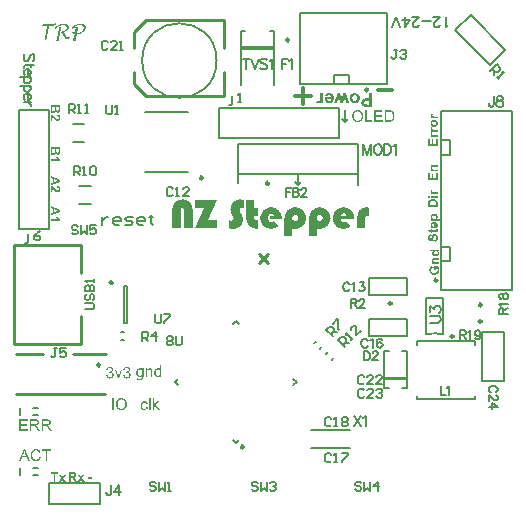
<source format=gto>
G04 Layer_Color=65535*
%FSLAX25Y25*%
%MOIN*%
G70*
G01*
G75*
%ADD48C,0.00700*%
%ADD49C,0.01000*%
%ADD52C,0.00800*%
%ADD93C,0.00984*%
%ADD94C,0.00787*%
%ADD95C,0.01400*%
%ADD96C,0.00500*%
G36*
X97000Y111517D02*
X95356D01*
X95280Y111523D01*
X95111D01*
X94924Y111534D01*
X94750Y111546D01*
X94668Y111552D01*
X94592Y111563D01*
X94528Y111575D01*
X94476Y111587D01*
X94470D01*
X94458Y111592D01*
X94441Y111598D01*
X94411Y111610D01*
X94382Y111622D01*
X94341Y111633D01*
X94254Y111680D01*
X94155Y111738D01*
X94044Y111814D01*
X93939Y111907D01*
X93834Y112024D01*
X93828Y112030D01*
X93823Y112041D01*
X93811Y112059D01*
X93793Y112082D01*
X93776Y112117D01*
X93753Y112158D01*
X93729Y112205D01*
X93700Y112257D01*
X93677Y112321D01*
X93654Y112385D01*
X93630Y112455D01*
X93613Y112537D01*
X93584Y112706D01*
X93572Y112799D01*
Y112898D01*
Y112904D01*
Y112916D01*
Y112939D01*
Y112968D01*
X93578Y113003D01*
Y113044D01*
X93589Y113137D01*
X93607Y113248D01*
X93636Y113365D01*
X93671Y113481D01*
X93723Y113592D01*
Y113598D01*
X93729Y113604D01*
X93753Y113639D01*
X93782Y113691D01*
X93828Y113750D01*
X93887Y113825D01*
X93951Y113895D01*
X94027Y113971D01*
X94108Y114035D01*
X94120Y114041D01*
X94149Y114059D01*
X94190Y114088D01*
X94254Y114123D01*
X94324Y114158D01*
X94400Y114193D01*
X94487Y114222D01*
X94575Y114245D01*
X94592D01*
X94610Y114251D01*
X94633Y114257D01*
X94668Y114263D01*
X94709D01*
X94755Y114269D01*
X94814Y114274D01*
X94872Y114280D01*
X94942Y114286D01*
X95018Y114292D01*
X95105Y114298D01*
X95193Y114304D01*
X95292D01*
X95397Y114309D01*
X96096D01*
Y116000D01*
X97000D01*
Y111517D01*
D02*
G37*
G36*
X117885Y107194D02*
X117923D01*
X117968Y107190D01*
X118022Y107182D01*
X118081Y107169D01*
X118143Y107157D01*
X118210Y107136D01*
X118280Y107115D01*
X118351Y107086D01*
X118426Y107053D01*
X118501Y107016D01*
X118571Y106970D01*
X118642Y106916D01*
X118709Y106857D01*
X118713Y106853D01*
X118725Y106841D01*
X118742Y106824D01*
X118763Y106795D01*
X118788Y106762D01*
X118817Y106724D01*
X118850Y106674D01*
X118879Y106624D01*
X118913Y106562D01*
X118946Y106500D01*
X118975Y106429D01*
X119000Y106354D01*
X119021Y106275D01*
X119037Y106188D01*
X119050Y106100D01*
X119054Y106005D01*
Y106000D01*
Y105992D01*
Y105971D01*
X119050Y105951D01*
Y105921D01*
X119046Y105888D01*
X119042Y105851D01*
X119037Y105809D01*
X119021Y105713D01*
X118996Y105614D01*
X118958Y105501D01*
X118913Y105393D01*
Y105389D01*
X118904Y105381D01*
X118896Y105364D01*
X118884Y105347D01*
X118871Y105322D01*
X118850Y105293D01*
X118805Y105231D01*
X118746Y105160D01*
X118671Y105089D01*
X118588Y105019D01*
X118488Y104956D01*
X118484D01*
X118476Y104948D01*
X118459Y104944D01*
X118438Y104931D01*
X118409Y104923D01*
X118380Y104911D01*
X118343Y104894D01*
X118297Y104881D01*
X118251Y104869D01*
X118201Y104852D01*
X118143Y104840D01*
X118085Y104832D01*
X117956Y104815D01*
X117810Y104807D01*
X117781D01*
X117756Y104811D01*
X117731D01*
X117698Y104815D01*
X117660Y104819D01*
X117623Y104827D01*
X117532Y104844D01*
X117432Y104869D01*
X117328Y104906D01*
X117219Y104956D01*
X117215D01*
X117207Y104965D01*
X117190Y104973D01*
X117174Y104985D01*
X117149Y104998D01*
X117120Y105019D01*
X117057Y105064D01*
X116987Y105127D01*
X116916Y105198D01*
X116845Y105285D01*
X116783Y105381D01*
Y105385D01*
X116774Y105393D01*
X116770Y105410D01*
X116758Y105431D01*
X116745Y105456D01*
X116733Y105489D01*
X116720Y105522D01*
X116704Y105564D01*
X116679Y105655D01*
X116654Y105759D01*
X116637Y105871D01*
X116629Y105996D01*
Y106000D01*
Y106021D01*
X116633Y106046D01*
Y106084D01*
X116641Y106129D01*
X116645Y106179D01*
X116658Y106238D01*
X116670Y106304D01*
X116691Y106371D01*
X116712Y106441D01*
X116741Y106512D01*
X116774Y106583D01*
X116812Y106658D01*
X116862Y106728D01*
X116912Y106795D01*
X116974Y106862D01*
X116978Y106866D01*
X116991Y106878D01*
X117007Y106895D01*
X117036Y106916D01*
X117070Y106941D01*
X117111Y106970D01*
X117157Y106999D01*
X117211Y107032D01*
X117269Y107061D01*
X117336Y107090D01*
X117407Y107120D01*
X117482Y107144D01*
X117561Y107169D01*
X117648Y107186D01*
X117739Y107194D01*
X117835Y107199D01*
X117860D01*
X117885Y107194D01*
D02*
G37*
G36*
X82909Y116070D02*
X82967Y116064D01*
X83037Y116058D01*
X83113Y116047D01*
X83206Y116029D01*
X83299Y116006D01*
X83399Y115977D01*
X83504Y115942D01*
X83609Y115895D01*
X83708Y115843D01*
X83812Y115779D01*
X83906Y115703D01*
X83993Y115621D01*
X84075Y115522D01*
X84081Y115516D01*
X84087Y115499D01*
X84104Y115475D01*
X84127Y115440D01*
X84151Y115400D01*
X84174Y115347D01*
X84203Y115283D01*
X84232Y115213D01*
X84267Y115137D01*
X84296Y115056D01*
X84320Y114962D01*
X84343Y114863D01*
X84366Y114758D01*
X84384Y114647D01*
X84390Y114525D01*
X84395Y114403D01*
Y114391D01*
Y114368D01*
X84390Y114327D01*
Y114269D01*
X84384Y114204D01*
X84372Y114123D01*
X84361Y114035D01*
X84343Y113942D01*
X84320Y113843D01*
X84291Y113738D01*
X84262Y113633D01*
X84221Y113528D01*
X84168Y113423D01*
X84116Y113324D01*
X84052Y113225D01*
X83976Y113137D01*
X83970Y113132D01*
X83958Y113120D01*
X83935Y113097D01*
X83900Y113067D01*
X83859Y113032D01*
X83807Y112992D01*
X83748Y112951D01*
X83684Y112904D01*
X83609Y112864D01*
X83533Y112823D01*
X83445Y112782D01*
X83346Y112747D01*
X83247Y112718D01*
X83142Y112694D01*
X83025Y112683D01*
X82909Y112677D01*
X82874D01*
X82839Y112683D01*
X82787D01*
X82728Y112694D01*
X82658Y112700D01*
X82582Y112718D01*
X82495Y112735D01*
X82407Y112764D01*
X82314Y112794D01*
X82215Y112834D01*
X82122Y112881D01*
X82029Y112933D01*
X81935Y113003D01*
X81848Y113073D01*
X81766Y113161D01*
X81760Y113167D01*
X81749Y113184D01*
X81725Y113213D01*
X81702Y113248D01*
X81667Y113301D01*
X81632Y113365D01*
X81597Y113435D01*
X81556Y113522D01*
X81521Y113621D01*
X81480Y113726D01*
X81451Y113849D01*
X81416Y113977D01*
X81393Y114123D01*
X81376Y114280D01*
X81364Y114443D01*
Y114624D01*
X83515D01*
Y114630D01*
Y114642D01*
Y114659D01*
X83509Y114688D01*
X83504Y114758D01*
X83486Y114846D01*
X83463Y114939D01*
X83428Y115038D01*
X83375Y115137D01*
X83311Y115225D01*
X83299Y115236D01*
X83276Y115260D01*
X83235Y115289D01*
X83177Y115330D01*
X83101Y115370D01*
X83020Y115400D01*
X82921Y115423D01*
X82816Y115435D01*
X82781D01*
X82746Y115429D01*
X82699Y115423D01*
X82647Y115411D01*
X82594Y115388D01*
X82536Y115365D01*
X82483Y115330D01*
X82477Y115324D01*
X82460Y115306D01*
X82437Y115283D01*
X82402Y115242D01*
X82367Y115190D01*
X82332Y115131D01*
X82297Y115056D01*
X82268Y114968D01*
X81411Y115114D01*
Y115120D01*
X81416Y115137D01*
X81428Y115161D01*
X81440Y115190D01*
X81463Y115230D01*
X81480Y115277D01*
X81539Y115382D01*
X81615Y115499D01*
X81702Y115615D01*
X81813Y115732D01*
X81935Y115831D01*
X81941D01*
X81953Y115843D01*
X81970Y115854D01*
X81999Y115872D01*
X82034Y115889D01*
X82075Y115907D01*
X82122Y115930D01*
X82180Y115953D01*
X82244Y115977D01*
X82308Y116000D01*
X82460Y116035D01*
X82635Y116064D01*
X82827Y116076D01*
X82862D01*
X82909Y116070D01*
D02*
G37*
G36*
X117282Y104495D02*
X117278Y104486D01*
X117265Y104470D01*
X117249Y104440D01*
X117228Y104403D01*
X117211Y104357D01*
X117195Y104307D01*
X117182Y104257D01*
X117178Y104208D01*
Y104203D01*
Y104187D01*
X117182Y104162D01*
X117186Y104129D01*
X117195Y104095D01*
X117211Y104058D01*
X117228Y104020D01*
X117253Y103983D01*
X117257Y103979D01*
X117265Y103970D01*
X117286Y103954D01*
X117311Y103933D01*
X117349Y103912D01*
X117390Y103887D01*
X117444Y103866D01*
X117511Y103846D01*
X117519D01*
X117532Y103841D01*
X117548Y103837D01*
X117573Y103833D01*
X117598Y103829D01*
X117636Y103825D01*
X117677Y103821D01*
X117723Y103816D01*
X117781Y103812D01*
X117843Y103808D01*
X117914Y103804D01*
X117993Y103800D01*
X118081D01*
X118176Y103796D01*
X119000D01*
Y103184D01*
X116683D01*
Y103754D01*
X117011D01*
X117007Y103762D01*
X116995Y103767D01*
X116978Y103779D01*
X116937Y103808D01*
X116891Y103841D01*
X116837Y103883D01*
X116787Y103925D01*
X116741Y103970D01*
X116708Y104016D01*
X116704Y104020D01*
X116695Y104037D01*
X116683Y104062D01*
X116666Y104091D01*
X116654Y104133D01*
X116641Y104174D01*
X116633Y104224D01*
X116629Y104278D01*
Y104282D01*
Y104287D01*
Y104299D01*
Y104316D01*
X116633Y104357D01*
X116641Y104407D01*
X116658Y104470D01*
X116679Y104540D01*
X116708Y104611D01*
X116745Y104686D01*
X117282Y104495D01*
D02*
G37*
G36*
Y108962D02*
X117278Y108954D01*
X117265Y108937D01*
X117249Y108908D01*
X117228Y108871D01*
X117211Y108825D01*
X117195Y108775D01*
X117182Y108725D01*
X117178Y108675D01*
Y108671D01*
Y108655D01*
X117182Y108630D01*
X117186Y108596D01*
X117195Y108563D01*
X117211Y108526D01*
X117228Y108488D01*
X117253Y108451D01*
X117257Y108447D01*
X117265Y108438D01*
X117286Y108422D01*
X117311Y108401D01*
X117349Y108380D01*
X117390Y108355D01*
X117444Y108334D01*
X117511Y108313D01*
X117519D01*
X117532Y108309D01*
X117548Y108305D01*
X117573Y108301D01*
X117598Y108297D01*
X117636Y108293D01*
X117677Y108289D01*
X117723Y108284D01*
X117781Y108280D01*
X117843Y108276D01*
X117914Y108272D01*
X117993Y108268D01*
X118081D01*
X118176Y108264D01*
X119000D01*
Y107652D01*
X116683D01*
Y108222D01*
X117011D01*
X117007Y108230D01*
X116995Y108234D01*
X116978Y108247D01*
X116937Y108276D01*
X116891Y108309D01*
X116837Y108351D01*
X116787Y108393D01*
X116741Y108438D01*
X116708Y108484D01*
X116704Y108488D01*
X116695Y108505D01*
X116683Y108530D01*
X116666Y108559D01*
X116654Y108600D01*
X116641Y108642D01*
X116633Y108692D01*
X116629Y108746D01*
Y108750D01*
Y108754D01*
Y108767D01*
Y108783D01*
X116633Y108825D01*
X116641Y108875D01*
X116658Y108937D01*
X116679Y109008D01*
X116708Y109079D01*
X116745Y109154D01*
X117282Y108962D01*
D02*
G37*
G36*
X117532Y80679D02*
X117573D01*
X117615Y80675D01*
X117665Y80671D01*
X117773Y80658D01*
X117885Y80642D01*
X118002Y80617D01*
X118114Y80583D01*
X118118D01*
X118131Y80579D01*
X118147Y80571D01*
X118172Y80563D01*
X118201Y80550D01*
X118235Y80533D01*
X118314Y80496D01*
X118405Y80446D01*
X118501Y80388D01*
X118592Y80317D01*
X118680Y80238D01*
X118688Y80230D01*
X118705Y80209D01*
X118734Y80172D01*
X118771Y80117D01*
X118813Y80055D01*
X118854Y79976D01*
X118896Y79889D01*
X118933Y79785D01*
Y79781D01*
X118938Y79776D01*
Y79764D01*
X118942Y79747D01*
X118950Y79726D01*
X118954Y79697D01*
X118958Y79668D01*
X118967Y79635D01*
X118971Y79593D01*
X118979Y79552D01*
X118988Y79456D01*
X118996Y79344D01*
X119000Y79215D01*
Y78000D01*
X115801D01*
Y79177D01*
Y79181D01*
Y79194D01*
Y79215D01*
Y79244D01*
Y79277D01*
X115805Y79315D01*
Y79356D01*
X115809Y79402D01*
X115818Y79502D01*
X115826Y79606D01*
X115843Y79701D01*
X115851Y79747D01*
X115863Y79789D01*
Y79793D01*
X115867Y79801D01*
X115872Y79818D01*
X115880Y79835D01*
X115888Y79860D01*
X115901Y79889D01*
X115930Y79955D01*
X115972Y80030D01*
X116021Y80113D01*
X116084Y80192D01*
X116159Y80271D01*
X116163Y80275D01*
X116167Y80280D01*
X116180Y80292D01*
X116196Y80305D01*
X116217Y80321D01*
X116242Y80342D01*
X116304Y80384D01*
X116379Y80434D01*
X116467Y80484D01*
X116566Y80533D01*
X116679Y80575D01*
X116683D01*
X116691Y80579D01*
X116708Y80583D01*
X116733Y80592D01*
X116762Y80600D01*
X116799Y80608D01*
X116841Y80621D01*
X116887Y80629D01*
X116937Y80637D01*
X116995Y80650D01*
X117057Y80658D01*
X117124Y80667D01*
X117195Y80675D01*
X117269Y80679D01*
X117432Y80683D01*
X117498D01*
X117532Y80679D01*
D02*
G37*
G36*
X-6801Y110723D02*
Y110719D01*
Y110706D01*
Y110685D01*
Y110661D01*
Y110627D01*
Y110594D01*
X-6805Y110511D01*
X-6809Y110419D01*
X-6813Y110324D01*
X-6822Y110236D01*
X-6830Y110195D01*
X-6834Y110157D01*
Y110153D01*
Y110149D01*
X-6843Y110124D01*
X-6851Y110091D01*
X-6863Y110045D01*
X-6880Y109995D01*
X-6905Y109937D01*
X-6934Y109878D01*
X-6967Y109824D01*
X-6972Y109816D01*
X-6984Y109799D01*
X-7009Y109774D01*
X-7038Y109737D01*
X-7075Y109699D01*
X-7121Y109658D01*
X-7175Y109616D01*
X-7234Y109579D01*
X-7242Y109575D01*
X-7263Y109562D01*
X-7296Y109546D01*
X-7342Y109529D01*
X-7400Y109512D01*
X-7462Y109496D01*
X-7533Y109483D01*
X-7608Y109479D01*
X-7645D01*
X-7687Y109483D01*
X-7745Y109496D01*
X-7808Y109508D01*
X-7878Y109529D01*
X-7949Y109558D01*
X-8020Y109600D01*
X-8028Y109604D01*
X-8049Y109620D01*
X-8082Y109650D01*
X-8124Y109687D01*
X-8170Y109733D01*
X-8219Y109791D01*
X-8261Y109853D01*
X-8303Y109928D01*
Y109924D01*
X-8307Y109916D01*
X-8311Y109899D01*
X-8319Y109878D01*
X-8328Y109858D01*
X-8340Y109828D01*
X-8373Y109762D01*
X-8411Y109691D01*
X-8461Y109616D01*
X-8523Y109546D01*
X-8594Y109479D01*
X-8598D01*
X-8602Y109471D01*
X-8615Y109462D01*
X-8631Y109454D01*
X-8673Y109429D01*
X-8731Y109400D01*
X-8802Y109371D01*
X-8885Y109346D01*
X-8977Y109329D01*
X-9076Y109321D01*
X-9114D01*
X-9155Y109325D01*
X-9210Y109333D01*
X-9276Y109346D01*
X-9347Y109367D01*
X-9422Y109392D01*
X-9501Y109425D01*
X-9505D01*
X-9509Y109429D01*
X-9534Y109442D01*
X-9572Y109467D01*
X-9617Y109496D01*
X-9671Y109537D01*
X-9725Y109583D01*
X-9780Y109641D01*
X-9829Y109704D01*
X-9834Y109712D01*
X-9850Y109733D01*
X-9871Y109774D01*
X-9892Y109824D01*
X-9921Y109887D01*
X-9942Y109962D01*
X-9963Y110045D01*
X-9979Y110136D01*
Y110145D01*
Y110153D01*
X-9983Y110170D01*
Y110190D01*
Y110220D01*
X-9988Y110253D01*
Y110294D01*
X-9992Y110340D01*
Y110394D01*
Y110461D01*
X-9996Y110531D01*
Y110611D01*
Y110702D01*
X-10000Y110802D01*
Y110914D01*
Y112000D01*
X-6801D01*
Y110723D01*
D02*
G37*
G36*
X-9967Y108984D02*
X-9946Y108980D01*
X-9917Y108976D01*
X-9883Y108967D01*
X-9846Y108959D01*
X-9804Y108951D01*
X-9709Y108922D01*
X-9605Y108884D01*
X-9497Y108838D01*
X-9388Y108780D01*
X-9384Y108776D01*
X-9376Y108772D01*
X-9359Y108759D01*
X-9334Y108743D01*
X-9305Y108722D01*
X-9272Y108697D01*
X-9230Y108668D01*
X-9185Y108630D01*
X-9131Y108585D01*
X-9072Y108535D01*
X-9010Y108481D01*
X-8939Y108418D01*
X-8868Y108347D01*
X-8789Y108268D01*
X-8706Y108185D01*
X-8619Y108094D01*
X-8615Y108090D01*
X-8602Y108077D01*
X-8581Y108056D01*
X-8557Y108027D01*
X-8523Y107994D01*
X-8490Y107957D01*
X-8407Y107873D01*
X-8319Y107786D01*
X-8236Y107703D01*
X-8195Y107665D01*
X-8157Y107636D01*
X-8124Y107607D01*
X-8095Y107586D01*
X-8091D01*
X-8086Y107582D01*
X-8061Y107565D01*
X-8024Y107545D01*
X-7978Y107520D01*
X-7920Y107499D01*
X-7858Y107478D01*
X-7791Y107461D01*
X-7720Y107457D01*
X-7687D01*
X-7650Y107461D01*
X-7604Y107470D01*
X-7554Y107486D01*
X-7500Y107503D01*
X-7450Y107532D01*
X-7404Y107570D01*
X-7400Y107574D01*
X-7388Y107590D01*
X-7367Y107615D01*
X-7346Y107649D01*
X-7329Y107690D01*
X-7309Y107744D01*
X-7296Y107803D01*
X-7292Y107873D01*
Y107882D01*
Y107907D01*
X-7296Y107940D01*
X-7304Y107981D01*
X-7321Y108031D01*
X-7342Y108081D01*
X-7371Y108131D01*
X-7408Y108177D01*
X-7412Y108181D01*
X-7429Y108194D01*
X-7458Y108214D01*
X-7500Y108235D01*
X-7554Y108256D01*
X-7621Y108277D01*
X-7700Y108293D01*
X-7791Y108306D01*
X-7733Y108917D01*
X-7729D01*
X-7712Y108913D01*
X-7683Y108909D01*
X-7650Y108905D01*
X-7608Y108897D01*
X-7562Y108884D01*
X-7508Y108872D01*
X-7450Y108855D01*
X-7333Y108809D01*
X-7271Y108784D01*
X-7213Y108751D01*
X-7155Y108714D01*
X-7101Y108672D01*
X-7051Y108626D01*
X-7005Y108576D01*
X-7001Y108572D01*
X-6996Y108564D01*
X-6984Y108547D01*
X-6972Y108526D01*
X-6955Y108497D01*
X-6934Y108464D01*
X-6913Y108422D01*
X-6893Y108377D01*
X-6876Y108331D01*
X-6855Y108273D01*
X-6834Y108214D01*
X-6818Y108152D01*
X-6805Y108085D01*
X-6793Y108011D01*
X-6788Y107936D01*
X-6784Y107857D01*
Y107852D01*
Y107836D01*
Y107811D01*
X-6788Y107778D01*
X-6793Y107740D01*
X-6797Y107690D01*
X-6805Y107640D01*
X-6818Y107586D01*
X-6847Y107466D01*
X-6867Y107403D01*
X-6893Y107341D01*
X-6922Y107283D01*
X-6959Y107220D01*
X-6996Y107166D01*
X-7042Y107112D01*
X-7046Y107108D01*
X-7055Y107099D01*
X-7067Y107087D01*
X-7088Y107070D01*
X-7113Y107050D01*
X-7142Y107025D01*
X-7175Y107004D01*
X-7217Y106975D01*
X-7263Y106950D01*
X-7309Y106929D01*
X-7417Y106883D01*
X-7479Y106867D01*
X-7541Y106854D01*
X-7608Y106846D01*
X-7679Y106842D01*
X-7716D01*
X-7758Y106846D01*
X-7812Y106850D01*
X-7874Y106862D01*
X-7945Y106875D01*
X-8016Y106896D01*
X-8091Y106921D01*
X-8095D01*
X-8099Y106925D01*
X-8124Y106937D01*
X-8165Y106954D01*
X-8215Y106979D01*
X-8278Y107016D01*
X-8344Y107058D01*
X-8419Y107108D01*
X-8498Y107166D01*
X-8507Y107170D01*
X-8523Y107187D01*
X-8557Y107216D01*
X-8602Y107258D01*
X-8660Y107316D01*
X-8731Y107382D01*
X-8814Y107470D01*
X-8860Y107516D01*
X-8910Y107570D01*
X-8914Y107574D01*
X-8923Y107582D01*
X-8935Y107595D01*
X-8952Y107615D01*
X-8997Y107665D01*
X-9056Y107723D01*
X-9114Y107786D01*
X-9172Y107844D01*
X-9222Y107898D01*
X-9247Y107919D01*
X-9264Y107936D01*
X-9268Y107940D01*
X-9280Y107948D01*
X-9297Y107965D01*
X-9318Y107981D01*
X-9372Y108023D01*
X-9430Y108061D01*
Y106842D01*
X-10000D01*
Y108988D01*
X-9988D01*
X-9967Y108984D01*
D02*
G37*
G36*
X91432Y116070D02*
X91473D01*
X91520Y116064D01*
X91572Y116058D01*
X91631Y116052D01*
X91765Y116029D01*
X91905Y115994D01*
X92062Y115942D01*
X92214Y115878D01*
X92219D01*
X92231Y115866D01*
X92254Y115854D01*
X92278Y115837D01*
X92313Y115819D01*
X92353Y115790D01*
X92441Y115726D01*
X92540Y115644D01*
X92639Y115539D01*
X92738Y115423D01*
X92826Y115283D01*
Y115277D01*
X92837Y115265D01*
X92843Y115242D01*
X92861Y115213D01*
X92872Y115172D01*
X92890Y115131D01*
X92913Y115079D01*
X92931Y115015D01*
X92948Y114951D01*
X92971Y114881D01*
X92989Y114799D01*
X93001Y114717D01*
X93024Y114537D01*
X93036Y114333D01*
Y114327D01*
Y114315D01*
Y114292D01*
X93030Y114257D01*
Y114222D01*
X93024Y114175D01*
X93018Y114123D01*
X93006Y114070D01*
X92983Y113942D01*
X92948Y113802D01*
X92896Y113656D01*
X92826Y113505D01*
Y113499D01*
X92814Y113487D01*
X92802Y113464D01*
X92785Y113441D01*
X92767Y113406D01*
X92738Y113365D01*
X92674Y113277D01*
X92587Y113178D01*
X92488Y113079D01*
X92365Y112980D01*
X92231Y112893D01*
X92225D01*
X92214Y112881D01*
X92190Y112875D01*
X92161Y112858D01*
X92126Y112840D01*
X92080Y112823D01*
X92033Y112805D01*
X91975Y112782D01*
X91846Y112747D01*
X91701Y112712D01*
X91543Y112689D01*
X91368Y112677D01*
X91333D01*
X91298Y112683D01*
X91246D01*
X91182Y112694D01*
X91112Y112700D01*
X91030Y112718D01*
X90937Y112735D01*
X90843Y112764D01*
X90744Y112794D01*
X90645Y112834D01*
X90546Y112881D01*
X90441Y112933D01*
X90342Y113003D01*
X90249Y113073D01*
X90156Y113161D01*
X90150Y113167D01*
X90132Y113184D01*
X90109Y113207D01*
X90080Y113248D01*
X90045Y113295D01*
X90004Y113353D01*
X89963Y113417D01*
X89916Y113493D01*
X89876Y113575D01*
X89835Y113668D01*
X89794Y113767D01*
X89759Y113872D01*
X89724Y113983D01*
X89701Y114105D01*
X89689Y114234D01*
X89683Y114368D01*
Y114373D01*
Y114403D01*
X89689Y114438D01*
Y114490D01*
X89695Y114554D01*
X89707Y114630D01*
X89724Y114712D01*
X89742Y114799D01*
X89771Y114892D01*
X89800Y114991D01*
X89841Y115091D01*
X89887Y115196D01*
X89940Y115300D01*
X90004Y115400D01*
X90080Y115499D01*
X90161Y115592D01*
X90167Y115598D01*
X90185Y115615D01*
X90208Y115638D01*
X90249Y115668D01*
X90295Y115703D01*
X90348Y115744D01*
X90418Y115790D01*
X90488Y115831D01*
X90575Y115878D01*
X90663Y115924D01*
X90762Y115965D01*
X90867Y116000D01*
X90978Y116029D01*
X91100Y116052D01*
X91223Y116070D01*
X91357Y116076D01*
X91403D01*
X91432Y116070D01*
D02*
G37*
G36*
X34286Y80638D02*
X34419Y80624D01*
X34566Y80598D01*
X34739Y80571D01*
X34926Y80531D01*
X35112Y80478D01*
X35312Y80424D01*
X35525Y80344D01*
X35725Y80251D01*
X35925Y80144D01*
X36112Y80011D01*
X36299Y79878D01*
X36459Y79704D01*
X36472Y79691D01*
X36498Y79664D01*
X36538Y79611D01*
X36592Y79531D01*
X36658Y79438D01*
X36725Y79318D01*
X36805Y79185D01*
X36885Y79025D01*
X36965Y78838D01*
X37045Y78638D01*
X37112Y78412D01*
X37178Y78171D01*
X37232Y77918D01*
X37272Y77638D01*
X37298Y77332D01*
X37312Y77012D01*
Y71000D01*
X34512D01*
Y77012D01*
Y77025D01*
Y77052D01*
Y77092D01*
X34499Y77145D01*
X34486Y77278D01*
X34432Y77438D01*
X34366Y77598D01*
X34246Y77732D01*
X34179Y77785D01*
X34099Y77825D01*
X33992Y77852D01*
X33886Y77865D01*
X33859D01*
X33792Y77852D01*
X33699Y77825D01*
X33593Y77758D01*
X33486Y77652D01*
X33433Y77585D01*
X33393Y77505D01*
X33353Y77412D01*
X33326Y77292D01*
X33313Y77158D01*
X33299Y77012D01*
Y71000D01*
X30500D01*
Y77105D01*
Y77118D01*
Y77172D01*
X30513Y77265D01*
Y77372D01*
X30527Y77505D01*
X30553Y77665D01*
X30580Y77838D01*
X30620Y78038D01*
X30673Y78238D01*
X30740Y78438D01*
X30807Y78651D01*
X30900Y78878D01*
X31020Y79078D01*
X31140Y79291D01*
X31286Y79491D01*
X31460Y79678D01*
X31473Y79691D01*
X31500Y79718D01*
X31553Y79771D01*
X31633Y79825D01*
X31726Y79904D01*
X31846Y79984D01*
X31980Y80078D01*
X32140Y80171D01*
X32313Y80251D01*
X32513Y80344D01*
X32713Y80424D01*
X32939Y80504D01*
X33193Y80558D01*
X33446Y80611D01*
X33726Y80638D01*
X34019Y80651D01*
X34179D01*
X34286Y80638D01*
D02*
G37*
G36*
X57800Y77785D02*
X58960D01*
Y75066D01*
X57800D01*
Y75052D01*
Y75026D01*
Y74986D01*
Y74932D01*
X57813Y74786D01*
X57827Y74612D01*
X57867Y74426D01*
X57907Y74239D01*
X57973Y74066D01*
X58053Y73919D01*
X58066Y73906D01*
X58106Y73866D01*
X58173Y73826D01*
X58266Y73773D01*
X58400Y73706D01*
X58560Y73666D01*
X58760Y73626D01*
X59000Y73613D01*
Y70907D01*
X58893D01*
X58786Y70893D01*
X58613D01*
X58546Y70907D01*
X58466D01*
X58373Y70920D01*
X58160Y70947D01*
X57907Y70987D01*
X57626Y71067D01*
X57333Y71160D01*
X57040Y71293D01*
X57027D01*
X57000Y71307D01*
X56960Y71333D01*
X56907Y71373D01*
X56773Y71466D01*
X56600Y71587D01*
X56400Y71746D01*
X56187Y71933D01*
X55987Y72160D01*
X55800Y72400D01*
Y72413D01*
X55774Y72440D01*
X55747Y72493D01*
X55707Y72560D01*
X55667Y72653D01*
X55614Y72760D01*
X55560Y72893D01*
X55507Y73026D01*
X55454Y73199D01*
X55400Y73373D01*
X55347Y73573D01*
X55307Y73773D01*
X55267Y73999D01*
X55240Y74252D01*
X55227Y74506D01*
X55214Y74772D01*
Y80424D01*
X57800D01*
Y77785D01*
D02*
G37*
G36*
X71716Y77998D02*
X71850Y77985D01*
X72010Y77958D01*
X72170Y77918D01*
X72356Y77878D01*
X72556Y77825D01*
X72769Y77758D01*
X72983Y77678D01*
X73196Y77572D01*
X73423Y77452D01*
X73636Y77318D01*
X73849Y77158D01*
X74049Y76972D01*
X74062Y76959D01*
X74089Y76919D01*
X74142Y76865D01*
X74222Y76785D01*
X74302Y76692D01*
X74382Y76559D01*
X74489Y76425D01*
X74582Y76265D01*
X74676Y76092D01*
X74782Y75892D01*
X74862Y75692D01*
X74956Y75466D01*
X75022Y75226D01*
X75076Y74972D01*
X75102Y74719D01*
X75116Y74439D01*
Y74426D01*
Y74373D01*
Y74292D01*
X75102Y74199D01*
X75089Y74066D01*
X75062Y73919D01*
X75022Y73759D01*
X74982Y73573D01*
X74929Y73386D01*
X74862Y73173D01*
X74769Y72973D01*
X74676Y72746D01*
X74556Y72533D01*
X74409Y72320D01*
X74249Y72106D01*
X74062Y71906D01*
X74049Y71893D01*
X74009Y71866D01*
X73956Y71813D01*
X73876Y71746D01*
X73769Y71667D01*
X73649Y71573D01*
X73516Y71480D01*
X73356Y71387D01*
X73183Y71280D01*
X72996Y71187D01*
X72783Y71093D01*
X72570Y71013D01*
X72329Y70947D01*
X72090Y70893D01*
X71836Y70867D01*
X71570Y70853D01*
X71476D01*
X71396Y70867D01*
X71303D01*
X71183Y70880D01*
X71050Y70893D01*
X70890Y70907D01*
Y73733D01*
X70903Y73719D01*
X70943Y73693D01*
X71010Y73653D01*
X71090Y73613D01*
X71183Y73573D01*
X71290Y73533D01*
X71396Y73506D01*
X71516Y73493D01*
X71583D01*
X71663Y73506D01*
X71756Y73533D01*
X71863Y73559D01*
X71983Y73613D01*
X72090Y73693D01*
X72210Y73786D01*
X72223Y73799D01*
X72250Y73839D01*
X72303Y73906D01*
X72356Y73986D01*
X72409Y74079D01*
X72463Y74199D01*
X72490Y74332D01*
X72503Y74479D01*
Y74493D01*
Y74546D01*
X72490Y74626D01*
X72463Y74719D01*
X72423Y74826D01*
X72369Y74946D01*
X72303Y75066D01*
X72196Y75172D01*
X72183Y75186D01*
X72143Y75212D01*
X72076Y75266D01*
X71996Y75319D01*
X71890Y75372D01*
X71770Y75426D01*
X71636Y75452D01*
X71490Y75466D01*
X71450D01*
X71396Y75452D01*
X71330Y75439D01*
X71183Y75399D01*
X71090Y75346D01*
X70996Y75292D01*
X70903Y75226D01*
X70810Y75132D01*
X70730Y75026D01*
X70663Y74892D01*
X70597Y74732D01*
X70543Y74546D01*
X70517Y74332D01*
X70503Y74093D01*
Y68454D01*
X67917D01*
Y74186D01*
Y74199D01*
Y74252D01*
Y74346D01*
X67931Y74453D01*
X67944Y74586D01*
X67957Y74746D01*
X67984Y74919D01*
X68024Y75106D01*
X68117Y75506D01*
X68184Y75719D01*
X68264Y75945D01*
X68357Y76159D01*
X68477Y76359D01*
X68597Y76572D01*
X68744Y76759D01*
Y76772D01*
X68770Y76785D01*
X68824Y76852D01*
X68930Y76959D01*
X69064Y77092D01*
X69237Y77238D01*
X69450Y77385D01*
X69677Y77532D01*
X69943Y77665D01*
X69957D01*
X69984Y77678D01*
X70024Y77692D01*
X70077Y77718D01*
X70223Y77772D01*
X70410Y77838D01*
X70637Y77905D01*
X70903Y77958D01*
X71170Y77998D01*
X71463Y78012D01*
X71610D01*
X71716Y77998D01*
D02*
G37*
G36*
X42444Y73706D02*
X45350D01*
Y71000D01*
X38231D01*
X41151Y77718D01*
X38071D01*
Y80424D01*
X45376D01*
X42444Y73706D01*
D02*
G37*
G36*
X119000Y98500D02*
X115801D01*
Y100867D01*
X116342D01*
Y99145D01*
X117049D01*
Y100746D01*
X117590D01*
Y99145D01*
X118459D01*
Y100929D01*
X119000D01*
Y98500D01*
D02*
G37*
G36*
X117282Y102756D02*
X117278Y102747D01*
X117265Y102731D01*
X117249Y102702D01*
X117228Y102664D01*
X117211Y102618D01*
X117195Y102568D01*
X117182Y102519D01*
X117178Y102469D01*
Y102464D01*
Y102448D01*
X117182Y102423D01*
X117186Y102390D01*
X117195Y102356D01*
X117211Y102319D01*
X117228Y102281D01*
X117253Y102244D01*
X117257Y102240D01*
X117265Y102232D01*
X117286Y102215D01*
X117311Y102194D01*
X117349Y102173D01*
X117390Y102148D01*
X117444Y102128D01*
X117511Y102107D01*
X117519D01*
X117532Y102103D01*
X117548Y102098D01*
X117573Y102094D01*
X117598Y102090D01*
X117636Y102086D01*
X117677Y102082D01*
X117723Y102078D01*
X117781Y102073D01*
X117843Y102069D01*
X117914Y102065D01*
X117993Y102061D01*
X118081D01*
X118176Y102057D01*
X119000D01*
Y101445D01*
X116683D01*
Y102015D01*
X117011D01*
X117007Y102023D01*
X116995Y102028D01*
X116978Y102040D01*
X116937Y102069D01*
X116891Y102103D01*
X116837Y102144D01*
X116787Y102186D01*
X116741Y102232D01*
X116708Y102277D01*
X116704Y102281D01*
X116695Y102298D01*
X116683Y102323D01*
X116666Y102352D01*
X116654Y102394D01*
X116641Y102435D01*
X116633Y102485D01*
X116629Y102539D01*
Y102543D01*
Y102548D01*
Y102560D01*
Y102577D01*
X116633Y102618D01*
X116641Y102668D01*
X116658Y102731D01*
X116679Y102801D01*
X116708Y102872D01*
X116745Y102947D01*
X117282Y102756D01*
D02*
G37*
G36*
X89433Y112753D02*
X88599D01*
X87993Y114886D01*
X87433Y112753D01*
X86605D01*
X86063Y114886D01*
X85445Y112753D01*
X84594D01*
X85637Y116000D01*
X86465D01*
X87025Y113913D01*
X87573Y116000D01*
X88407D01*
X89433Y112753D01*
D02*
G37*
G36*
X80699D02*
X79901D01*
Y113213D01*
X79889Y113207D01*
X79883Y113190D01*
X79866Y113167D01*
X79825Y113108D01*
X79778Y113044D01*
X79720Y112968D01*
X79662Y112898D01*
X79598Y112834D01*
X79533Y112788D01*
X79527Y112782D01*
X79504Y112770D01*
X79469Y112753D01*
X79428Y112729D01*
X79370Y112712D01*
X79312Y112694D01*
X79242Y112683D01*
X79166Y112677D01*
X79114D01*
X79055Y112683D01*
X78985Y112694D01*
X78898Y112718D01*
X78799Y112747D01*
X78700Y112788D01*
X78595Y112840D01*
X78863Y113592D01*
X78874Y113586D01*
X78898Y113569D01*
X78939Y113546D01*
X78991Y113516D01*
X79055Y113493D01*
X79125Y113470D01*
X79195Y113452D01*
X79265Y113446D01*
X79294D01*
X79329Y113452D01*
X79376Y113458D01*
X79423Y113470D01*
X79475Y113493D01*
X79527Y113516D01*
X79580Y113551D01*
X79586Y113557D01*
X79598Y113569D01*
X79621Y113598D01*
X79650Y113633D01*
X79679Y113686D01*
X79714Y113744D01*
X79743Y113820D01*
X79772Y113913D01*
Y113925D01*
X79778Y113942D01*
X79784Y113965D01*
X79790Y114000D01*
X79796Y114035D01*
X79801Y114088D01*
X79807Y114146D01*
X79813Y114210D01*
X79819Y114292D01*
X79825Y114379D01*
X79831Y114478D01*
X79836Y114589D01*
Y114712D01*
X79842Y114846D01*
Y114997D01*
Y116000D01*
X80699D01*
Y112753D01*
D02*
G37*
G36*
X-6801Y96723D02*
Y96719D01*
Y96706D01*
Y96685D01*
Y96661D01*
Y96627D01*
Y96594D01*
X-6805Y96511D01*
X-6809Y96419D01*
X-6813Y96324D01*
X-6822Y96236D01*
X-6830Y96195D01*
X-6834Y96157D01*
Y96153D01*
Y96149D01*
X-6843Y96124D01*
X-6851Y96091D01*
X-6863Y96045D01*
X-6880Y95995D01*
X-6905Y95937D01*
X-6934Y95878D01*
X-6967Y95824D01*
X-6972Y95816D01*
X-6984Y95799D01*
X-7009Y95774D01*
X-7038Y95737D01*
X-7075Y95700D01*
X-7121Y95658D01*
X-7175Y95616D01*
X-7234Y95579D01*
X-7242Y95575D01*
X-7263Y95562D01*
X-7296Y95546D01*
X-7342Y95529D01*
X-7400Y95512D01*
X-7462Y95496D01*
X-7533Y95483D01*
X-7608Y95479D01*
X-7645D01*
X-7687Y95483D01*
X-7745Y95496D01*
X-7808Y95508D01*
X-7878Y95529D01*
X-7949Y95558D01*
X-8020Y95600D01*
X-8028Y95604D01*
X-8049Y95621D01*
X-8082Y95650D01*
X-8124Y95687D01*
X-8170Y95733D01*
X-8219Y95791D01*
X-8261Y95853D01*
X-8303Y95928D01*
Y95924D01*
X-8307Y95916D01*
X-8311Y95899D01*
X-8319Y95878D01*
X-8328Y95858D01*
X-8340Y95828D01*
X-8373Y95762D01*
X-8411Y95691D01*
X-8461Y95616D01*
X-8523Y95546D01*
X-8594Y95479D01*
X-8598D01*
X-8602Y95471D01*
X-8615Y95462D01*
X-8631Y95454D01*
X-8673Y95429D01*
X-8731Y95400D01*
X-8802Y95371D01*
X-8885Y95346D01*
X-8977Y95329D01*
X-9076Y95321D01*
X-9114D01*
X-9155Y95325D01*
X-9210Y95333D01*
X-9276Y95346D01*
X-9347Y95367D01*
X-9422Y95392D01*
X-9501Y95425D01*
X-9505D01*
X-9509Y95429D01*
X-9534Y95442D01*
X-9572Y95467D01*
X-9617Y95496D01*
X-9671Y95537D01*
X-9725Y95583D01*
X-9780Y95641D01*
X-9829Y95704D01*
X-9834Y95712D01*
X-9850Y95733D01*
X-9871Y95774D01*
X-9892Y95824D01*
X-9921Y95887D01*
X-9942Y95962D01*
X-9963Y96045D01*
X-9979Y96136D01*
Y96145D01*
Y96153D01*
X-9983Y96170D01*
Y96190D01*
Y96219D01*
X-9988Y96253D01*
Y96294D01*
X-9992Y96340D01*
Y96394D01*
Y96461D01*
X-9996Y96531D01*
Y96611D01*
Y96702D01*
X-10000Y96802D01*
Y96914D01*
Y98000D01*
X-6801D01*
Y96723D01*
D02*
G37*
G36*
X3706Y-12647D02*
X2500D01*
Y-12036D01*
X3706D01*
Y-12647D01*
D02*
G37*
G36*
X117282Y83749D02*
X117278Y83741D01*
X117265Y83724D01*
X117249Y83695D01*
X117228Y83658D01*
X117211Y83612D01*
X117195Y83562D01*
X117182Y83512D01*
X117178Y83462D01*
Y83458D01*
Y83441D01*
X117182Y83416D01*
X117186Y83383D01*
X117195Y83350D01*
X117211Y83312D01*
X117228Y83275D01*
X117253Y83237D01*
X117257Y83233D01*
X117265Y83225D01*
X117286Y83208D01*
X117311Y83188D01*
X117349Y83167D01*
X117390Y83142D01*
X117444Y83121D01*
X117511Y83100D01*
X117519D01*
X117532Y83096D01*
X117548Y83092D01*
X117573Y83088D01*
X117598Y83083D01*
X117636Y83079D01*
X117677Y83075D01*
X117723Y83071D01*
X117781Y83067D01*
X117843Y83063D01*
X117914Y83059D01*
X117993Y83054D01*
X118081D01*
X118176Y83050D01*
X119000D01*
Y82439D01*
X116683D01*
Y83009D01*
X117011D01*
X117007Y83017D01*
X116995Y83021D01*
X116978Y83034D01*
X116937Y83063D01*
X116891Y83096D01*
X116837Y83138D01*
X116787Y83179D01*
X116741Y83225D01*
X116708Y83271D01*
X116704Y83275D01*
X116695Y83292D01*
X116683Y83316D01*
X116666Y83346D01*
X116654Y83387D01*
X116641Y83429D01*
X116633Y83479D01*
X116629Y83533D01*
Y83537D01*
Y83541D01*
Y83554D01*
Y83570D01*
X116633Y83612D01*
X116641Y83662D01*
X116658Y83724D01*
X116679Y83795D01*
X116708Y83866D01*
X116745Y83941D01*
X117282Y83749D01*
D02*
G37*
G36*
X480Y-12281D02*
X1337Y-13500D01*
X584D01*
X114Y-12785D01*
X-360Y-13500D01*
X-1075D01*
X-243Y-12310D01*
X-1042Y-11183D01*
X-298D01*
X114Y-11823D01*
X551Y-11183D01*
X1267D01*
X480Y-12281D01*
D02*
G37*
G36*
X-2519Y-10305D02*
X-2469D01*
X-2415Y-10309D01*
X-2357Y-10313D01*
X-2236Y-10322D01*
X-2111Y-10338D01*
X-2053Y-10347D01*
X-1995Y-10359D01*
X-1945Y-10372D01*
X-1899Y-10388D01*
X-1895D01*
X-1887Y-10392D01*
X-1878Y-10397D01*
X-1862Y-10405D01*
X-1816Y-10426D01*
X-1766Y-10459D01*
X-1704Y-10501D01*
X-1641Y-10555D01*
X-1583Y-10621D01*
X-1525Y-10696D01*
Y-10700D01*
X-1521Y-10705D01*
X-1512Y-10717D01*
X-1504Y-10734D01*
X-1491Y-10754D01*
X-1479Y-10779D01*
X-1454Y-10842D01*
X-1429Y-10917D01*
X-1404Y-11000D01*
X-1388Y-11095D01*
X-1383Y-11199D01*
Y-11204D01*
Y-11216D01*
Y-11233D01*
X-1388Y-11258D01*
X-1392Y-11291D01*
X-1396Y-11324D01*
X-1400Y-11366D01*
X-1408Y-11407D01*
X-1433Y-11503D01*
X-1471Y-11603D01*
X-1496Y-11653D01*
X-1525Y-11703D01*
X-1558Y-11749D01*
X-1595Y-11794D01*
X-1600Y-11799D01*
X-1604Y-11803D01*
X-1616Y-11815D01*
X-1637Y-11832D01*
X-1658Y-11849D01*
X-1683Y-11869D01*
X-1716Y-11894D01*
X-1754Y-11919D01*
X-1795Y-11944D01*
X-1845Y-11969D01*
X-1895Y-11994D01*
X-1953Y-12019D01*
X-2016Y-12040D01*
X-2082Y-12061D01*
X-2153Y-12077D01*
X-2232Y-12090D01*
X-2228D01*
X-2224Y-12094D01*
X-2195Y-12111D01*
X-2157Y-12135D01*
X-2107Y-12169D01*
X-2053Y-12210D01*
X-1995Y-12256D01*
X-1941Y-12306D01*
X-1887Y-12360D01*
X-1878Y-12369D01*
X-1862Y-12389D01*
X-1833Y-12427D01*
X-1812Y-12452D01*
X-1787Y-12481D01*
X-1762Y-12514D01*
X-1737Y-12551D01*
X-1704Y-12593D01*
X-1670Y-12639D01*
X-1637Y-12689D01*
X-1600Y-12747D01*
X-1558Y-12809D01*
X-1517Y-12876D01*
X-1125Y-13500D01*
X-1899D01*
X-2365Y-12805D01*
X-2369Y-12801D01*
X-2378Y-12789D01*
X-2390Y-12772D01*
X-2407Y-12747D01*
X-2427Y-12714D01*
X-2448Y-12680D01*
X-2502Y-12606D01*
X-2557Y-12527D01*
X-2615Y-12448D01*
X-2640Y-12414D01*
X-2665Y-12381D01*
X-2685Y-12356D01*
X-2706Y-12335D01*
X-2710Y-12331D01*
X-2723Y-12319D01*
X-2740Y-12302D01*
X-2764Y-12281D01*
X-2794Y-12260D01*
X-2827Y-12240D01*
X-2864Y-12219D01*
X-2902Y-12202D01*
X-2906D01*
X-2923Y-12198D01*
X-2943Y-12190D01*
X-2981Y-12181D01*
X-3027Y-12177D01*
X-3081Y-12169D01*
X-3147Y-12165D01*
X-3355D01*
Y-13500D01*
X-4000D01*
Y-10301D01*
X-2561D01*
X-2519Y-10305D01*
D02*
G37*
G36*
X118018Y71579D02*
X118043D01*
X118064Y71583D01*
X118114Y71588D01*
X118176Y71600D01*
X118243Y71617D01*
X118314Y71642D01*
X118384Y71679D01*
X118447Y71725D01*
X118455Y71733D01*
X118472Y71750D01*
X118492Y71779D01*
X118522Y71821D01*
X118551Y71875D01*
X118571Y71933D01*
X118588Y72004D01*
X118596Y72079D01*
Y72087D01*
Y72104D01*
X118592Y72128D01*
X118588Y72162D01*
X118580Y72199D01*
X118563Y72237D01*
X118547Y72278D01*
X118522Y72316D01*
X118517Y72320D01*
X118505Y72332D01*
X118488Y72349D01*
X118459Y72374D01*
X118422Y72399D01*
X118380Y72424D01*
X118326Y72449D01*
X118264Y72470D01*
X118368Y73081D01*
X118372D01*
X118384Y73077D01*
X118401Y73069D01*
X118422Y73060D01*
X118451Y73044D01*
X118484Y73031D01*
X118559Y72990D01*
X118642Y72935D01*
X118725Y72873D01*
X118809Y72794D01*
X118879Y72707D01*
Y72703D01*
X118888Y72694D01*
X118896Y72682D01*
X118909Y72661D01*
X118921Y72636D01*
X118933Y72607D01*
X118950Y72574D01*
X118967Y72532D01*
X118983Y72486D01*
X119000Y72440D01*
X119025Y72332D01*
X119046Y72207D01*
X119054Y72070D01*
Y72062D01*
Y72045D01*
X119050Y72012D01*
X119046Y71970D01*
X119042Y71921D01*
X119033Y71866D01*
X119021Y71800D01*
X119004Y71733D01*
X118983Y71663D01*
X118958Y71588D01*
X118925Y71513D01*
X118888Y71442D01*
X118842Y71367D01*
X118788Y71301D01*
X118730Y71238D01*
X118659Y71180D01*
X118655Y71176D01*
X118642Y71172D01*
X118626Y71159D01*
X118601Y71143D01*
X118571Y71126D01*
X118534Y71109D01*
X118488Y71088D01*
X118438Y71068D01*
X118384Y71043D01*
X118326Y71022D01*
X118260Y71005D01*
X118189Y70989D01*
X118114Y70972D01*
X118035Y70960D01*
X117947Y70955D01*
X117860Y70951D01*
X117835D01*
X117806Y70955D01*
X117764D01*
X117719Y70960D01*
X117660Y70968D01*
X117598Y70976D01*
X117532Y70989D01*
X117461Y71005D01*
X117386Y71026D01*
X117311Y71047D01*
X117236Y71076D01*
X117161Y71113D01*
X117091Y71151D01*
X117020Y71197D01*
X116957Y71251D01*
X116953Y71255D01*
X116945Y71263D01*
X116928Y71280D01*
X116908Y71305D01*
X116883Y71334D01*
X116853Y71371D01*
X116824Y71413D01*
X116791Y71459D01*
X116762Y71513D01*
X116733Y71567D01*
X116704Y71629D01*
X116679Y71700D01*
X116658Y71771D01*
X116641Y71846D01*
X116633Y71929D01*
X116629Y72012D01*
Y72016D01*
Y72037D01*
X116633Y72062D01*
Y72099D01*
X116641Y72141D01*
X116645Y72191D01*
X116658Y72245D01*
X116670Y72307D01*
X116691Y72370D01*
X116712Y72436D01*
X116741Y72507D01*
X116774Y72574D01*
X116812Y72640D01*
X116862Y72707D01*
X116912Y72769D01*
X116974Y72827D01*
X116978Y72831D01*
X116991Y72840D01*
X117011Y72856D01*
X117036Y72873D01*
X117074Y72898D01*
X117120Y72923D01*
X117170Y72948D01*
X117232Y72977D01*
X117303Y73002D01*
X117378Y73031D01*
X117465Y73052D01*
X117557Y73077D01*
X117660Y73094D01*
X117773Y73106D01*
X117889Y73114D01*
X118018D01*
Y71579D01*
D02*
G37*
G36*
X118967Y70747D02*
X118971Y70743D01*
X118975Y70731D01*
X118979Y70714D01*
X118996Y70668D01*
X119008Y70610D01*
X119025Y70539D01*
X119042Y70456D01*
X119050Y70365D01*
X119054Y70265D01*
Y70257D01*
Y70236D01*
X119050Y70207D01*
X119046Y70169D01*
X119042Y70123D01*
X119029Y70073D01*
X119017Y70019D01*
X119000Y69969D01*
X118996Y69965D01*
X118992Y69949D01*
X118979Y69924D01*
X118963Y69895D01*
X118917Y69832D01*
X118888Y69799D01*
X118859Y69774D01*
X118854Y69770D01*
X118842Y69766D01*
X118821Y69753D01*
X118792Y69741D01*
X118759Y69724D01*
X118717Y69712D01*
X118671Y69699D01*
X118617Y69687D01*
X118613D01*
X118596Y69682D01*
X118567D01*
X118522Y69678D01*
X118463Y69674D01*
X118388D01*
X118347Y69670D01*
X117170D01*
Y69387D01*
X116683D01*
Y69670D01*
X116221D01*
X115859Y70281D01*
X116683D01*
Y70702D01*
X117170D01*
Y70281D01*
X118255D01*
X118314Y70286D01*
X118413D01*
X118430Y70290D01*
X118443D01*
X118451Y70294D01*
X118467Y70302D01*
X118492Y70319D01*
X118517Y70344D01*
Y70348D01*
X118522Y70352D01*
X118530Y70373D01*
X118542Y70410D01*
X118547Y70452D01*
Y70456D01*
Y70469D01*
X118542Y70485D01*
X118538Y70514D01*
X118534Y70548D01*
X118522Y70589D01*
X118509Y70639D01*
X118488Y70697D01*
X118967Y70752D01*
Y70747D01*
D02*
G37*
G36*
X117927Y75852D02*
X117977Y75848D01*
X118031Y75839D01*
X118093Y75831D01*
X118164Y75818D01*
X118235Y75806D01*
X118305Y75785D01*
X118384Y75764D01*
X118459Y75735D01*
X118530Y75702D01*
X118605Y75665D01*
X118671Y75619D01*
X118734Y75569D01*
X118738Y75565D01*
X118746Y75556D01*
X118763Y75540D01*
X118784Y75519D01*
X118809Y75490D01*
X118834Y75457D01*
X118863Y75419D01*
X118892Y75377D01*
X118925Y75327D01*
X118954Y75278D01*
X118979Y75219D01*
X119004Y75161D01*
X119025Y75095D01*
X119042Y75028D01*
X119050Y74957D01*
X119054Y74882D01*
Y74874D01*
Y74849D01*
X119050Y74812D01*
X119046Y74766D01*
X119037Y74712D01*
X119021Y74654D01*
X119004Y74595D01*
X118979Y74533D01*
X118975Y74525D01*
X118963Y74508D01*
X118946Y74475D01*
X118917Y74433D01*
X118884Y74387D01*
X118838Y74333D01*
X118784Y74271D01*
X118717Y74208D01*
X119886D01*
Y73597D01*
X116683D01*
Y74167D01*
X117024D01*
X117016Y74171D01*
X116995Y74188D01*
X116962Y74213D01*
X116924Y74246D01*
X116878Y74287D01*
X116833Y74337D01*
X116783Y74400D01*
X116741Y74466D01*
Y74471D01*
X116737Y74475D01*
X116725Y74500D01*
X116704Y74537D01*
X116683Y74591D01*
X116666Y74654D01*
X116645Y74724D01*
X116633Y74803D01*
X116629Y74887D01*
Y74891D01*
Y74903D01*
Y74924D01*
X116633Y74953D01*
X116637Y74991D01*
X116645Y75028D01*
X116654Y75074D01*
X116670Y75124D01*
X116687Y75178D01*
X116708Y75232D01*
X116733Y75290D01*
X116762Y75348D01*
X116799Y75407D01*
X116845Y75461D01*
X116891Y75519D01*
X116949Y75573D01*
X116953Y75577D01*
X116962Y75585D01*
X116982Y75598D01*
X117007Y75619D01*
X117041Y75639D01*
X117078Y75665D01*
X117124Y75689D01*
X117178Y75714D01*
X117236Y75739D01*
X117303Y75769D01*
X117378Y75789D01*
X117453Y75810D01*
X117540Y75831D01*
X117631Y75843D01*
X117727Y75852D01*
X117831Y75856D01*
X117885D01*
X117927Y75852D01*
D02*
G37*
G36*
X118114Y69096D02*
X118139D01*
X118168Y69092D01*
X118239Y69079D01*
X118318Y69063D01*
X118405Y69033D01*
X118497Y68996D01*
X118588Y68946D01*
X118592D01*
X118596Y68938D01*
X118609Y68929D01*
X118626Y68917D01*
X118667Y68884D01*
X118721Y68834D01*
X118780Y68771D01*
X118838Y68701D01*
X118892Y68613D01*
X118942Y68513D01*
Y68509D01*
X118946Y68501D01*
X118954Y68484D01*
X118958Y68463D01*
X118967Y68434D01*
X118979Y68405D01*
X118988Y68364D01*
X119000Y68322D01*
X119012Y68272D01*
X119021Y68222D01*
X119029Y68164D01*
X119042Y68102D01*
X119054Y67968D01*
X119058Y67819D01*
Y67810D01*
Y67794D01*
Y67760D01*
X119054Y67719D01*
X119050Y67669D01*
X119042Y67611D01*
X119033Y67544D01*
X119025Y67473D01*
X118992Y67324D01*
X118967Y67249D01*
X118942Y67170D01*
X118909Y67095D01*
X118871Y67020D01*
X118829Y66949D01*
X118780Y66887D01*
X118775Y66883D01*
X118767Y66874D01*
X118750Y66858D01*
X118725Y66837D01*
X118696Y66808D01*
X118663Y66783D01*
X118621Y66750D01*
X118571Y66716D01*
X118517Y66683D01*
X118459Y66650D01*
X118393Y66616D01*
X118318Y66587D01*
X118239Y66558D01*
X118151Y66533D01*
X118060Y66517D01*
X117964Y66500D01*
X117902Y67128D01*
X117906D01*
X117914Y67132D01*
X117931Y67137D01*
X117952Y67141D01*
X117981Y67145D01*
X118010Y67153D01*
X118077Y67178D01*
X118156Y67207D01*
X118230Y67249D01*
X118305Y67299D01*
X118368Y67357D01*
X118372Y67365D01*
X118388Y67390D01*
X118413Y67428D01*
X118438Y67482D01*
X118467Y67548D01*
X118488Y67627D01*
X118505Y67719D01*
X118513Y67823D01*
Y67827D01*
Y67835D01*
Y67852D01*
X118509Y67873D01*
Y67902D01*
X118505Y67931D01*
X118497Y67998D01*
X118480Y68077D01*
X118459Y68151D01*
X118426Y68226D01*
X118384Y68293D01*
X118380Y68301D01*
X118359Y68318D01*
X118334Y68343D01*
X118297Y68376D01*
X118251Y68405D01*
X118197Y68430D01*
X118139Y68447D01*
X118077Y68455D01*
X118056D01*
X118035Y68451D01*
X118010Y68447D01*
X117977Y68439D01*
X117943Y68426D01*
X117910Y68409D01*
X117881Y68389D01*
X117877Y68384D01*
X117868Y68376D01*
X117852Y68360D01*
X117835Y68335D01*
X117814Y68301D01*
X117789Y68264D01*
X117764Y68214D01*
X117744Y68156D01*
X117739Y68151D01*
X117735Y68131D01*
X117731Y68118D01*
X117727Y68097D01*
X117719Y68077D01*
X117710Y68047D01*
X117702Y68018D01*
X117690Y67981D01*
X117677Y67939D01*
X117665Y67889D01*
X117652Y67835D01*
X117636Y67777D01*
X117619Y67711D01*
X117602Y67640D01*
Y67636D01*
X117598Y67619D01*
X117590Y67590D01*
X117577Y67557D01*
X117565Y67515D01*
X117552Y67465D01*
X117536Y67411D01*
X117515Y67353D01*
X117469Y67232D01*
X117415Y67111D01*
X117386Y67057D01*
X117353Y67003D01*
X117319Y66953D01*
X117286Y66912D01*
X117282Y66908D01*
X117274Y66899D01*
X117257Y66887D01*
X117240Y66866D01*
X117211Y66845D01*
X117182Y66820D01*
X117145Y66795D01*
X117103Y66766D01*
X117061Y66741D01*
X117011Y66712D01*
X116899Y66666D01*
X116841Y66646D01*
X116774Y66633D01*
X116708Y66625D01*
X116637Y66621D01*
X116612D01*
X116595Y66625D01*
X116550Y66629D01*
X116491Y66637D01*
X116421Y66654D01*
X116346Y66679D01*
X116263Y66712D01*
X116184Y66758D01*
X116180D01*
X116175Y66766D01*
X116146Y66783D01*
X116109Y66816D01*
X116063Y66858D01*
X116009Y66916D01*
X115955Y66983D01*
X115901Y67062D01*
X115855Y67153D01*
Y67157D01*
X115851Y67166D01*
X115843Y67178D01*
X115838Y67199D01*
X115830Y67224D01*
X115818Y67257D01*
X115809Y67290D01*
X115797Y67332D01*
X115788Y67374D01*
X115780Y67423D01*
X115759Y67528D01*
X115747Y67648D01*
X115743Y67781D01*
Y67790D01*
Y67806D01*
Y67839D01*
X115747Y67881D01*
X115751Y67931D01*
X115755Y67989D01*
X115763Y68052D01*
X115776Y68122D01*
X115809Y68268D01*
X115830Y68343D01*
X115855Y68418D01*
X115884Y68493D01*
X115922Y68563D01*
X115963Y68630D01*
X116009Y68688D01*
X116013Y68692D01*
X116021Y68701D01*
X116034Y68717D01*
X116055Y68738D01*
X116084Y68759D01*
X116113Y68784D01*
X116150Y68813D01*
X116196Y68842D01*
X116242Y68871D01*
X116296Y68900D01*
X116354Y68925D01*
X116417Y68950D01*
X116483Y68971D01*
X116554Y68992D01*
X116633Y69004D01*
X116712Y69008D01*
X116737Y68364D01*
X116725D01*
X116712Y68360D01*
X116695Y68355D01*
X116654Y68343D01*
X116600Y68326D01*
X116541Y68301D01*
X116483Y68272D01*
X116429Y68231D01*
X116383Y68185D01*
X116379Y68177D01*
X116367Y68160D01*
X116350Y68127D01*
X116329Y68081D01*
X116308Y68027D01*
X116292Y67956D01*
X116279Y67873D01*
X116275Y67777D01*
Y67773D01*
Y67765D01*
Y67752D01*
Y67731D01*
X116279Y67706D01*
Y67681D01*
X116288Y67615D01*
X116304Y67544D01*
X116325Y67473D01*
X116354Y67399D01*
X116392Y67336D01*
X116396Y67332D01*
X116404Y67320D01*
X116421Y67303D01*
X116446Y67286D01*
X116475Y67270D01*
X116508Y67253D01*
X116546Y67241D01*
X116591Y67236D01*
X116608D01*
X116633Y67241D01*
X116658Y67249D01*
X116687Y67261D01*
X116720Y67278D01*
X116754Y67299D01*
X116787Y67332D01*
X116791Y67336D01*
X116795Y67344D01*
X116804Y67357D01*
X116812Y67374D01*
X116824Y67394D01*
X116837Y67419D01*
X116849Y67453D01*
X116866Y67486D01*
X116883Y67528D01*
X116899Y67577D01*
X116920Y67632D01*
X116937Y67694D01*
X116957Y67760D01*
X116978Y67839D01*
X116999Y67923D01*
Y67927D01*
X117003Y67944D01*
X117011Y67968D01*
X117020Y68002D01*
X117028Y68039D01*
X117041Y68085D01*
X117053Y68135D01*
X117070Y68185D01*
X117107Y68297D01*
X117145Y68414D01*
X117186Y68522D01*
X117211Y68572D01*
X117232Y68617D01*
Y68622D01*
X117236Y68626D01*
X117245Y68638D01*
X117253Y68655D01*
X117282Y68696D01*
X117319Y68746D01*
X117365Y68805D01*
X117423Y68863D01*
X117486Y68917D01*
X117561Y68971D01*
X117565D01*
X117569Y68975D01*
X117581Y68984D01*
X117598Y68992D01*
X117619Y69000D01*
X117640Y69013D01*
X117702Y69038D01*
X117773Y69058D01*
X117860Y69079D01*
X117960Y69096D01*
X118068Y69100D01*
X118097D01*
X118114Y69096D01*
D02*
G37*
G36*
X119000Y81224D02*
X116683D01*
Y81836D01*
X119000D01*
Y81224D01*
D02*
G37*
G36*
X-9967Y85155D02*
X-9946Y85151D01*
X-9917Y85147D01*
X-9883Y85139D01*
X-9846Y85130D01*
X-9804Y85122D01*
X-9709Y85093D01*
X-9605Y85056D01*
X-9497Y85010D01*
X-9388Y84952D01*
X-9384Y84947D01*
X-9376Y84943D01*
X-9359Y84931D01*
X-9334Y84914D01*
X-9305Y84893D01*
X-9272Y84868D01*
X-9230Y84839D01*
X-9185Y84802D01*
X-9131Y84756D01*
X-9072Y84706D01*
X-9010Y84652D01*
X-8939Y84590D01*
X-8868Y84519D01*
X-8789Y84440D01*
X-8706Y84357D01*
X-8619Y84265D01*
X-8615Y84261D01*
X-8602Y84249D01*
X-8581Y84228D01*
X-8557Y84199D01*
X-8523Y84165D01*
X-8490Y84128D01*
X-8407Y84045D01*
X-8319Y83957D01*
X-8236Y83874D01*
X-8195Y83837D01*
X-8157Y83807D01*
X-8124Y83778D01*
X-8095Y83758D01*
X-8091D01*
X-8086Y83753D01*
X-8061Y83737D01*
X-8024Y83716D01*
X-7978Y83691D01*
X-7920Y83670D01*
X-7858Y83649D01*
X-7791Y83633D01*
X-7720Y83629D01*
X-7687D01*
X-7650Y83633D01*
X-7604Y83641D01*
X-7554Y83658D01*
X-7500Y83674D01*
X-7450Y83704D01*
X-7404Y83741D01*
X-7400Y83745D01*
X-7388Y83762D01*
X-7367Y83787D01*
X-7346Y83820D01*
X-7329Y83862D01*
X-7309Y83916D01*
X-7296Y83974D01*
X-7292Y84045D01*
Y84053D01*
Y84078D01*
X-7296Y84111D01*
X-7304Y84153D01*
X-7321Y84203D01*
X-7342Y84253D01*
X-7371Y84303D01*
X-7408Y84348D01*
X-7412Y84352D01*
X-7429Y84365D01*
X-7458Y84386D01*
X-7500Y84407D01*
X-7554Y84427D01*
X-7621Y84448D01*
X-7700Y84465D01*
X-7791Y84477D01*
X-7733Y85089D01*
X-7729D01*
X-7712Y85085D01*
X-7683Y85080D01*
X-7650Y85076D01*
X-7608Y85068D01*
X-7562Y85056D01*
X-7508Y85043D01*
X-7450Y85026D01*
X-7333Y84981D01*
X-7271Y84956D01*
X-7213Y84922D01*
X-7155Y84885D01*
X-7101Y84843D01*
X-7051Y84798D01*
X-7005Y84748D01*
X-7001Y84743D01*
X-6996Y84735D01*
X-6984Y84719D01*
X-6972Y84698D01*
X-6955Y84669D01*
X-6934Y84635D01*
X-6913Y84594D01*
X-6893Y84548D01*
X-6876Y84502D01*
X-6855Y84444D01*
X-6834Y84386D01*
X-6818Y84323D01*
X-6805Y84257D01*
X-6793Y84182D01*
X-6788Y84107D01*
X-6784Y84028D01*
Y84024D01*
Y84007D01*
Y83982D01*
X-6788Y83949D01*
X-6793Y83912D01*
X-6797Y83862D01*
X-6805Y83812D01*
X-6818Y83758D01*
X-6847Y83637D01*
X-6867Y83575D01*
X-6893Y83512D01*
X-6922Y83454D01*
X-6959Y83391D01*
X-6996Y83337D01*
X-7042Y83283D01*
X-7046Y83279D01*
X-7055Y83271D01*
X-7067Y83258D01*
X-7088Y83242D01*
X-7113Y83221D01*
X-7142Y83196D01*
X-7175Y83175D01*
X-7217Y83146D01*
X-7263Y83121D01*
X-7309Y83100D01*
X-7417Y83055D01*
X-7479Y83038D01*
X-7541Y83025D01*
X-7608Y83017D01*
X-7679Y83013D01*
X-7716D01*
X-7758Y83017D01*
X-7812Y83021D01*
X-7874Y83034D01*
X-7945Y83046D01*
X-8016Y83067D01*
X-8091Y83092D01*
X-8095D01*
X-8099Y83096D01*
X-8124Y83109D01*
X-8165Y83125D01*
X-8215Y83150D01*
X-8278Y83188D01*
X-8344Y83229D01*
X-8419Y83279D01*
X-8498Y83337D01*
X-8507Y83342D01*
X-8523Y83358D01*
X-8557Y83387D01*
X-8602Y83429D01*
X-8660Y83487D01*
X-8731Y83554D01*
X-8814Y83641D01*
X-8860Y83687D01*
X-8910Y83741D01*
X-8914Y83745D01*
X-8923Y83753D01*
X-8935Y83766D01*
X-8952Y83787D01*
X-8997Y83837D01*
X-9056Y83895D01*
X-9114Y83957D01*
X-9172Y84016D01*
X-9222Y84070D01*
X-9247Y84090D01*
X-9264Y84107D01*
X-9268Y84111D01*
X-9280Y84119D01*
X-9297Y84136D01*
X-9318Y84153D01*
X-9372Y84194D01*
X-9430Y84232D01*
Y83013D01*
X-10000D01*
Y85159D01*
X-9988D01*
X-9967Y85155D01*
D02*
G37*
G36*
X116367Y81224D02*
X115801D01*
Y81836D01*
X116367D01*
Y81224D01*
D02*
G37*
G36*
X-7596Y94743D02*
X-7591Y94734D01*
X-7587Y94722D01*
X-7579Y94705D01*
X-7571Y94684D01*
X-7558Y94655D01*
X-7529Y94593D01*
X-7491Y94518D01*
X-7437Y94431D01*
X-7375Y94335D01*
X-7300Y94231D01*
X-7296Y94227D01*
X-7292Y94219D01*
X-7279Y94206D01*
X-7263Y94185D01*
X-7242Y94160D01*
X-7213Y94135D01*
X-7155Y94077D01*
X-7075Y94011D01*
X-6988Y93948D01*
X-6893Y93890D01*
X-6838Y93865D01*
X-6784Y93844D01*
Y93345D01*
X-10000D01*
Y93957D01*
X-7691D01*
X-7695Y93961D01*
X-7704Y93973D01*
X-7720Y93990D01*
X-7741Y94015D01*
X-7766Y94048D01*
X-7799Y94085D01*
X-7829Y94131D01*
X-7866Y94181D01*
X-7903Y94235D01*
X-7941Y94298D01*
X-7978Y94364D01*
X-8016Y94431D01*
X-8091Y94585D01*
X-8153Y94747D01*
X-7596D01*
Y94743D01*
D02*
G37*
G36*
X-6801Y87256D02*
Y86566D01*
X-10000Y85289D01*
Y85992D01*
X-9272Y86274D01*
Y87551D01*
X-10000Y87818D01*
Y88500D01*
X-6801Y87256D01*
D02*
G37*
G36*
X-5790Y-12281D02*
X-4933Y-13500D01*
X-5686D01*
X-6156Y-12785D01*
X-6630Y-13500D01*
X-7346D01*
X-6514Y-12310D01*
X-7313Y-11183D01*
X-6568D01*
X-6156Y-11823D01*
X-5719Y-11183D01*
X-5004D01*
X-5790Y-12281D01*
D02*
G37*
G36*
X-7462Y-10842D02*
X-8407D01*
Y-13500D01*
X-9052D01*
Y-10842D01*
X-10000D01*
Y-10301D01*
X-7462D01*
Y-10842D01*
D02*
G37*
G36*
X-6801Y77256D02*
Y76566D01*
X-10000Y75288D01*
Y75991D01*
X-9272Y76274D01*
Y77552D01*
X-10000Y77818D01*
Y78500D01*
X-6801Y77256D01*
D02*
G37*
G36*
X-7596Y74914D02*
X-7591Y74906D01*
X-7587Y74893D01*
X-7579Y74877D01*
X-7571Y74856D01*
X-7558Y74827D01*
X-7529Y74764D01*
X-7491Y74689D01*
X-7437Y74602D01*
X-7375Y74506D01*
X-7300Y74402D01*
X-7296Y74398D01*
X-7292Y74390D01*
X-7279Y74377D01*
X-7263Y74357D01*
X-7242Y74332D01*
X-7213Y74307D01*
X-7155Y74248D01*
X-7075Y74182D01*
X-6988Y74120D01*
X-6893Y74061D01*
X-6838Y74036D01*
X-6784Y74015D01*
Y73516D01*
X-10000D01*
Y74128D01*
X-7691D01*
X-7695Y74132D01*
X-7704Y74145D01*
X-7720Y74161D01*
X-7741Y74186D01*
X-7766Y74219D01*
X-7799Y74257D01*
X-7829Y74303D01*
X-7866Y74353D01*
X-7903Y74407D01*
X-7941Y74469D01*
X-7978Y74536D01*
X-8016Y74602D01*
X-8091Y74756D01*
X-8153Y74918D01*
X-7596D01*
Y74914D01*
D02*
G37*
G36*
X79888Y77998D02*
X80021Y77985D01*
X80181Y77958D01*
X80341Y77918D01*
X80528Y77878D01*
X80727Y77825D01*
X80941Y77758D01*
X81154Y77678D01*
X81367Y77572D01*
X81594Y77452D01*
X81807Y77318D01*
X82020Y77158D01*
X82220Y76972D01*
X82234Y76959D01*
X82260Y76919D01*
X82314Y76865D01*
X82394Y76785D01*
X82474Y76692D01*
X82554Y76559D01*
X82660Y76425D01*
X82754Y76265D01*
X82847Y76092D01*
X82954Y75892D01*
X83034Y75692D01*
X83127Y75466D01*
X83193Y75226D01*
X83247Y74972D01*
X83274Y74719D01*
X83287Y74439D01*
Y74426D01*
Y74373D01*
Y74292D01*
X83274Y74199D01*
X83260Y74066D01*
X83233Y73919D01*
X83193Y73759D01*
X83153Y73573D01*
X83100Y73386D01*
X83034Y73173D01*
X82940Y72973D01*
X82847Y72746D01*
X82727Y72533D01*
X82580Y72320D01*
X82420Y72106D01*
X82234Y71906D01*
X82220Y71893D01*
X82180Y71866D01*
X82127Y71813D01*
X82047Y71746D01*
X81941Y71667D01*
X81820Y71573D01*
X81687Y71480D01*
X81527Y71387D01*
X81354Y71280D01*
X81167Y71187D01*
X80954Y71093D01*
X80741Y71013D01*
X80501Y70947D01*
X80261Y70893D01*
X80008Y70867D01*
X79741Y70853D01*
X79648D01*
X79568Y70867D01*
X79474D01*
X79354Y70880D01*
X79221Y70893D01*
X79061Y70907D01*
Y73733D01*
X79075Y73719D01*
X79115Y73693D01*
X79181Y73653D01*
X79261Y73613D01*
X79354Y73573D01*
X79461Y73533D01*
X79568Y73506D01*
X79688Y73493D01*
X79754D01*
X79834Y73506D01*
X79928Y73533D01*
X80034Y73559D01*
X80154Y73613D01*
X80261Y73693D01*
X80381Y73786D01*
X80394Y73799D01*
X80421Y73839D01*
X80474Y73906D01*
X80528Y73986D01*
X80581Y74079D01*
X80634Y74199D01*
X80661Y74332D01*
X80674Y74479D01*
Y74493D01*
Y74546D01*
X80661Y74626D01*
X80634Y74719D01*
X80594Y74826D01*
X80541Y74946D01*
X80474Y75066D01*
X80367Y75172D01*
X80354Y75186D01*
X80314Y75212D01*
X80248Y75266D01*
X80168Y75319D01*
X80061Y75372D01*
X79941Y75426D01*
X79808Y75452D01*
X79661Y75466D01*
X79621D01*
X79568Y75452D01*
X79501Y75439D01*
X79354Y75399D01*
X79261Y75346D01*
X79168Y75292D01*
X79075Y75226D01*
X78981Y75132D01*
X78901Y75026D01*
X78835Y74892D01*
X78768Y74732D01*
X78715Y74546D01*
X78688Y74332D01*
X78675Y74093D01*
Y68454D01*
X76089D01*
Y74186D01*
Y74199D01*
Y74252D01*
Y74346D01*
X76102Y74453D01*
X76115Y74586D01*
X76129Y74746D01*
X76155Y74919D01*
X76195Y75106D01*
X76288Y75506D01*
X76355Y75719D01*
X76435Y75945D01*
X76529Y76159D01*
X76648Y76359D01*
X76768Y76572D01*
X76915Y76759D01*
Y76772D01*
X76942Y76785D01*
X76995Y76852D01*
X77102Y76959D01*
X77235Y77092D01*
X77408Y77238D01*
X77622Y77385D01*
X77848Y77532D01*
X78115Y77665D01*
X78128D01*
X78155Y77678D01*
X78195Y77692D01*
X78248Y77718D01*
X78395Y77772D01*
X78581Y77838D01*
X78808Y77905D01*
X79075Y77958D01*
X79341Y77998D01*
X79634Y78012D01*
X79781D01*
X79888Y77998D01*
D02*
G37*
G36*
X-6692Y138163D02*
X-6647Y138147D01*
X-6610Y138118D01*
X-6572Y138073D01*
X-6550Y138013D01*
X-6543Y137930D01*
Y137915D01*
X-6550Y137885D01*
X-6558Y137832D01*
X-6565Y137795D01*
X-6572Y137758D01*
X-6580Y137705D01*
X-6588Y137653D01*
X-6602Y137585D01*
X-6617Y137510D01*
X-6633Y137427D01*
X-6655Y137330D01*
X-7262Y134285D01*
Y134270D01*
X-7270Y134232D01*
X-7277Y134180D01*
X-7293Y134113D01*
X-7315Y133970D01*
X-7322Y133903D01*
Y133850D01*
Y133835D01*
X-7315Y133798D01*
X-7307Y133745D01*
X-7293Y133670D01*
X-7300D01*
X-7307Y133662D01*
X-7352Y133640D01*
X-7420Y133610D01*
X-7502Y133580D01*
X-7600Y133550D01*
X-7712Y133520D01*
X-7818Y133498D01*
X-7930Y133490D01*
X-7960D01*
X-7982Y133498D01*
X-8012Y133512D01*
X-8050Y133528D01*
X-8072Y133550D01*
X-8095Y133588D01*
X-8102Y133640D01*
Y133648D01*
Y133655D01*
X-8095Y133685D01*
Y133722D01*
X-8088Y133775D01*
X-8072Y133850D01*
X-8050Y133940D01*
X-8027Y134060D01*
X-7367Y137375D01*
Y137390D01*
X-7360Y137420D01*
X-7345Y137472D01*
X-7338Y137532D01*
X-7315Y137668D01*
X-7307Y137735D01*
Y137787D01*
Y137795D01*
Y137810D01*
X-7315Y137832D01*
Y137863D01*
X-7345Y137930D01*
X-7360Y137968D01*
X-7390Y138005D01*
X-7383D01*
X-7367Y138013D01*
X-7345Y138020D01*
X-7315Y138035D01*
X-7240Y138057D01*
X-7142Y138095D01*
X-7038Y138125D01*
X-6933Y138147D01*
X-6835Y138170D01*
X-6760Y138178D01*
X-6723D01*
X-6692Y138163D01*
D02*
G37*
G36*
X102875Y110340D02*
X102970D01*
X103080Y110330D01*
X103195Y110320D01*
X103305Y110305D01*
X103400Y110285D01*
X103405D01*
X103415Y110280D01*
X103435Y110275D01*
X103455Y110270D01*
X103485Y110260D01*
X103520Y110250D01*
X103595Y110225D01*
X103685Y110185D01*
X103780Y110140D01*
X103875Y110080D01*
X103965Y110010D01*
X103970Y110005D01*
X103980Y110000D01*
X103995Y109985D01*
X104015Y109965D01*
X104040Y109940D01*
X104070Y109910D01*
X104100Y109875D01*
X104135Y109835D01*
X104210Y109740D01*
X104285Y109625D01*
X104360Y109500D01*
X104420Y109355D01*
Y109350D01*
X104425Y109335D01*
X104435Y109315D01*
X104445Y109285D01*
X104455Y109245D01*
X104470Y109200D01*
X104485Y109150D01*
X104500Y109090D01*
X104510Y109025D01*
X104525Y108955D01*
X104540Y108880D01*
X104550Y108800D01*
X104570Y108625D01*
X104575Y108440D01*
Y108435D01*
Y108420D01*
Y108400D01*
Y108365D01*
X104570Y108330D01*
Y108285D01*
X104565Y108235D01*
X104560Y108180D01*
X104550Y108060D01*
X104530Y107930D01*
X104505Y107795D01*
X104470Y107665D01*
Y107660D01*
X104465Y107650D01*
X104460Y107630D01*
X104450Y107610D01*
X104440Y107580D01*
X104430Y107545D01*
X104400Y107470D01*
X104365Y107380D01*
X104320Y107285D01*
X104265Y107190D01*
X104210Y107105D01*
X104205Y107095D01*
X104180Y107070D01*
X104150Y107030D01*
X104105Y106980D01*
X104055Y106925D01*
X103995Y106865D01*
X103925Y106810D01*
X103855Y106755D01*
X103845Y106750D01*
X103820Y106735D01*
X103780Y106710D01*
X103725Y106685D01*
X103660Y106655D01*
X103580Y106620D01*
X103490Y106590D01*
X103395Y106565D01*
X103390D01*
X103385Y106560D01*
X103370D01*
X103350Y106555D01*
X103325Y106550D01*
X103295Y106545D01*
X103220Y106535D01*
X103130Y106520D01*
X103025Y106510D01*
X102905Y106505D01*
X102780Y106500D01*
X101395D01*
Y110345D01*
X102830D01*
X102875Y110340D01*
D02*
G37*
G36*
X-15090Y7340D02*
X-15045D01*
X-14990Y7335D01*
X-14930Y7330D01*
X-14805Y7320D01*
X-14675Y7300D01*
X-14550Y7275D01*
X-14490Y7260D01*
X-14440Y7240D01*
X-14435D01*
X-14430Y7235D01*
X-14415Y7230D01*
X-14395Y7220D01*
X-14345Y7195D01*
X-14285Y7155D01*
X-14215Y7105D01*
X-14145Y7040D01*
X-14075Y6960D01*
X-14010Y6870D01*
Y6865D01*
X-14005Y6860D01*
X-13995Y6845D01*
X-13985Y6825D01*
X-13960Y6770D01*
X-13930Y6700D01*
X-13900Y6615D01*
X-13875Y6515D01*
X-13855Y6405D01*
X-13850Y6290D01*
Y6285D01*
Y6270D01*
Y6250D01*
X-13855Y6220D01*
X-13860Y6185D01*
X-13865Y6145D01*
X-13885Y6050D01*
X-13915Y5940D01*
X-13960Y5825D01*
X-13990Y5770D01*
X-14025Y5710D01*
X-14070Y5655D01*
X-14115Y5600D01*
X-14120Y5595D01*
X-14125Y5590D01*
X-14145Y5575D01*
X-14165Y5555D01*
X-14195Y5535D01*
X-14230Y5510D01*
X-14270Y5480D01*
X-14315Y5450D01*
X-14370Y5420D01*
X-14430Y5390D01*
X-14500Y5360D01*
X-14575Y5330D01*
X-14655Y5305D01*
X-14740Y5280D01*
X-14835Y5260D01*
X-14935Y5245D01*
X-14925Y5240D01*
X-14900Y5230D01*
X-14865Y5210D01*
X-14820Y5185D01*
X-14720Y5120D01*
X-14675Y5085D01*
X-14630Y5050D01*
X-14625D01*
X-14620Y5040D01*
X-14590Y5015D01*
X-14550Y4970D01*
X-14490Y4910D01*
X-14425Y4840D01*
X-14355Y4750D01*
X-14280Y4650D01*
X-14205Y4540D01*
X-13540Y3500D01*
X-14180D01*
X-14685Y4295D01*
Y4300D01*
X-14695Y4310D01*
X-14705Y4330D01*
X-14720Y4350D01*
X-14740Y4380D01*
X-14765Y4415D01*
X-14815Y4490D01*
X-14875Y4575D01*
X-14935Y4660D01*
X-14995Y4745D01*
X-15055Y4820D01*
X-15060Y4830D01*
X-15080Y4850D01*
X-15105Y4885D01*
X-15140Y4920D01*
X-15180Y4965D01*
X-15225Y5010D01*
X-15270Y5045D01*
X-15315Y5080D01*
X-15320Y5085D01*
X-15335Y5090D01*
X-15355Y5105D01*
X-15385Y5120D01*
X-15420Y5140D01*
X-15460Y5155D01*
X-15545Y5185D01*
X-15550D01*
X-15560Y5190D01*
X-15580D01*
X-15610Y5195D01*
X-15650Y5200D01*
X-15700D01*
X-15755Y5205D01*
X-16415D01*
Y3500D01*
X-16925D01*
Y7345D01*
X-15135D01*
X-15090Y7340D01*
D02*
G37*
G36*
X-17725Y6890D02*
X-19990D01*
Y5720D01*
X-17870D01*
Y5265D01*
X-19990D01*
Y3955D01*
X-17635D01*
Y3500D01*
X-20500D01*
Y7345D01*
X-17725D01*
Y6890D01*
D02*
G37*
G36*
X92430Y110405D02*
X92475Y110400D01*
X92530Y110395D01*
X92590Y110390D01*
X92660Y110380D01*
X92805Y110350D01*
X92965Y110305D01*
X93050Y110275D01*
X93130Y110240D01*
X93215Y110200D01*
X93295Y110155D01*
X93300Y110150D01*
X93315Y110145D01*
X93335Y110130D01*
X93365Y110110D01*
X93400Y110080D01*
X93445Y110050D01*
X93490Y110015D01*
X93540Y109970D01*
X93590Y109925D01*
X93645Y109870D01*
X93700Y109810D01*
X93755Y109750D01*
X93805Y109680D01*
X93855Y109605D01*
X93950Y109445D01*
X93955Y109440D01*
X93960Y109425D01*
X93970Y109400D01*
X93985Y109365D01*
X94000Y109320D01*
X94020Y109270D01*
X94040Y109210D01*
X94065Y109145D01*
X94085Y109075D01*
X94105Y108995D01*
X94125Y108910D01*
X94140Y108820D01*
X94165Y108625D01*
X94175Y108520D01*
Y108415D01*
Y108410D01*
Y108390D01*
Y108360D01*
X94170Y108315D01*
Y108265D01*
X94165Y108205D01*
X94155Y108140D01*
X94145Y108065D01*
X94130Y107985D01*
X94115Y107900D01*
X94075Y107725D01*
X94015Y107545D01*
X93975Y107455D01*
X93935Y107365D01*
X93930Y107360D01*
X93925Y107345D01*
X93910Y107320D01*
X93890Y107290D01*
X93865Y107250D01*
X93840Y107205D01*
X93805Y107160D01*
X93765Y107105D01*
X93720Y107050D01*
X93670Y106995D01*
X93555Y106880D01*
X93420Y106765D01*
X93345Y106715D01*
X93265Y106670D01*
X93260D01*
X93245Y106660D01*
X93220Y106650D01*
X93190Y106635D01*
X93150Y106615D01*
X93105Y106595D01*
X93050Y106575D01*
X92990Y106555D01*
X92920Y106530D01*
X92850Y106510D01*
X92690Y106470D01*
X92520Y106445D01*
X92430Y106440D01*
X92335Y106435D01*
X92280D01*
X92245Y106440D01*
X92195Y106445D01*
X92140Y106450D01*
X92080Y106455D01*
X92010Y106470D01*
X91860Y106500D01*
X91695Y106545D01*
X91610Y106575D01*
X91530Y106610D01*
X91445Y106650D01*
X91365Y106695D01*
X91360Y106700D01*
X91345Y106705D01*
X91325Y106720D01*
X91295Y106745D01*
X91260Y106770D01*
X91220Y106800D01*
X91175Y106840D01*
X91125Y106880D01*
X91075Y106930D01*
X91020Y106985D01*
X90965Y107045D01*
X90915Y107105D01*
X90810Y107250D01*
X90720Y107410D01*
Y107415D01*
X90710Y107430D01*
X90700Y107455D01*
X90685Y107490D01*
X90670Y107530D01*
X90650Y107580D01*
X90630Y107640D01*
X90610Y107700D01*
X90590Y107770D01*
X90570Y107845D01*
X90535Y108005D01*
X90510Y108185D01*
X90505Y108275D01*
X90500Y108370D01*
Y108375D01*
Y108380D01*
Y108395D01*
Y108410D01*
X90505Y108460D01*
X90510Y108530D01*
X90515Y108610D01*
X90525Y108700D01*
X90545Y108805D01*
X90565Y108915D01*
X90590Y109035D01*
X90625Y109155D01*
X90665Y109280D01*
X90715Y109405D01*
X90775Y109525D01*
X90840Y109645D01*
X90920Y109760D01*
X91010Y109865D01*
X91015Y109870D01*
X91035Y109890D01*
X91065Y109915D01*
X91105Y109950D01*
X91155Y109990D01*
X91215Y110040D01*
X91290Y110085D01*
X91370Y110140D01*
X91460Y110190D01*
X91560Y110240D01*
X91670Y110285D01*
X91790Y110325D01*
X91915Y110360D01*
X92050Y110385D01*
X92190Y110405D01*
X92340Y110410D01*
X92390D01*
X92430Y110405D01*
D02*
G37*
G36*
X26895Y21500D02*
X26455D01*
Y21855D01*
X26450Y21850D01*
X26445Y21835D01*
X26425Y21815D01*
X26405Y21790D01*
X26380Y21760D01*
X26345Y21725D01*
X26305Y21685D01*
X26260Y21650D01*
X26205Y21610D01*
X26150Y21570D01*
X26085Y21535D01*
X26015Y21505D01*
X25940Y21480D01*
X25855Y21460D01*
X25770Y21445D01*
X25675Y21440D01*
X25640D01*
X25620Y21445D01*
X25590D01*
X25555Y21450D01*
X25475Y21465D01*
X25380Y21485D01*
X25275Y21515D01*
X25165Y21560D01*
X25060Y21620D01*
X25055D01*
X25050Y21630D01*
X25035Y21640D01*
X25015Y21655D01*
X24965Y21695D01*
X24905Y21755D01*
X24835Y21825D01*
X24765Y21915D01*
X24695Y22015D01*
X24630Y22130D01*
Y22135D01*
X24625Y22145D01*
X24615Y22165D01*
X24605Y22190D01*
X24595Y22220D01*
X24585Y22255D01*
X24570Y22300D01*
X24555Y22350D01*
X24530Y22460D01*
X24505Y22590D01*
X24485Y22730D01*
X24480Y22885D01*
Y22890D01*
Y22905D01*
Y22925D01*
Y22955D01*
X24485Y22995D01*
Y23035D01*
X24490Y23085D01*
X24495Y23135D01*
X24515Y23255D01*
X24535Y23380D01*
X24570Y23510D01*
X24615Y23640D01*
Y23645D01*
X24620Y23655D01*
X24630Y23675D01*
X24640Y23695D01*
X24655Y23725D01*
X24675Y23755D01*
X24720Y23835D01*
X24780Y23915D01*
X24850Y24005D01*
X24935Y24085D01*
X25030Y24160D01*
X25035D01*
X25045Y24170D01*
X25060Y24175D01*
X25080Y24190D01*
X25105Y24205D01*
X25135Y24220D01*
X25215Y24255D01*
X25305Y24285D01*
X25410Y24315D01*
X25530Y24335D01*
X25655Y24345D01*
X25695D01*
X25745Y24340D01*
X25805Y24330D01*
X25875Y24320D01*
X25950Y24300D01*
X26025Y24270D01*
X26100Y24235D01*
X26110Y24230D01*
X26135Y24215D01*
X26170Y24195D01*
X26215Y24160D01*
X26265Y24120D01*
X26320Y24075D01*
X26375Y24020D01*
X26425Y23960D01*
Y25345D01*
X26895D01*
Y21500D01*
D02*
G37*
G36*
X100600Y109890D02*
X98335D01*
Y108720D01*
X100455D01*
Y108265D01*
X98335D01*
Y106955D01*
X100690D01*
Y106500D01*
X97825D01*
Y110345D01*
X100600D01*
Y109890D01*
D02*
G37*
G36*
X95320Y106955D02*
X97210D01*
Y106500D01*
X94810D01*
Y110345D01*
X95320D01*
Y106955D01*
D02*
G37*
G36*
X-11210Y7340D02*
X-11165D01*
X-11110Y7335D01*
X-11050Y7330D01*
X-10925Y7320D01*
X-10795Y7300D01*
X-10670Y7275D01*
X-10610Y7260D01*
X-10560Y7240D01*
X-10555D01*
X-10550Y7235D01*
X-10535Y7230D01*
X-10515Y7220D01*
X-10465Y7195D01*
X-10405Y7155D01*
X-10335Y7105D01*
X-10265Y7040D01*
X-10195Y6960D01*
X-10130Y6870D01*
Y6865D01*
X-10125Y6860D01*
X-10115Y6845D01*
X-10105Y6825D01*
X-10080Y6770D01*
X-10050Y6700D01*
X-10020Y6615D01*
X-9995Y6515D01*
X-9975Y6405D01*
X-9970Y6290D01*
Y6285D01*
Y6270D01*
Y6250D01*
X-9975Y6220D01*
X-9980Y6185D01*
X-9985Y6145D01*
X-10005Y6050D01*
X-10035Y5940D01*
X-10080Y5825D01*
X-10110Y5770D01*
X-10145Y5710D01*
X-10190Y5655D01*
X-10235Y5600D01*
X-10240Y5595D01*
X-10245Y5590D01*
X-10265Y5575D01*
X-10285Y5555D01*
X-10315Y5535D01*
X-10350Y5510D01*
X-10390Y5480D01*
X-10435Y5450D01*
X-10490Y5420D01*
X-10550Y5390D01*
X-10620Y5360D01*
X-10695Y5330D01*
X-10775Y5305D01*
X-10860Y5280D01*
X-10955Y5260D01*
X-11055Y5245D01*
X-11045Y5240D01*
X-11020Y5230D01*
X-10985Y5210D01*
X-10940Y5185D01*
X-10840Y5120D01*
X-10795Y5085D01*
X-10750Y5050D01*
X-10745D01*
X-10740Y5040D01*
X-10710Y5015D01*
X-10670Y4970D01*
X-10610Y4910D01*
X-10545Y4840D01*
X-10475Y4750D01*
X-10400Y4650D01*
X-10325Y4540D01*
X-9660Y3500D01*
X-10300D01*
X-10805Y4295D01*
Y4300D01*
X-10815Y4310D01*
X-10825Y4330D01*
X-10840Y4350D01*
X-10860Y4380D01*
X-10885Y4415D01*
X-10935Y4490D01*
X-10995Y4575D01*
X-11055Y4660D01*
X-11115Y4745D01*
X-11175Y4820D01*
X-11180Y4830D01*
X-11200Y4850D01*
X-11225Y4885D01*
X-11260Y4920D01*
X-11300Y4965D01*
X-11345Y5010D01*
X-11390Y5045D01*
X-11435Y5080D01*
X-11440Y5085D01*
X-11455Y5090D01*
X-11475Y5105D01*
X-11505Y5120D01*
X-11540Y5140D01*
X-11580Y5155D01*
X-11665Y5185D01*
X-11670D01*
X-11680Y5190D01*
X-11700D01*
X-11730Y5195D01*
X-11770Y5200D01*
X-11820D01*
X-11875Y5205D01*
X-12535D01*
Y3500D01*
X-13045D01*
Y7345D01*
X-11255D01*
X-11210Y7340D01*
D02*
G37*
G36*
X-14735Y-2595D02*
X-14685Y-2600D01*
X-14625Y-2605D01*
X-14560Y-2615D01*
X-14490Y-2625D01*
X-14340Y-2660D01*
X-14260Y-2685D01*
X-14175Y-2715D01*
X-14095Y-2750D01*
X-14015Y-2785D01*
X-13935Y-2835D01*
X-13860Y-2885D01*
X-13855Y-2890D01*
X-13845Y-2900D01*
X-13820Y-2915D01*
X-13795Y-2940D01*
X-13765Y-2970D01*
X-13725Y-3005D01*
X-13685Y-3050D01*
X-13640Y-3100D01*
X-13595Y-3155D01*
X-13550Y-3215D01*
X-13505Y-3285D01*
X-13460Y-3355D01*
X-13415Y-3435D01*
X-13375Y-3520D01*
X-13335Y-3615D01*
X-13305Y-3710D01*
X-13805Y-3830D01*
Y-3825D01*
X-13810Y-3810D01*
X-13820Y-3790D01*
X-13830Y-3760D01*
X-13845Y-3725D01*
X-13860Y-3685D01*
X-13905Y-3595D01*
X-13960Y-3495D01*
X-14025Y-3395D01*
X-14105Y-3300D01*
X-14150Y-3260D01*
X-14195Y-3220D01*
X-14200D01*
X-14205Y-3210D01*
X-14220Y-3200D01*
X-14240Y-3190D01*
X-14265Y-3175D01*
X-14295Y-3160D01*
X-14370Y-3120D01*
X-14465Y-3085D01*
X-14575Y-3055D01*
X-14700Y-3035D01*
X-14840Y-3025D01*
X-14885D01*
X-14915Y-3030D01*
X-14950D01*
X-14995Y-3035D01*
X-15045Y-3045D01*
X-15100Y-3050D01*
X-15215Y-3075D01*
X-15340Y-3115D01*
X-15465Y-3170D01*
X-15525Y-3200D01*
X-15585Y-3240D01*
X-15590D01*
X-15600Y-3250D01*
X-15615Y-3260D01*
X-15635Y-3280D01*
X-15685Y-3325D01*
X-15745Y-3390D01*
X-15815Y-3470D01*
X-15885Y-3570D01*
X-15950Y-3680D01*
X-16000Y-3810D01*
Y-3815D01*
X-16005Y-3825D01*
X-16010Y-3845D01*
X-16020Y-3870D01*
X-16030Y-3905D01*
X-16040Y-3945D01*
X-16050Y-3990D01*
X-16060Y-4035D01*
X-16080Y-4150D01*
X-16100Y-4275D01*
X-16115Y-4410D01*
X-16120Y-4550D01*
Y-4555D01*
Y-4570D01*
Y-4595D01*
Y-4630D01*
X-16115Y-4675D01*
X-16110Y-4725D01*
Y-4780D01*
X-16100Y-4840D01*
X-16085Y-4975D01*
X-16060Y-5115D01*
X-16025Y-5265D01*
X-15980Y-5405D01*
Y-5410D01*
X-15975Y-5420D01*
X-15965Y-5440D01*
X-15950Y-5465D01*
X-15935Y-5495D01*
X-15920Y-5530D01*
X-15870Y-5610D01*
X-15805Y-5700D01*
X-15730Y-5790D01*
X-15640Y-5875D01*
X-15535Y-5950D01*
X-15530D01*
X-15520Y-5960D01*
X-15505Y-5965D01*
X-15480Y-5980D01*
X-15455Y-5990D01*
X-15420Y-6005D01*
X-15340Y-6040D01*
X-15240Y-6075D01*
X-15130Y-6100D01*
X-15010Y-6120D01*
X-14880Y-6130D01*
X-14840D01*
X-14810Y-6125D01*
X-14770Y-6120D01*
X-14730Y-6115D01*
X-14680Y-6110D01*
X-14630Y-6100D01*
X-14515Y-6070D01*
X-14395Y-6025D01*
X-14330Y-6000D01*
X-14270Y-5965D01*
X-14210Y-5930D01*
X-14155Y-5885D01*
X-14150Y-5880D01*
X-14140Y-5875D01*
X-14125Y-5860D01*
X-14105Y-5840D01*
X-14085Y-5815D01*
X-14055Y-5780D01*
X-14025Y-5745D01*
X-13995Y-5700D01*
X-13960Y-5655D01*
X-13925Y-5600D01*
X-13895Y-5540D01*
X-13860Y-5475D01*
X-13830Y-5400D01*
X-13800Y-5325D01*
X-13775Y-5245D01*
X-13750Y-5155D01*
X-13240Y-5285D01*
Y-5290D01*
X-13250Y-5310D01*
X-13260Y-5345D01*
X-13270Y-5390D01*
X-13290Y-5440D01*
X-13315Y-5500D01*
X-13340Y-5565D01*
X-13375Y-5640D01*
X-13410Y-5715D01*
X-13455Y-5795D01*
X-13500Y-5870D01*
X-13555Y-5950D01*
X-13610Y-6030D01*
X-13675Y-6105D01*
X-13745Y-6175D01*
X-13820Y-6240D01*
X-13825Y-6245D01*
X-13840Y-6255D01*
X-13860Y-6270D01*
X-13895Y-6290D01*
X-13935Y-6315D01*
X-13985Y-6345D01*
X-14040Y-6370D01*
X-14100Y-6400D01*
X-14175Y-6435D01*
X-14250Y-6460D01*
X-14335Y-6490D01*
X-14425Y-6515D01*
X-14520Y-6535D01*
X-14620Y-6550D01*
X-14725Y-6560D01*
X-14835Y-6565D01*
X-14895D01*
X-14940Y-6560D01*
X-14990Y-6555D01*
X-15055Y-6550D01*
X-15120Y-6545D01*
X-15195Y-6535D01*
X-15355Y-6505D01*
X-15525Y-6460D01*
X-15610Y-6430D01*
X-15695Y-6395D01*
X-15775Y-6360D01*
X-15850Y-6315D01*
X-15855Y-6310D01*
X-15865Y-6305D01*
X-15885Y-6290D01*
X-15915Y-6265D01*
X-15945Y-6240D01*
X-15985Y-6210D01*
X-16025Y-6170D01*
X-16070Y-6125D01*
X-16120Y-6080D01*
X-16165Y-6025D01*
X-16215Y-5965D01*
X-16265Y-5895D01*
X-16315Y-5825D01*
X-16360Y-5750D01*
X-16405Y-5665D01*
X-16445Y-5580D01*
Y-5575D01*
X-16455Y-5560D01*
X-16465Y-5530D01*
X-16475Y-5495D01*
X-16490Y-5450D01*
X-16510Y-5400D01*
X-16525Y-5340D01*
X-16545Y-5270D01*
X-16565Y-5195D01*
X-16580Y-5115D01*
X-16600Y-5030D01*
X-16615Y-4945D01*
X-16635Y-4750D01*
X-16645Y-4550D01*
Y-4545D01*
Y-4525D01*
Y-4490D01*
X-16640Y-4450D01*
Y-4395D01*
X-16635Y-4335D01*
X-16625Y-4270D01*
X-16615Y-4195D01*
X-16605Y-4115D01*
X-16590Y-4030D01*
X-16550Y-3855D01*
X-16495Y-3680D01*
X-16460Y-3590D01*
X-16420Y-3505D01*
X-16415Y-3500D01*
X-16410Y-3485D01*
X-16395Y-3460D01*
X-16375Y-3430D01*
X-16355Y-3395D01*
X-16325Y-3350D01*
X-16290Y-3305D01*
X-16250Y-3250D01*
X-16160Y-3140D01*
X-16045Y-3030D01*
X-15915Y-2920D01*
X-15840Y-2870D01*
X-15765Y-2825D01*
X-15760Y-2820D01*
X-15745Y-2815D01*
X-15720Y-2805D01*
X-15690Y-2790D01*
X-15650Y-2770D01*
X-15605Y-2750D01*
X-15550Y-2730D01*
X-15490Y-2705D01*
X-15420Y-2685D01*
X-15350Y-2665D01*
X-15190Y-2625D01*
X-15015Y-2600D01*
X-14925Y-2590D01*
X-14775D01*
X-14735Y-2595D01*
D02*
G37*
G36*
X119067Y58487D02*
X119071Y58483D01*
X119084Y58470D01*
X119097Y58454D01*
X119113Y58433D01*
X119134Y58408D01*
X119155Y58375D01*
X119180Y58341D01*
X119205Y58300D01*
X119234Y58258D01*
X119263Y58208D01*
X119292Y58154D01*
X119321Y58100D01*
X119350Y58038D01*
X119379Y57971D01*
X119409Y57900D01*
Y57896D01*
X119417Y57884D01*
X119421Y57863D01*
X119433Y57834D01*
X119442Y57801D01*
X119454Y57759D01*
X119471Y57713D01*
X119483Y57659D01*
X119496Y57605D01*
X119512Y57543D01*
X119533Y57409D01*
X119550Y57268D01*
X119558Y57122D01*
Y57118D01*
Y57102D01*
Y57073D01*
X119554Y57039D01*
X119550Y56993D01*
X119546Y56944D01*
X119542Y56885D01*
X119533Y56823D01*
X119521Y56756D01*
X119508Y56686D01*
X119471Y56540D01*
X119446Y56465D01*
X119417Y56390D01*
X119388Y56315D01*
X119350Y56245D01*
X119346Y56240D01*
X119342Y56228D01*
X119329Y56211D01*
X119313Y56182D01*
X119288Y56153D01*
X119263Y56116D01*
X119230Y56078D01*
X119196Y56037D01*
X119155Y55991D01*
X119109Y55945D01*
X119059Y55899D01*
X119005Y55854D01*
X118947Y55808D01*
X118884Y55766D01*
X118818Y55725D01*
X118747Y55687D01*
X118743D01*
X118730Y55679D01*
X118705Y55671D01*
X118676Y55658D01*
X118643Y55646D01*
X118597Y55629D01*
X118547Y55612D01*
X118493Y55596D01*
X118431Y55575D01*
X118364Y55558D01*
X118294Y55542D01*
X118219Y55529D01*
X118061Y55508D01*
X117977Y55504D01*
X117890Y55500D01*
X117840D01*
X117807Y55504D01*
X117761Y55508D01*
X117711Y55512D01*
X117653Y55517D01*
X117591Y55525D01*
X117524Y55537D01*
X117453Y55550D01*
X117304Y55587D01*
X117229Y55612D01*
X117154Y55641D01*
X117079Y55671D01*
X117004Y55708D01*
X117000Y55712D01*
X116987Y55716D01*
X116967Y55729D01*
X116937Y55745D01*
X116908Y55770D01*
X116871Y55795D01*
X116829Y55825D01*
X116783Y55862D01*
X116734Y55904D01*
X116688Y55949D01*
X116638Y55999D01*
X116588Y56053D01*
X116538Y56112D01*
X116492Y56178D01*
X116447Y56245D01*
X116405Y56319D01*
Y56324D01*
X116397Y56332D01*
X116388Y56353D01*
X116380Y56374D01*
X116367Y56407D01*
X116355Y56440D01*
X116338Y56482D01*
X116322Y56532D01*
X116309Y56586D01*
X116293Y56640D01*
X116280Y56706D01*
X116268Y56773D01*
X116259Y56844D01*
X116251Y56923D01*
X116243Y57085D01*
Y57093D01*
Y57110D01*
Y57143D01*
X116247Y57185D01*
X116251Y57235D01*
X116255Y57289D01*
X116263Y57355D01*
X116276Y57426D01*
X116305Y57572D01*
X116326Y57651D01*
X116351Y57726D01*
X116380Y57805D01*
X116413Y57875D01*
X116451Y57946D01*
X116497Y58013D01*
X116501Y58017D01*
X116509Y58029D01*
X116521Y58046D01*
X116542Y58067D01*
X116567Y58096D01*
X116596Y58125D01*
X116634Y58158D01*
X116675Y58196D01*
X116721Y58229D01*
X116775Y58266D01*
X116829Y58304D01*
X116892Y58341D01*
X116958Y58370D01*
X117029Y58404D01*
X117104Y58429D01*
X117183Y58449D01*
X117304Y57809D01*
X117299D01*
X117291Y57805D01*
X117283Y57801D01*
X117266Y57796D01*
X117225Y57775D01*
X117170Y57751D01*
X117112Y57713D01*
X117050Y57671D01*
X116987Y57617D01*
X116933Y57551D01*
X116929Y57543D01*
X116912Y57518D01*
X116892Y57480D01*
X116863Y57426D01*
X116838Y57355D01*
X116817Y57276D01*
X116800Y57185D01*
X116796Y57085D01*
Y57081D01*
Y57068D01*
Y57043D01*
X116800Y57014D01*
X116804Y56981D01*
X116808Y56939D01*
X116817Y56894D01*
X116829Y56844D01*
X116863Y56735D01*
X116883Y56681D01*
X116908Y56627D01*
X116942Y56569D01*
X116979Y56515D01*
X117021Y56465D01*
X117066Y56415D01*
X117071Y56411D01*
X117079Y56403D01*
X117095Y56390D01*
X117116Y56378D01*
X117145Y56357D01*
X117179Y56336D01*
X117220Y56315D01*
X117266Y56290D01*
X117320Y56265D01*
X117378Y56245D01*
X117445Y56224D01*
X117516Y56203D01*
X117595Y56191D01*
X117678Y56178D01*
X117769Y56170D01*
X117865Y56166D01*
X117919D01*
X117957Y56170D01*
X118007Y56174D01*
X118061Y56178D01*
X118119Y56186D01*
X118185Y56199D01*
X118323Y56228D01*
X118398Y56249D01*
X118468Y56270D01*
X118535Y56299D01*
X118601Y56332D01*
X118664Y56369D01*
X118722Y56415D01*
X118726Y56419D01*
X118735Y56428D01*
X118747Y56440D01*
X118768Y56461D01*
X118789Y56486D01*
X118809Y56519D01*
X118839Y56552D01*
X118863Y56594D01*
X118888Y56640D01*
X118913Y56690D01*
X118938Y56744D01*
X118959Y56802D01*
X118980Y56869D01*
X118992Y56935D01*
X119001Y57006D01*
X119005Y57081D01*
Y57085D01*
Y57089D01*
Y57114D01*
X119001Y57156D01*
X118997Y57206D01*
X118984Y57268D01*
X118972Y57335D01*
X118951Y57409D01*
X118926Y57484D01*
Y57489D01*
X118922Y57493D01*
X118913Y57518D01*
X118897Y57555D01*
X118872Y57605D01*
X118843Y57659D01*
X118814Y57721D01*
X118776Y57780D01*
X118735Y57838D01*
X118327D01*
Y57097D01*
X117786D01*
Y58491D01*
X119063D01*
X119067Y58487D01*
D02*
G37*
G36*
X119000Y91468D02*
X117694D01*
X117619Y91464D01*
X117536Y91460D01*
X117457Y91451D01*
X117419Y91447D01*
X117386Y91439D01*
X117361Y91435D01*
X117336Y91426D01*
X117332D01*
X117319Y91418D01*
X117299Y91410D01*
X117274Y91393D01*
X117245Y91376D01*
X117215Y91356D01*
X117186Y91326D01*
X117161Y91297D01*
X117157Y91293D01*
X117153Y91281D01*
X117140Y91264D01*
X117128Y91239D01*
X117120Y91206D01*
X117107Y91168D01*
X117103Y91127D01*
X117099Y91081D01*
Y91073D01*
Y91056D01*
X117103Y91023D01*
X117111Y90985D01*
X117120Y90939D01*
X117136Y90894D01*
X117157Y90844D01*
X117186Y90794D01*
X117190Y90790D01*
X117203Y90773D01*
X117219Y90752D01*
X117249Y90723D01*
X117282Y90694D01*
X117319Y90665D01*
X117369Y90640D01*
X117419Y90619D01*
X117428D01*
X117448Y90611D01*
X117465Y90607D01*
X117486D01*
X117511Y90603D01*
X117540Y90598D01*
X117573Y90594D01*
X117615Y90590D01*
X117656Y90586D01*
X117706Y90582D01*
X117760Y90578D01*
X117819D01*
X117881Y90573D01*
X119000D01*
Y89962D01*
X116683D01*
Y90532D01*
X117024D01*
X117020Y90536D01*
X117007Y90544D01*
X116987Y90561D01*
X116962Y90586D01*
X116932Y90615D01*
X116899Y90653D01*
X116862Y90694D01*
X116824Y90740D01*
X116791Y90794D01*
X116754Y90852D01*
X116720Y90915D01*
X116691Y90981D01*
X116666Y91056D01*
X116645Y91131D01*
X116633Y91214D01*
X116629Y91297D01*
Y91301D01*
Y91306D01*
Y91331D01*
X116633Y91372D01*
X116637Y91422D01*
X116645Y91476D01*
X116662Y91539D01*
X116679Y91605D01*
X116704Y91667D01*
X116708Y91676D01*
X116716Y91697D01*
X116733Y91726D01*
X116754Y91763D01*
X116783Y91805D01*
X116816Y91846D01*
X116849Y91888D01*
X116891Y91921D01*
X116895Y91925D01*
X116912Y91934D01*
X116932Y91950D01*
X116966Y91971D01*
X117003Y91988D01*
X117049Y92009D01*
X117095Y92025D01*
X117149Y92042D01*
X117157D01*
X117174Y92046D01*
X117207Y92054D01*
X117253Y92063D01*
X117315Y92067D01*
X117382Y92075D01*
X117465Y92079D01*
X119000D01*
Y91468D01*
D02*
G37*
G36*
Y87000D02*
X115801D01*
Y89367D01*
X116342D01*
Y87645D01*
X117049D01*
Y89246D01*
X117590D01*
Y87645D01*
X118459D01*
Y89429D01*
X119000D01*
Y87000D01*
D02*
G37*
G36*
X119500Y60579D02*
X118194D01*
X118119Y60575D01*
X118036Y60571D01*
X117957Y60563D01*
X117919Y60559D01*
X117886Y60550D01*
X117861Y60546D01*
X117836Y60538D01*
X117832D01*
X117819Y60529D01*
X117799Y60521D01*
X117774Y60505D01*
X117745Y60488D01*
X117715Y60467D01*
X117686Y60438D01*
X117661Y60409D01*
X117657Y60405D01*
X117653Y60392D01*
X117640Y60375D01*
X117628Y60351D01*
X117620Y60317D01*
X117607Y60280D01*
X117603Y60238D01*
X117599Y60193D01*
Y60184D01*
Y60167D01*
X117603Y60134D01*
X117611Y60097D01*
X117620Y60051D01*
X117636Y60005D01*
X117657Y59955D01*
X117686Y59905D01*
X117690Y59901D01*
X117703Y59885D01*
X117719Y59864D01*
X117749Y59835D01*
X117782Y59806D01*
X117819Y59777D01*
X117869Y59751D01*
X117919Y59731D01*
X117928D01*
X117948Y59722D01*
X117965Y59718D01*
X117986D01*
X118011Y59714D01*
X118040Y59710D01*
X118073Y59706D01*
X118115Y59702D01*
X118156Y59697D01*
X118206Y59693D01*
X118260Y59689D01*
X118319D01*
X118381Y59685D01*
X119500D01*
Y59073D01*
X117183D01*
Y59643D01*
X117524D01*
X117520Y59648D01*
X117507Y59656D01*
X117487Y59672D01*
X117462Y59697D01*
X117432Y59727D01*
X117399Y59764D01*
X117362Y59806D01*
X117324Y59851D01*
X117291Y59905D01*
X117254Y59964D01*
X117220Y60026D01*
X117191Y60093D01*
X117166Y60167D01*
X117145Y60242D01*
X117133Y60326D01*
X117129Y60409D01*
Y60413D01*
Y60417D01*
Y60442D01*
X117133Y60484D01*
X117137Y60534D01*
X117145Y60588D01*
X117162Y60650D01*
X117179Y60717D01*
X117204Y60779D01*
X117208Y60787D01*
X117216Y60808D01*
X117233Y60837D01*
X117254Y60875D01*
X117283Y60916D01*
X117316Y60958D01*
X117349Y61000D01*
X117391Y61033D01*
X117395Y61037D01*
X117412Y61045D01*
X117432Y61062D01*
X117466Y61083D01*
X117503Y61099D01*
X117549Y61120D01*
X117595Y61137D01*
X117649Y61153D01*
X117657D01*
X117674Y61158D01*
X117707Y61166D01*
X117753Y61174D01*
X117815Y61178D01*
X117882Y61187D01*
X117965Y61191D01*
X119500D01*
Y60579D01*
D02*
G37*
G36*
Y63367D02*
X119167D01*
X119171Y63358D01*
X119196Y63342D01*
X119230Y63313D01*
X119271Y63271D01*
X119321Y63221D01*
X119371Y63163D01*
X119417Y63100D01*
X119458Y63030D01*
X119463Y63021D01*
X119475Y62996D01*
X119488Y62959D01*
X119504Y62909D01*
X119525Y62851D01*
X119537Y62784D01*
X119550Y62713D01*
X119554Y62639D01*
Y62634D01*
Y62622D01*
X119550Y62601D01*
Y62572D01*
X119546Y62539D01*
X119537Y62497D01*
X119529Y62451D01*
X119512Y62406D01*
X119496Y62352D01*
X119475Y62297D01*
X119450Y62239D01*
X119417Y62181D01*
X119384Y62123D01*
X119338Y62069D01*
X119292Y62010D01*
X119234Y61956D01*
X119230Y61952D01*
X119217Y61944D01*
X119201Y61931D01*
X119176Y61911D01*
X119142Y61890D01*
X119101Y61869D01*
X119055Y61840D01*
X119001Y61815D01*
X118943Y61790D01*
X118872Y61765D01*
X118801Y61740D01*
X118718Y61719D01*
X118635Y61698D01*
X118539Y61686D01*
X118439Y61678D01*
X118335Y61673D01*
X118277D01*
X118239Y61678D01*
X118190Y61682D01*
X118131Y61690D01*
X118069Y61698D01*
X118002Y61707D01*
X117857Y61740D01*
X117782Y61761D01*
X117707Y61790D01*
X117632Y61819D01*
X117561Y61857D01*
X117499Y61898D01*
X117437Y61948D01*
X117432Y61952D01*
X117424Y61961D01*
X117408Y61977D01*
X117387Y61998D01*
X117366Y62027D01*
X117341Y62060D01*
X117312Y62098D01*
X117283Y62139D01*
X117254Y62189D01*
X117225Y62243D01*
X117200Y62302D01*
X117179Y62364D01*
X117158Y62431D01*
X117141Y62497D01*
X117133Y62572D01*
X117129Y62651D01*
Y62655D01*
Y62668D01*
Y62688D01*
X117133Y62718D01*
X117137Y62751D01*
X117145Y62788D01*
X117158Y62834D01*
X117170Y62880D01*
X117187Y62930D01*
X117208Y62984D01*
X117233Y63042D01*
X117266Y63100D01*
X117304Y63154D01*
X117345Y63213D01*
X117395Y63271D01*
X117453Y63325D01*
X116301D01*
Y63937D01*
X119500D01*
Y63367D01*
D02*
G37*
G36*
X-9865Y-3110D02*
X-11130D01*
Y-6500D01*
X-11640D01*
Y-3110D01*
X-12905D01*
Y-2655D01*
X-9865D01*
Y-3110D01*
D02*
G37*
G36*
X-16910Y-6500D02*
X-17485D01*
X-17930Y-5335D01*
X-19540D01*
X-19960Y-6500D01*
X-20495D01*
X-19030Y-2655D01*
X-18475D01*
X-16910Y-6500D01*
D02*
G37*
G36*
X23065Y24340D02*
X23130Y24335D01*
X23200Y24320D01*
X23280Y24305D01*
X23360Y24280D01*
X23440Y24250D01*
X23450Y24245D01*
X23475Y24235D01*
X23510Y24215D01*
X23560Y24185D01*
X23610Y24155D01*
X23660Y24115D01*
X23710Y24065D01*
X23755Y24015D01*
X23760Y24010D01*
X23770Y23990D01*
X23790Y23960D01*
X23815Y23915D01*
X23835Y23865D01*
X23860Y23805D01*
X23880Y23740D01*
X23900Y23665D01*
Y23660D01*
X23905Y23640D01*
X23910Y23605D01*
X23915Y23560D01*
X23920Y23495D01*
X23925Y23420D01*
X23930Y23325D01*
Y23210D01*
Y21500D01*
X23460D01*
Y23190D01*
Y23195D01*
Y23205D01*
Y23215D01*
Y23235D01*
X23455Y23290D01*
Y23350D01*
X23445Y23420D01*
X23435Y23490D01*
X23420Y23555D01*
X23400Y23615D01*
Y23620D01*
X23390Y23640D01*
X23375Y23665D01*
X23355Y23700D01*
X23330Y23735D01*
X23295Y23775D01*
X23255Y23810D01*
X23205Y23845D01*
X23200Y23850D01*
X23180Y23860D01*
X23150Y23875D01*
X23110Y23890D01*
X23065Y23905D01*
X23010Y23920D01*
X22945Y23930D01*
X22880Y23935D01*
X22850D01*
X22830Y23930D01*
X22770Y23925D01*
X22700Y23910D01*
X22620Y23890D01*
X22530Y23855D01*
X22440Y23805D01*
X22355Y23740D01*
X22345Y23730D01*
X22335Y23720D01*
X22320Y23700D01*
X22305Y23680D01*
X22285Y23650D01*
X22270Y23620D01*
X22250Y23580D01*
X22230Y23530D01*
X22210Y23480D01*
X22190Y23420D01*
X22175Y23355D01*
X22160Y23280D01*
X22150Y23200D01*
X22145Y23110D01*
X22140Y23015D01*
Y21500D01*
X21670D01*
Y24285D01*
X22095D01*
Y23885D01*
X22100Y23890D01*
X22110Y23905D01*
X22125Y23930D01*
X22150Y23955D01*
X22185Y23990D01*
X22220Y24030D01*
X22265Y24070D01*
X22320Y24115D01*
X22380Y24160D01*
X22445Y24200D01*
X22515Y24240D01*
X22595Y24275D01*
X22680Y24305D01*
X22770Y24325D01*
X22870Y24340D01*
X22975Y24345D01*
X23020D01*
X23065Y24340D01*
D02*
G37*
G36*
X-5485Y139182D02*
X-5373Y139175D01*
X-5245Y139160D01*
X-5102Y139130D01*
X-4953Y139100D01*
X-4787Y139055D01*
X-4630Y138995D01*
X-4480Y138927D01*
X-4338Y138838D01*
X-4202Y138733D01*
X-4098Y138605D01*
X-4015Y138462D01*
X-3985Y138380D01*
X-3963Y138297D01*
X-3948Y138200D01*
X-3940Y138102D01*
Y138095D01*
Y138080D01*
Y138050D01*
X-3948Y138013D01*
Y137968D01*
X-3963Y137915D01*
X-3985Y137795D01*
X-4030Y137653D01*
X-4098Y137503D01*
X-4135Y137427D01*
X-4188Y137353D01*
X-4240Y137277D01*
X-4307Y137210D01*
X-4315Y137203D01*
X-4323Y137195D01*
X-4345Y137172D01*
X-4375Y137150D01*
X-4420Y137112D01*
X-4473Y137075D01*
X-4532Y137030D01*
X-4600Y136978D01*
X-4682Y136925D01*
X-4780Y136865D01*
X-4885Y136797D01*
X-4998Y136730D01*
X-5125Y136662D01*
X-5260Y136595D01*
X-5410Y136520D01*
X-5575Y136445D01*
Y136437D01*
X-5567Y136423D01*
X-5553Y136400D01*
X-5537Y136363D01*
X-5522Y136325D01*
X-5492Y136273D01*
X-5440Y136153D01*
X-5365Y136018D01*
X-5283Y135860D01*
X-5192Y135687D01*
X-5095Y135515D01*
X-4983Y135343D01*
X-4870Y135178D01*
X-4758Y135020D01*
X-4637Y134878D01*
X-4518Y134757D01*
X-4457Y134705D01*
X-4397Y134668D01*
X-4345Y134630D01*
X-4285Y134608D01*
X-4225Y134592D01*
X-4172Y134585D01*
X-4157D01*
X-4120Y134592D01*
X-4053Y134608D01*
X-3970Y134637D01*
X-3872Y134690D01*
X-3813Y134728D01*
X-3760Y134773D01*
X-3700Y134818D01*
X-3633Y134878D01*
X-3573Y134945D01*
X-3505Y135020D01*
X-3497Y135005D01*
X-3490Y134975D01*
X-3483Y134938D01*
Y134900D01*
Y134885D01*
X-3490Y134847D01*
X-3497Y134795D01*
X-3528Y134720D01*
X-3565Y134630D01*
X-3625Y134532D01*
X-3715Y134420D01*
X-3768Y134368D01*
X-3827Y134308D01*
X-3842Y134292D01*
X-3887Y134263D01*
X-3948Y134210D01*
X-4038Y134158D01*
X-4135Y134098D01*
X-4248Y134045D01*
X-4360Y134015D01*
X-4480Y134000D01*
X-4487D01*
X-4518Y134008D01*
X-4563Y134015D01*
X-4615Y134037D01*
X-4690Y134067D01*
X-4780Y134113D01*
X-4877Y134180D01*
X-4990Y134270D01*
X-5110Y134390D01*
X-5178Y134458D01*
X-5245Y134532D01*
X-5313Y134615D01*
X-5387Y134705D01*
X-5455Y134810D01*
X-5530Y134915D01*
X-5613Y135035D01*
X-5688Y135170D01*
X-5770Y135305D01*
X-5845Y135455D01*
X-5928Y135620D01*
X-6010Y135793D01*
X-6100Y135980D01*
X-6182Y136175D01*
X-6190D01*
X-6213Y136168D01*
X-6250Y136160D01*
X-6288Y136153D01*
X-6400Y136137D01*
X-6513Y136130D01*
X-6558D01*
X-6595Y136137D01*
X-6647Y136153D01*
Y136160D01*
X-6640Y136182D01*
X-6633Y136213D01*
X-6617Y136258D01*
X-6602Y136302D01*
X-6580Y136363D01*
X-6520Y136483D01*
X-6437Y136602D01*
X-6378Y136655D01*
X-6325Y136700D01*
X-6257Y136745D01*
X-6175Y136775D01*
X-6092Y136797D01*
X-6002Y136805D01*
X-5957D01*
X-5928Y136797D01*
X-5852Y136790D01*
X-5748Y136760D01*
X-5733Y136767D01*
X-5703Y136775D01*
X-5643Y136797D01*
X-5575Y136835D01*
X-5485Y136872D01*
X-5395Y136925D01*
X-5290Y136985D01*
X-5185Y137060D01*
X-5080Y137135D01*
X-4975Y137232D01*
X-4885Y137330D01*
X-4795Y137443D01*
X-4727Y137570D01*
X-4668Y137705D01*
X-4637Y137847D01*
X-4623Y138005D01*
Y138013D01*
Y138020D01*
X-4630Y138057D01*
X-4637Y138118D01*
X-4660Y138192D01*
X-4698Y138275D01*
X-4758Y138365D01*
X-4840Y138455D01*
X-4885Y138500D01*
X-4945Y138538D01*
X-4960Y138545D01*
X-5005Y138567D01*
X-5073Y138605D01*
X-5170Y138643D01*
X-5283Y138680D01*
X-5425Y138717D01*
X-5582Y138740D01*
X-5762Y138748D01*
X-5845D01*
X-5905Y138740D01*
X-5980Y138733D01*
X-6070Y138725D01*
X-6168Y138710D01*
X-6280Y138695D01*
X-6400Y138672D01*
X-6527Y138643D01*
X-6797Y138567D01*
X-6940Y138523D01*
X-7090Y138470D01*
X-7232Y138402D01*
X-7383Y138328D01*
X-7390Y138320D01*
X-7412Y138305D01*
X-7457Y138283D01*
X-7510Y138252D01*
X-7570Y138207D01*
X-7645Y138163D01*
X-7728Y138102D01*
X-7818Y138035D01*
X-7908Y137960D01*
X-8005Y137878D01*
X-8192Y137698D01*
X-8372Y137480D01*
X-8455Y137367D01*
X-8530Y137248D01*
X-8538Y137255D01*
X-8552Y137277D01*
X-8575Y137315D01*
X-8597Y137360D01*
X-8620Y137413D01*
X-8642Y137480D01*
X-8658Y137555D01*
X-8665Y137630D01*
Y137637D01*
Y137653D01*
X-8658Y137682D01*
X-8650Y137727D01*
X-8635Y137780D01*
X-8613Y137840D01*
X-8583Y137900D01*
X-8545Y137975D01*
X-8493Y138057D01*
X-8433Y138140D01*
X-8350Y138230D01*
X-8260Y138320D01*
X-8147Y138410D01*
X-8020Y138507D01*
X-7870Y138605D01*
X-7705Y138695D01*
X-7690Y138702D01*
X-7660Y138717D01*
X-7608Y138740D01*
X-7540Y138770D01*
X-7450Y138807D01*
X-7345Y138853D01*
X-7225Y138898D01*
X-7090Y138943D01*
X-6940Y138988D01*
X-6782Y139032D01*
X-6610Y139077D01*
X-6430Y139115D01*
X-6242Y139145D01*
X-6047Y139167D01*
X-5845Y139182D01*
X-5643Y139190D01*
X-5567D01*
X-5485Y139182D01*
D02*
G37*
G36*
X11010Y10500D02*
X10500D01*
Y14345D01*
X11010D01*
Y10500D01*
D02*
G37*
G36*
X24490Y12150D02*
X25605Y13285D01*
X26220D01*
X25155Y12250D01*
X26330Y10500D01*
X25745D01*
X24820Y11925D01*
X24490Y11600D01*
Y10500D01*
X24020D01*
Y14345D01*
X24490D01*
Y12150D01*
D02*
G37*
G36*
X23285Y10500D02*
X22815D01*
Y14345D01*
X23285D01*
Y10500D01*
D02*
G37*
G36*
X13680Y14405D02*
X13725Y14400D01*
X13780Y14395D01*
X13840Y14390D01*
X13910Y14380D01*
X14055Y14350D01*
X14215Y14305D01*
X14300Y14275D01*
X14380Y14240D01*
X14465Y14200D01*
X14545Y14155D01*
X14550Y14150D01*
X14565Y14145D01*
X14585Y14130D01*
X14615Y14110D01*
X14650Y14080D01*
X14695Y14050D01*
X14740Y14015D01*
X14790Y13970D01*
X14840Y13925D01*
X14895Y13870D01*
X14950Y13810D01*
X15005Y13750D01*
X15055Y13680D01*
X15105Y13605D01*
X15200Y13445D01*
X15205Y13440D01*
X15210Y13425D01*
X15220Y13400D01*
X15235Y13365D01*
X15250Y13320D01*
X15270Y13270D01*
X15290Y13210D01*
X15315Y13145D01*
X15335Y13075D01*
X15355Y12995D01*
X15375Y12910D01*
X15390Y12820D01*
X15415Y12625D01*
X15425Y12520D01*
Y12415D01*
Y12410D01*
Y12390D01*
Y12360D01*
X15420Y12315D01*
Y12265D01*
X15415Y12205D01*
X15405Y12140D01*
X15395Y12065D01*
X15380Y11985D01*
X15365Y11900D01*
X15325Y11725D01*
X15265Y11545D01*
X15225Y11455D01*
X15185Y11365D01*
X15180Y11360D01*
X15175Y11345D01*
X15160Y11320D01*
X15140Y11290D01*
X15115Y11250D01*
X15090Y11205D01*
X15055Y11160D01*
X15015Y11105D01*
X14970Y11050D01*
X14920Y10995D01*
X14805Y10880D01*
X14670Y10765D01*
X14595Y10715D01*
X14515Y10670D01*
X14510D01*
X14495Y10660D01*
X14470Y10650D01*
X14440Y10635D01*
X14400Y10615D01*
X14355Y10595D01*
X14300Y10575D01*
X14240Y10555D01*
X14170Y10530D01*
X14100Y10510D01*
X13940Y10470D01*
X13770Y10445D01*
X13680Y10440D01*
X13585Y10435D01*
X13530D01*
X13495Y10440D01*
X13445Y10445D01*
X13390Y10450D01*
X13330Y10455D01*
X13260Y10470D01*
X13110Y10500D01*
X12945Y10545D01*
X12860Y10575D01*
X12780Y10610D01*
X12695Y10650D01*
X12615Y10695D01*
X12610Y10700D01*
X12595Y10705D01*
X12575Y10720D01*
X12545Y10745D01*
X12510Y10770D01*
X12470Y10800D01*
X12425Y10840D01*
X12375Y10880D01*
X12325Y10930D01*
X12270Y10985D01*
X12215Y11045D01*
X12165Y11105D01*
X12060Y11250D01*
X11970Y11410D01*
Y11415D01*
X11960Y11430D01*
X11950Y11455D01*
X11935Y11490D01*
X11920Y11530D01*
X11900Y11580D01*
X11880Y11640D01*
X11860Y11700D01*
X11840Y11770D01*
X11820Y11845D01*
X11785Y12005D01*
X11760Y12185D01*
X11755Y12275D01*
X11750Y12370D01*
Y12375D01*
Y12380D01*
Y12395D01*
Y12410D01*
X11755Y12460D01*
X11760Y12530D01*
X11765Y12610D01*
X11775Y12700D01*
X11795Y12805D01*
X11815Y12915D01*
X11840Y13035D01*
X11875Y13155D01*
X11915Y13280D01*
X11965Y13405D01*
X12025Y13525D01*
X12090Y13645D01*
X12170Y13760D01*
X12260Y13865D01*
X12265Y13870D01*
X12285Y13890D01*
X12315Y13915D01*
X12355Y13950D01*
X12405Y13990D01*
X12465Y14040D01*
X12540Y14085D01*
X12620Y14140D01*
X12710Y14190D01*
X12810Y14240D01*
X12920Y14285D01*
X13040Y14325D01*
X13165Y14360D01*
X13300Y14385D01*
X13440Y14405D01*
X13590Y14410D01*
X13640D01*
X13680Y14405D01*
D02*
G37*
G36*
X87912Y78012D02*
X88046Y77998D01*
X88192Y77972D01*
X88352Y77945D01*
X88539Y77892D01*
X88739Y77838D01*
X88939Y77772D01*
X89152Y77692D01*
X89352Y77598D01*
X89565Y77478D01*
X89779Y77332D01*
X89978Y77185D01*
X90178Y76999D01*
X90192Y76985D01*
X90218Y76959D01*
X90272Y76892D01*
X90338Y76812D01*
X90418Y76719D01*
X90498Y76599D01*
X90592Y76465D01*
X90698Y76305D01*
X90792Y76132D01*
X90885Y75945D01*
X90965Y75745D01*
X91045Y75519D01*
X91111Y75292D01*
X91165Y75039D01*
X91192Y74772D01*
X91205Y74506D01*
Y74493D01*
Y74479D01*
Y74439D01*
Y74386D01*
X91192Y74319D01*
Y74239D01*
X91178Y74133D01*
X91165Y74026D01*
X87259D01*
Y74039D01*
X87246Y74079D01*
X87233Y74133D01*
X87219Y74199D01*
X87179Y74386D01*
X87166Y74572D01*
Y74586D01*
Y74626D01*
X87179Y74706D01*
Y74786D01*
X87192Y74892D01*
X87219Y75012D01*
X87286Y75252D01*
X88605D01*
Y75266D01*
X88592Y75279D01*
X88565Y75372D01*
X88525Y75492D01*
X88446Y75625D01*
X88326Y75759D01*
X88179Y75879D01*
X87979Y75972D01*
X87872Y75985D01*
X87739Y75999D01*
X87659D01*
X87566Y75972D01*
X87459Y75945D01*
X87339Y75892D01*
X87206Y75826D01*
X87072Y75719D01*
X86953Y75586D01*
X86939Y75572D01*
X86913Y75506D01*
X86859Y75426D01*
X86806Y75306D01*
X86753Y75146D01*
X86699Y74972D01*
X86673Y74759D01*
X86659Y74532D01*
Y74519D01*
Y74506D01*
Y74426D01*
X86673Y74306D01*
X86699Y74146D01*
X86726Y73973D01*
X86779Y73799D01*
X86846Y73613D01*
X86939Y73453D01*
X86953Y73439D01*
X86993Y73386D01*
X87059Y73333D01*
X87152Y73253D01*
X87259Y73186D01*
X87392Y73119D01*
X87539Y73066D01*
X87712Y73053D01*
X87779D01*
X87859Y73080D01*
X87952Y73106D01*
X88059Y73146D01*
X88192Y73213D01*
X88326Y73306D01*
X88459Y73426D01*
X89925Y71667D01*
X89912Y71653D01*
X89885Y71627D01*
X89819Y71587D01*
X89752Y71547D01*
X89645Y71480D01*
X89539Y71413D01*
X89405Y71347D01*
X89259Y71267D01*
X89099Y71187D01*
X88912Y71120D01*
X88525Y70987D01*
X88326Y70947D01*
X88099Y70907D01*
X87872Y70880D01*
X87646Y70867D01*
X87579D01*
X87499Y70880D01*
X87392D01*
X87259Y70893D01*
X87112Y70920D01*
X86939Y70947D01*
X86753Y71000D01*
X86553Y71053D01*
X86339Y71120D01*
X86126Y71200D01*
X85913Y71307D01*
X85699Y71413D01*
X85486Y71560D01*
X85273Y71706D01*
X85073Y71893D01*
X85060Y71906D01*
X85033Y71946D01*
X84980Y72000D01*
X84913Y72080D01*
X84833Y72173D01*
X84740Y72293D01*
X84646Y72440D01*
X84553Y72600D01*
X84460Y72773D01*
X84367Y72960D01*
X84273Y73173D01*
X84193Y73399D01*
X84127Y73639D01*
X84073Y73879D01*
X84047Y74146D01*
X84033Y74426D01*
Y74439D01*
Y74493D01*
X84047Y74572D01*
Y74679D01*
X84060Y74812D01*
X84087Y74959D01*
X84127Y75132D01*
X84167Y75306D01*
X84220Y75506D01*
X84286Y75705D01*
X84367Y75919D01*
X84473Y76132D01*
X84593Y76345D01*
X84726Y76559D01*
X84886Y76772D01*
X85073Y76972D01*
X85086Y76985D01*
X85126Y77012D01*
X85180Y77065D01*
X85260Y77132D01*
X85366Y77212D01*
X85486Y77305D01*
X85633Y77398D01*
X85793Y77505D01*
X85966Y77598D01*
X86166Y77692D01*
X86379Y77785D01*
X86606Y77865D01*
X86846Y77932D01*
X87112Y77985D01*
X87379Y78012D01*
X87659Y78025D01*
X87806D01*
X87912Y78012D01*
D02*
G37*
G36*
X63732D02*
X63865Y77998D01*
X64012Y77972D01*
X64172Y77945D01*
X64358Y77892D01*
X64558Y77838D01*
X64758Y77772D01*
X64971Y77692D01*
X65171Y77598D01*
X65385Y77478D01*
X65598Y77332D01*
X65798Y77185D01*
X65998Y76999D01*
X66011Y76985D01*
X66038Y76959D01*
X66091Y76892D01*
X66158Y76812D01*
X66238Y76719D01*
X66318Y76599D01*
X66411Y76465D01*
X66518Y76305D01*
X66611Y76132D01*
X66704Y75945D01*
X66784Y75745D01*
X66864Y75519D01*
X66931Y75292D01*
X66984Y75039D01*
X67011Y74772D01*
X67024Y74506D01*
Y74493D01*
Y74479D01*
Y74439D01*
Y74386D01*
X67011Y74319D01*
Y74239D01*
X66997Y74133D01*
X66984Y74026D01*
X63078D01*
Y74039D01*
X63065Y74079D01*
X63052Y74133D01*
X63038Y74199D01*
X62998Y74386D01*
X62985Y74572D01*
Y74586D01*
Y74626D01*
X62998Y74706D01*
Y74786D01*
X63012Y74892D01*
X63038Y75012D01*
X63105Y75252D01*
X64425D01*
Y75266D01*
X64411Y75279D01*
X64385Y75372D01*
X64345Y75492D01*
X64265Y75625D01*
X64145Y75759D01*
X63998Y75879D01*
X63798Y75972D01*
X63692Y75985D01*
X63558Y75999D01*
X63478D01*
X63385Y75972D01*
X63279Y75945D01*
X63159Y75892D01*
X63025Y75826D01*
X62892Y75719D01*
X62772Y75586D01*
X62759Y75572D01*
X62732Y75506D01*
X62679Y75426D01*
X62625Y75306D01*
X62572Y75146D01*
X62519Y74972D01*
X62492Y74759D01*
X62479Y74532D01*
Y74519D01*
Y74506D01*
Y74426D01*
X62492Y74306D01*
X62519Y74146D01*
X62545Y73973D01*
X62599Y73799D01*
X62665Y73613D01*
X62759Y73453D01*
X62772Y73439D01*
X62812Y73386D01*
X62879Y73333D01*
X62972Y73253D01*
X63078Y73186D01*
X63212Y73119D01*
X63358Y73066D01*
X63532Y73053D01*
X63598D01*
X63678Y73080D01*
X63772Y73106D01*
X63878Y73146D01*
X64012Y73213D01*
X64145Y73306D01*
X64278Y73426D01*
X65745Y71667D01*
X65731Y71653D01*
X65705Y71627D01*
X65638Y71587D01*
X65571Y71547D01*
X65465Y71480D01*
X65358Y71413D01*
X65225Y71347D01*
X65078Y71267D01*
X64918Y71187D01*
X64731Y71120D01*
X64345Y70987D01*
X64145Y70947D01*
X63918Y70907D01*
X63692Y70880D01*
X63465Y70867D01*
X63398D01*
X63319Y70880D01*
X63212D01*
X63078Y70893D01*
X62932Y70920D01*
X62759Y70947D01*
X62572Y71000D01*
X62372Y71053D01*
X62159Y71120D01*
X61945Y71200D01*
X61732Y71307D01*
X61519Y71413D01*
X61306Y71560D01*
X61092Y71706D01*
X60892Y71893D01*
X60879Y71906D01*
X60852Y71946D01*
X60799Y72000D01*
X60732Y72080D01*
X60653Y72173D01*
X60559Y72293D01*
X60466Y72440D01*
X60373Y72600D01*
X60279Y72773D01*
X60186Y72960D01*
X60093Y73173D01*
X60013Y73399D01*
X59946Y73639D01*
X59893Y73879D01*
X59866Y74146D01*
X59853Y74426D01*
Y74439D01*
Y74493D01*
X59866Y74572D01*
Y74679D01*
X59879Y74812D01*
X59906Y74959D01*
X59946Y75132D01*
X59986Y75306D01*
X60039Y75506D01*
X60106Y75705D01*
X60186Y75919D01*
X60293Y76132D01*
X60413Y76345D01*
X60546Y76559D01*
X60706Y76772D01*
X60892Y76972D01*
X60906Y76985D01*
X60946Y77012D01*
X60999Y77065D01*
X61079Y77132D01*
X61186Y77212D01*
X61306Y77305D01*
X61452Y77398D01*
X61612Y77505D01*
X61786Y77598D01*
X61985Y77692D01*
X62199Y77785D01*
X62425Y77865D01*
X62665Y77932D01*
X62932Y77985D01*
X63199Y78012D01*
X63478Y78025D01*
X63625D01*
X63732Y78012D01*
D02*
G37*
G36*
X53348Y80638D02*
X53494Y80624D01*
X53667Y80611D01*
X53868Y80571D01*
X54067Y80531D01*
X54281Y80464D01*
Y77772D01*
X54267D01*
X54227Y77785D01*
X54174Y77798D01*
X54107Y77825D01*
X53948Y77852D01*
X53801Y77865D01*
X53747D01*
X53694Y77852D01*
X53614Y77838D01*
X53521Y77812D01*
X53441Y77758D01*
X53348Y77705D01*
X53254Y77625D01*
X53241Y77612D01*
X53214Y77585D01*
X53188Y77532D01*
X53148Y77465D01*
X53094Y77385D01*
X53068Y77292D01*
X53041Y77185D01*
X53028Y77065D01*
Y77052D01*
Y77012D01*
X53041Y76945D01*
X53054Y76865D01*
X53081Y76759D01*
X53134Y76639D01*
X53188Y76505D01*
X53268Y76345D01*
X53494Y75972D01*
X53508Y75959D01*
X53521Y75932D01*
X53548Y75879D01*
X53588Y75799D01*
X53628Y75705D01*
X53681Y75599D01*
X53734Y75479D01*
X53787Y75346D01*
X53894Y75052D01*
X53987Y74719D01*
X54054Y74373D01*
X54081Y74199D01*
Y74026D01*
Y74013D01*
Y73959D01*
Y73893D01*
X54067Y73799D01*
X54054Y73679D01*
X54027Y73546D01*
X54001Y73386D01*
X53961Y73226D01*
X53908Y73040D01*
X53841Y72853D01*
X53761Y72666D01*
X53667Y72466D01*
X53548Y72266D01*
X53414Y72080D01*
X53268Y71893D01*
X53094Y71706D01*
X53081Y71693D01*
X53054Y71667D01*
X53001Y71613D01*
X52921Y71560D01*
X52828Y71493D01*
X52708Y71413D01*
X52574Y71320D01*
X52428Y71240D01*
X52268Y71147D01*
X52081Y71053D01*
X51895Y70973D01*
X51681Y70907D01*
X51455Y70853D01*
X51215Y70800D01*
X50975Y70773D01*
X50708Y70760D01*
X50588D01*
X50455Y70773D01*
X50282Y70800D01*
X50082Y70840D01*
X49855Y70893D01*
X49615Y70960D01*
X49375Y71067D01*
Y73799D01*
X49389Y73786D01*
X49442Y73759D01*
X49522Y73719D01*
X49615Y73679D01*
X49722Y73626D01*
X49842Y73586D01*
X49962Y73559D01*
X50082Y73546D01*
X50148D01*
X50215Y73559D01*
X50295Y73573D01*
X50402Y73599D01*
X50495Y73626D01*
X50602Y73679D01*
X50695Y73746D01*
X50708Y73759D01*
X50735Y73786D01*
X50775Y73826D01*
X50828Y73893D01*
X50868Y73973D01*
X50908Y74066D01*
X50935Y74159D01*
X50948Y74279D01*
Y74292D01*
Y74319D01*
X50922Y74386D01*
X50895Y74466D01*
X50855Y74586D01*
X50775Y74746D01*
X50682Y74946D01*
X50548Y75186D01*
Y75199D01*
X50522Y75239D01*
X50495Y75292D01*
X50455Y75372D01*
X50402Y75479D01*
X50348Y75586D01*
X50295Y75719D01*
X50242Y75865D01*
X50122Y76199D01*
X50015Y76572D01*
X49948Y76972D01*
X49935Y77185D01*
X49922Y77385D01*
Y77398D01*
Y77438D01*
Y77518D01*
X49935Y77612D01*
X49948Y77718D01*
X49975Y77852D01*
X50002Y78012D01*
X50042Y78171D01*
X50095Y78345D01*
X50148Y78531D01*
X50228Y78718D01*
X50322Y78918D01*
X50428Y79105D01*
X50562Y79305D01*
X50708Y79491D01*
X50868Y79678D01*
X50882Y79691D01*
X50908Y79718D01*
X50962Y79771D01*
X51042Y79825D01*
X51135Y79904D01*
X51241Y79984D01*
X51362Y80078D01*
X51508Y80171D01*
X51668Y80251D01*
X51841Y80344D01*
X52028Y80424D01*
X52228Y80504D01*
X52441Y80558D01*
X52654Y80611D01*
X52894Y80638D01*
X53134Y80651D01*
X53241D01*
X53348Y80638D01*
D02*
G37*
G36*
X95444Y78012D02*
X95564D01*
X95697Y77998D01*
X95857Y77972D01*
X96030Y77945D01*
Y75186D01*
X96017Y75199D01*
X95990Y75212D01*
X95937Y75239D01*
X95870Y75266D01*
X95710Y75319D01*
X95617Y75346D01*
X95510D01*
X95430Y75332D01*
X95310Y75292D01*
X95191Y75212D01*
X95124Y75146D01*
X95057Y75079D01*
X94990Y74986D01*
X94937Y74879D01*
X94897Y74759D01*
X94857Y74612D01*
X94844Y74439D01*
X94831Y74252D01*
Y71000D01*
X92245D01*
Y74759D01*
Y74772D01*
Y74826D01*
Y74906D01*
X92258Y74999D01*
X92271Y75132D01*
X92285Y75279D01*
X92311Y75439D01*
X92351Y75612D01*
X92444Y75985D01*
X92511Y76185D01*
X92591Y76385D01*
X92685Y76585D01*
X92791Y76772D01*
X92911Y76959D01*
X93058Y77132D01*
X93071Y77145D01*
X93098Y77172D01*
X93138Y77212D01*
X93204Y77278D01*
X93284Y77345D01*
X93391Y77412D01*
X93498Y77492D01*
X93631Y77585D01*
X93778Y77665D01*
X93951Y77745D01*
X94124Y77812D01*
X94324Y77892D01*
X94524Y77945D01*
X94751Y77985D01*
X94977Y78012D01*
X95231Y78025D01*
X95350D01*
X95444Y78012D01*
D02*
G37*
G36*
X21340Y13340D02*
X21380D01*
X21425Y13335D01*
X21470Y13325D01*
X21525Y13315D01*
X21640Y13290D01*
X21765Y13250D01*
X21885Y13190D01*
X21945Y13155D01*
X22000Y13115D01*
X22005Y13110D01*
X22015Y13105D01*
X22025Y13090D01*
X22045Y13075D01*
X22070Y13050D01*
X22095Y13020D01*
X22125Y12985D01*
X22155Y12950D01*
X22220Y12855D01*
X22280Y12745D01*
X22335Y12615D01*
X22375Y12465D01*
X21915Y12395D01*
Y12400D01*
X21910Y12405D01*
Y12420D01*
X21900Y12440D01*
X21885Y12490D01*
X21860Y12550D01*
X21825Y12615D01*
X21785Y12685D01*
X21740Y12750D01*
X21680Y12810D01*
X21675Y12815D01*
X21650Y12835D01*
X21615Y12855D01*
X21570Y12885D01*
X21510Y12910D01*
X21440Y12935D01*
X21365Y12950D01*
X21280Y12955D01*
X21245D01*
X21220Y12950D01*
X21190Y12945D01*
X21155Y12940D01*
X21075Y12925D01*
X20985Y12895D01*
X20890Y12850D01*
X20840Y12820D01*
X20795Y12785D01*
X20750Y12745D01*
X20705Y12700D01*
Y12695D01*
X20695Y12690D01*
X20685Y12675D01*
X20670Y12650D01*
X20655Y12625D01*
X20635Y12590D01*
X20615Y12550D01*
X20595Y12505D01*
X20575Y12450D01*
X20555Y12390D01*
X20535Y12325D01*
X20520Y12255D01*
X20505Y12175D01*
X20495Y12090D01*
X20490Y11995D01*
X20485Y11895D01*
Y11890D01*
Y11870D01*
Y11840D01*
X20490Y11805D01*
Y11755D01*
X20495Y11705D01*
X20505Y11645D01*
X20510Y11585D01*
X20535Y11450D01*
X20575Y11315D01*
X20625Y11190D01*
X20660Y11130D01*
X20695Y11080D01*
X20700Y11075D01*
X20705Y11070D01*
X20735Y11040D01*
X20780Y11000D01*
X20845Y10955D01*
X20925Y10910D01*
X21020Y10870D01*
X21130Y10840D01*
X21190Y10835D01*
X21255Y10830D01*
X21280D01*
X21300Y10835D01*
X21350Y10840D01*
X21415Y10850D01*
X21490Y10870D01*
X21565Y10900D01*
X21640Y10940D01*
X21715Y10995D01*
X21725Y11005D01*
X21745Y11025D01*
X21780Y11070D01*
X21815Y11125D01*
X21855Y11200D01*
X21895Y11290D01*
X21930Y11395D01*
X21955Y11520D01*
X22420Y11455D01*
Y11450D01*
X22415Y11435D01*
X22410Y11410D01*
X22405Y11375D01*
X22390Y11335D01*
X22380Y11290D01*
X22360Y11235D01*
X22340Y11180D01*
X22290Y11060D01*
X22220Y10935D01*
X22180Y10875D01*
X22135Y10815D01*
X22080Y10760D01*
X22025Y10705D01*
X22020Y10700D01*
X22010Y10695D01*
X21995Y10680D01*
X21970Y10665D01*
X21940Y10645D01*
X21905Y10620D01*
X21860Y10595D01*
X21815Y10575D01*
X21760Y10550D01*
X21700Y10525D01*
X21570Y10480D01*
X21425Y10450D01*
X21345Y10445D01*
X21260Y10440D01*
X21235D01*
X21205Y10445D01*
X21165D01*
X21115Y10450D01*
X21060Y10460D01*
X21000Y10470D01*
X20930Y10485D01*
X20860Y10505D01*
X20785Y10530D01*
X20710Y10560D01*
X20635Y10595D01*
X20560Y10640D01*
X20485Y10690D01*
X20410Y10745D01*
X20345Y10810D01*
X20340Y10815D01*
X20330Y10830D01*
X20315Y10850D01*
X20290Y10880D01*
X20265Y10920D01*
X20235Y10965D01*
X20205Y11020D01*
X20175Y11085D01*
X20140Y11155D01*
X20110Y11235D01*
X20080Y11325D01*
X20055Y11420D01*
X20030Y11525D01*
X20015Y11635D01*
X20005Y11755D01*
X20000Y11880D01*
Y11885D01*
Y11900D01*
Y11925D01*
Y11955D01*
X20005Y11995D01*
X20010Y12040D01*
Y12090D01*
X20020Y12145D01*
X20035Y12270D01*
X20060Y12400D01*
X20095Y12535D01*
X20145Y12665D01*
Y12670D01*
X20150Y12680D01*
X20160Y12700D01*
X20175Y12720D01*
X20210Y12780D01*
X20260Y12855D01*
X20320Y12940D01*
X20400Y13025D01*
X20495Y13105D01*
X20600Y13175D01*
X20605D01*
X20615Y13180D01*
X20630Y13190D01*
X20655Y13200D01*
X20680Y13215D01*
X20715Y13230D01*
X20800Y13260D01*
X20895Y13290D01*
X21010Y13320D01*
X21135Y13340D01*
X21265Y13345D01*
X21310D01*
X21340Y13340D01*
D02*
G37*
G36*
X15450Y24855D02*
X15485D01*
X15560Y24845D01*
X15650Y24825D01*
X15745Y24805D01*
X15845Y24770D01*
X15945Y24725D01*
X15950D01*
X15955Y24720D01*
X15970Y24710D01*
X15990Y24700D01*
X16035Y24670D01*
X16095Y24630D01*
X16160Y24575D01*
X16230Y24510D01*
X16295Y24440D01*
X16350Y24355D01*
Y24350D01*
X16355Y24345D01*
X16375Y24315D01*
X16395Y24265D01*
X16425Y24205D01*
X16450Y24130D01*
X16475Y24045D01*
X16490Y23955D01*
X16495Y23860D01*
Y23855D01*
Y23850D01*
Y23820D01*
X16490Y23770D01*
X16480Y23710D01*
X16460Y23640D01*
X16440Y23565D01*
X16405Y23485D01*
X16360Y23405D01*
X16355Y23395D01*
X16335Y23370D01*
X16305Y23335D01*
X16260Y23290D01*
X16205Y23235D01*
X16135Y23180D01*
X16055Y23130D01*
X15965Y23080D01*
X15970D01*
X15980Y23075D01*
X16000Y23070D01*
X16020Y23065D01*
X16050Y23055D01*
X16085Y23040D01*
X16160Y23010D01*
X16245Y22965D01*
X16330Y22905D01*
X16420Y22835D01*
X16495Y22750D01*
Y22745D01*
X16505Y22740D01*
X16515Y22725D01*
X16525Y22705D01*
X16540Y22680D01*
X16555Y22655D01*
X16590Y22580D01*
X16625Y22490D01*
X16655Y22385D01*
X16675Y22270D01*
X16685Y22135D01*
Y22130D01*
Y22115D01*
Y22085D01*
X16680Y22050D01*
X16675Y22005D01*
X16665Y21955D01*
X16655Y21900D01*
X16640Y21840D01*
X16620Y21775D01*
X16595Y21705D01*
X16565Y21635D01*
X16530Y21560D01*
X16485Y21490D01*
X16435Y21415D01*
X16380Y21345D01*
X16315Y21280D01*
X16310Y21275D01*
X16300Y21265D01*
X16280Y21250D01*
X16250Y21225D01*
X16215Y21200D01*
X16170Y21170D01*
X16120Y21140D01*
X16065Y21110D01*
X16000Y21075D01*
X15930Y21045D01*
X15855Y21015D01*
X15770Y20990D01*
X15685Y20965D01*
X15590Y20950D01*
X15495Y20940D01*
X15390Y20935D01*
X15340D01*
X15305Y20940D01*
X15265Y20945D01*
X15215Y20950D01*
X15155Y20960D01*
X15095Y20975D01*
X14965Y21010D01*
X14895Y21035D01*
X14825Y21060D01*
X14750Y21095D01*
X14680Y21135D01*
X14615Y21180D01*
X14550Y21235D01*
X14545Y21240D01*
X14535Y21250D01*
X14520Y21265D01*
X14495Y21290D01*
X14470Y21320D01*
X14440Y21355D01*
X14410Y21400D01*
X14375Y21445D01*
X14345Y21500D01*
X14310Y21560D01*
X14280Y21625D01*
X14250Y21695D01*
X14220Y21770D01*
X14200Y21845D01*
X14180Y21930D01*
X14170Y22020D01*
X14640Y22085D01*
Y22080D01*
X14645Y22065D01*
X14650Y22045D01*
X14655Y22020D01*
X14665Y21985D01*
X14675Y21950D01*
X14705Y21860D01*
X14740Y21765D01*
X14790Y21670D01*
X14845Y21575D01*
X14875Y21535D01*
X14910Y21500D01*
X14920Y21495D01*
X14945Y21475D01*
X14985Y21445D01*
X15045Y21415D01*
X15115Y21380D01*
X15195Y21355D01*
X15290Y21335D01*
X15390Y21325D01*
X15425D01*
X15445Y21330D01*
X15475D01*
X15510Y21335D01*
X15585Y21355D01*
X15675Y21380D01*
X15770Y21420D01*
X15865Y21480D01*
X15910Y21515D01*
X15955Y21555D01*
X15960Y21560D01*
X15965Y21565D01*
X15975Y21580D01*
X15990Y21595D01*
X16030Y21645D01*
X16070Y21715D01*
X16110Y21795D01*
X16150Y21895D01*
X16175Y22005D01*
X16185Y22065D01*
Y22125D01*
Y22130D01*
Y22140D01*
Y22155D01*
X16180Y22180D01*
Y22205D01*
X16175Y22240D01*
X16160Y22315D01*
X16135Y22400D01*
X16095Y22490D01*
X16040Y22575D01*
X16010Y22620D01*
X15970Y22660D01*
X15960Y22670D01*
X15930Y22695D01*
X15885Y22725D01*
X15825Y22765D01*
X15745Y22805D01*
X15655Y22835D01*
X15550Y22860D01*
X15430Y22870D01*
X15375D01*
X15340Y22865D01*
X15290Y22860D01*
X15230Y22850D01*
X15165Y22835D01*
X15095Y22820D01*
X15150Y23235D01*
X15160D01*
X15175Y23230D01*
X15200Y23225D01*
X15255D01*
X15275Y23230D01*
X15335Y23235D01*
X15405Y23245D01*
X15490Y23265D01*
X15580Y23290D01*
X15675Y23330D01*
X15765Y23380D01*
X15770D01*
X15775Y23390D01*
X15805Y23410D01*
X15845Y23450D01*
X15890Y23500D01*
X15935Y23570D01*
X15970Y23655D01*
X16000Y23755D01*
X16005Y23810D01*
X16010Y23870D01*
Y23875D01*
Y23880D01*
X16005Y23915D01*
X16000Y23960D01*
X15990Y24020D01*
X15965Y24085D01*
X15935Y24155D01*
X15890Y24230D01*
X15830Y24295D01*
X15820Y24305D01*
X15800Y24325D01*
X15760Y24350D01*
X15710Y24385D01*
X15645Y24415D01*
X15565Y24445D01*
X15480Y24465D01*
X15380Y24470D01*
X15355D01*
X15335Y24465D01*
X15280Y24460D01*
X15215Y24450D01*
X15145Y24425D01*
X15065Y24395D01*
X14990Y24355D01*
X14915Y24295D01*
X14905Y24285D01*
X14885Y24265D01*
X14855Y24225D01*
X14820Y24165D01*
X14780Y24095D01*
X14740Y24005D01*
X14710Y23900D01*
X14685Y23780D01*
X14215Y23865D01*
Y23870D01*
X14220Y23885D01*
X14225Y23910D01*
X14235Y23945D01*
X14245Y23980D01*
X14260Y24030D01*
X14275Y24080D01*
X14295Y24135D01*
X14350Y24250D01*
X14415Y24370D01*
X14500Y24490D01*
X14550Y24545D01*
X14605Y24595D01*
X14610Y24600D01*
X14620Y24605D01*
X14635Y24620D01*
X14660Y24635D01*
X14690Y24655D01*
X14725Y24680D01*
X14770Y24705D01*
X14815Y24730D01*
X14870Y24750D01*
X14925Y24775D01*
X15055Y24820D01*
X15205Y24850D01*
X15285Y24855D01*
X15370Y24860D01*
X15425D01*
X15450Y24855D01*
D02*
G37*
G36*
X200Y139182D02*
X305Y139175D01*
X433Y139153D01*
X568Y139130D01*
X717Y139093D01*
X867Y139040D01*
X1017Y138972D01*
X1168Y138898D01*
X1302Y138800D01*
X1430Y138680D01*
X1535Y138545D01*
X1617Y138380D01*
X1647Y138290D01*
X1670Y138192D01*
X1678Y138095D01*
X1685Y137982D01*
Y137975D01*
Y137945D01*
X1678Y137900D01*
X1670Y137832D01*
X1663Y137758D01*
X1640Y137668D01*
X1610Y137570D01*
X1580Y137465D01*
X1535Y137345D01*
X1475Y137225D01*
X1407Y137098D01*
X1325Y136962D01*
X1228Y136835D01*
X1115Y136700D01*
X980Y136573D01*
X830Y136445D01*
X823Y136437D01*
X793Y136415D01*
X747Y136385D01*
X680Y136340D01*
X598Y136295D01*
X500Y136242D01*
X387Y136182D01*
X268Y136123D01*
X125Y136055D01*
X-25Y136003D01*
X-190Y135942D01*
X-362Y135898D01*
X-550Y135853D01*
X-738Y135822D01*
X-940Y135800D01*
X-1150Y135793D01*
X-1338D01*
X-1645Y134285D01*
Y134270D01*
X-1653Y134232D01*
X-1660Y134180D01*
X-1675Y134113D01*
X-1682Y134045D01*
X-1698Y133977D01*
X-1705Y133917D01*
Y133872D01*
Y133865D01*
Y133858D01*
X-1698Y133812D01*
X-1682Y133745D01*
X-1660Y133670D01*
X-1667D01*
X-1675Y133662D01*
X-1720Y133640D01*
X-1788Y133610D01*
X-1870Y133580D01*
X-1967Y133550D01*
X-2080Y133520D01*
X-2185Y133498D01*
X-2297Y133490D01*
X-2327D01*
X-2350Y133498D01*
X-2380Y133512D01*
X-2417Y133528D01*
X-2440Y133550D01*
X-2462Y133588D01*
X-2470Y133640D01*
Y133648D01*
Y133655D01*
Y133685D01*
X-2462Y133722D01*
X-2455Y133775D01*
X-2448Y133850D01*
X-2433Y133940D01*
X-2410Y134060D01*
X-2050Y135853D01*
X-2057D01*
X-2087Y135860D01*
X-2125Y135875D01*
X-2185Y135890D01*
X-2245Y135913D01*
X-2320Y135935D01*
X-2478Y135995D01*
X-2635Y136077D01*
X-2710Y136130D01*
X-2770Y136175D01*
X-2822Y136235D01*
X-2867Y136295D01*
X-2898Y136363D01*
X-2905Y136430D01*
Y136445D01*
X-2898Y136483D01*
X-2890Y136550D01*
X-2875Y136633D01*
X-2867D01*
X-2860Y136618D01*
X-2837Y136602D01*
X-2808Y136580D01*
X-2733Y136528D01*
X-2627Y136460D01*
X-2500Y136392D01*
X-2350Y136318D01*
X-2177Y136250D01*
X-1990Y136190D01*
X-1743Y137367D01*
Y137382D01*
X-1735Y137413D01*
X-1720Y137465D01*
X-1712Y137532D01*
X-1690Y137668D01*
X-1682Y137735D01*
Y137787D01*
Y137795D01*
Y137810D01*
X-1690Y137832D01*
Y137863D01*
X-1720Y137930D01*
X-1743Y137968D01*
X-1773Y138005D01*
X-1765D01*
X-1750Y138013D01*
X-1727Y138020D01*
X-1698Y138035D01*
X-1615Y138057D01*
X-1517Y138095D01*
X-1412Y138125D01*
X-1307Y138147D01*
X-1218Y138170D01*
X-1135Y138178D01*
X-1098D01*
X-1068Y138163D01*
X-1022Y138147D01*
X-985Y138118D01*
X-948Y138073D01*
X-925Y138013D01*
X-917Y137930D01*
Y137915D01*
X-925Y137885D01*
X-933Y137832D01*
X-940Y137795D01*
X-948Y137758D01*
X-955Y137705D01*
X-962Y137653D01*
X-977Y137585D01*
X-993Y137510D01*
X-1008Y137427D01*
X-1030Y137330D01*
X-1270Y136130D01*
X-1173D01*
X-1105Y136137D01*
X-1022Y136145D01*
X-925Y136153D01*
X-820Y136168D01*
X-700Y136190D01*
X-445Y136250D01*
X-310Y136287D01*
X-175Y136332D01*
X-48Y136385D01*
X88Y136452D01*
X215Y136528D01*
X335Y136610D01*
X343Y136618D01*
X365Y136633D01*
X395Y136662D01*
X433Y136700D01*
X485Y136745D01*
X538Y136805D01*
X590Y136872D01*
X650Y136948D01*
X710Y137038D01*
X763Y137127D01*
X823Y137232D01*
X867Y137345D01*
X905Y137465D01*
X935Y137592D01*
X958Y137720D01*
X965Y137863D01*
Y137870D01*
Y137878D01*
Y137900D01*
X958Y137930D01*
X950Y138005D01*
X927Y138102D01*
X883Y138207D01*
X823Y138320D01*
X747Y138425D01*
X695Y138478D01*
X635Y138530D01*
X620Y138545D01*
X575Y138575D01*
X500Y138612D01*
X403Y138665D01*
X283Y138710D01*
X132Y138755D01*
X-40Y138785D01*
X-228Y138793D01*
X-295D01*
X-340Y138785D01*
X-385D01*
X-490Y138770D01*
X-632Y138755D01*
X-783Y138725D01*
X-962Y138680D01*
X-1150Y138628D01*
X-1352Y138552D01*
X-1562Y138462D01*
X-1773Y138357D01*
X-1990Y138223D01*
X-2200Y138065D01*
X-2410Y137885D01*
X-2613Y137682D01*
X-2710Y137563D01*
X-2800Y137443D01*
Y137450D01*
X-2815Y137480D01*
X-2822Y137517D01*
X-2837Y137563D01*
X-2860Y137668D01*
X-2875Y137727D01*
Y137773D01*
Y137780D01*
Y137795D01*
X-2867Y137825D01*
X-2860Y137863D01*
X-2845Y137908D01*
X-2822Y137960D01*
X-2800Y138020D01*
X-2763Y138087D01*
X-2710Y138163D01*
X-2650Y138238D01*
X-2575Y138320D01*
X-2485Y138402D01*
X-2380Y138485D01*
X-2260Y138567D01*
X-2118Y138657D01*
X-1953Y138740D01*
X-1945Y138748D01*
X-1908Y138762D01*
X-1863Y138785D01*
X-1788Y138807D01*
X-1705Y138845D01*
X-1600Y138883D01*
X-1488Y138920D01*
X-1352Y138965D01*
X-1210Y139010D01*
X-1060Y139048D01*
X-895Y139085D01*
X-715Y139122D01*
X-535Y139145D01*
X-347Y139167D01*
X-152Y139182D01*
X50Y139190D01*
X117D01*
X200Y139182D01*
D02*
G37*
G36*
X19755Y24340D02*
X19790D01*
X19830Y24335D01*
X19880Y24325D01*
X19935Y24310D01*
X19995Y24295D01*
X20055Y24275D01*
X20120Y24245D01*
X20190Y24215D01*
X20260Y24175D01*
X20325Y24130D01*
X20395Y24075D01*
X20460Y24010D01*
X20520Y23940D01*
Y24285D01*
X20955D01*
Y21880D01*
Y21875D01*
Y21850D01*
Y21820D01*
Y21775D01*
X20950Y21720D01*
Y21660D01*
X20945Y21595D01*
X20940Y21525D01*
X20920Y21375D01*
X20900Y21220D01*
X20885Y21150D01*
X20865Y21080D01*
X20845Y21020D01*
X20820Y20965D01*
Y20960D01*
X20815Y20955D01*
X20805Y20940D01*
X20795Y20920D01*
X20765Y20870D01*
X20720Y20810D01*
X20660Y20740D01*
X20590Y20670D01*
X20500Y20600D01*
X20400Y20535D01*
X20395D01*
X20385Y20530D01*
X20370Y20520D01*
X20350Y20510D01*
X20320Y20500D01*
X20290Y20485D01*
X20250Y20470D01*
X20205Y20455D01*
X20105Y20425D01*
X19985Y20400D01*
X19845Y20380D01*
X19695Y20375D01*
X19645D01*
X19615Y20380D01*
X19570D01*
X19520Y20385D01*
X19470Y20395D01*
X19410Y20405D01*
X19280Y20430D01*
X19145Y20470D01*
X19015Y20525D01*
X18950Y20560D01*
X18890Y20600D01*
X18885Y20605D01*
X18875Y20610D01*
X18860Y20625D01*
X18845Y20640D01*
X18820Y20665D01*
X18795Y20695D01*
X18765Y20730D01*
X18740Y20770D01*
X18710Y20815D01*
X18685Y20865D01*
X18660Y20920D01*
X18635Y20980D01*
X18620Y21045D01*
X18605Y21115D01*
X18595Y21195D01*
Y21275D01*
X19055Y21210D01*
Y21200D01*
X19060Y21175D01*
X19070Y21140D01*
X19085Y21095D01*
X19105Y21040D01*
X19135Y20990D01*
X19170Y20940D01*
X19215Y20900D01*
X19225Y20895D01*
X19245Y20880D01*
X19285Y20855D01*
X19340Y20835D01*
X19410Y20810D01*
X19490Y20785D01*
X19585Y20770D01*
X19695Y20765D01*
X19750D01*
X19805Y20770D01*
X19880Y20780D01*
X19960Y20800D01*
X20045Y20820D01*
X20125Y20855D01*
X20200Y20900D01*
X20210Y20905D01*
X20230Y20925D01*
X20260Y20955D01*
X20300Y20995D01*
X20340Y21045D01*
X20375Y21110D01*
X20415Y21180D01*
X20440Y21265D01*
Y21270D01*
X20445Y21295D01*
X20455Y21335D01*
Y21360D01*
X20460Y21395D01*
X20465Y21430D01*
Y21475D01*
X20470Y21525D01*
Y21580D01*
X20475Y21640D01*
Y21710D01*
Y21785D01*
Y21865D01*
X20470Y21860D01*
X20460Y21850D01*
X20445Y21830D01*
X20420Y21810D01*
X20390Y21780D01*
X20355Y21750D01*
X20310Y21715D01*
X20265Y21685D01*
X20210Y21650D01*
X20150Y21615D01*
X20020Y21555D01*
X19945Y21535D01*
X19870Y21515D01*
X19790Y21505D01*
X19705Y21500D01*
X19680D01*
X19650Y21505D01*
X19610D01*
X19560Y21515D01*
X19505Y21520D01*
X19445Y21535D01*
X19380Y21550D01*
X19310Y21575D01*
X19235Y21600D01*
X19160Y21635D01*
X19085Y21675D01*
X19015Y21720D01*
X18945Y21775D01*
X18875Y21840D01*
X18815Y21910D01*
X18810Y21915D01*
X18800Y21930D01*
X18785Y21950D01*
X18765Y21985D01*
X18740Y22025D01*
X18715Y22070D01*
X18685Y22130D01*
X18660Y22190D01*
X18630Y22260D01*
X18600Y22335D01*
X18575Y22415D01*
X18550Y22505D01*
X18530Y22600D01*
X18515Y22695D01*
X18505Y22800D01*
X18500Y22905D01*
Y22910D01*
Y22925D01*
Y22945D01*
Y22975D01*
X18505Y23010D01*
X18510Y23050D01*
Y23095D01*
X18520Y23145D01*
X18535Y23260D01*
X18560Y23385D01*
X18595Y23510D01*
X18645Y23640D01*
Y23645D01*
X18650Y23655D01*
X18660Y23670D01*
X18670Y23695D01*
X18685Y23725D01*
X18705Y23755D01*
X18750Y23830D01*
X18810Y23915D01*
X18880Y24000D01*
X18965Y24085D01*
X19060Y24160D01*
X19065D01*
X19075Y24170D01*
X19090Y24175D01*
X19110Y24190D01*
X19135Y24205D01*
X19165Y24220D01*
X19245Y24255D01*
X19340Y24285D01*
X19450Y24315D01*
X19570Y24335D01*
X19705Y24345D01*
X19725D01*
X19755Y24340D01*
D02*
G37*
G36*
X12830Y21000D02*
X12375D01*
X11325Y23785D01*
X11825D01*
X12420Y22115D01*
Y22110D01*
X12425Y22105D01*
X12430Y22090D01*
X12435Y22070D01*
X12455Y22015D01*
X12480Y21945D01*
X12510Y21860D01*
X12540Y21765D01*
X12570Y21660D01*
X12600Y21555D01*
Y21560D01*
X12605Y21565D01*
X12610Y21595D01*
X12625Y21640D01*
X12645Y21705D01*
X12670Y21780D01*
X12700Y21870D01*
X12735Y21975D01*
X12775Y22085D01*
X13390Y23785D01*
X13880D01*
X12830Y21000D01*
D02*
G37*
G36*
X-8298Y139730D02*
X-8282Y139708D01*
X-8268Y139670D01*
X-8245Y139618D01*
X-8200Y139513D01*
X-8192Y139460D01*
X-8185Y139408D01*
Y139400D01*
Y139385D01*
Y139363D01*
X-8192Y139332D01*
X-8215Y139250D01*
X-8252Y139153D01*
X-8282Y139100D01*
X-8320Y139040D01*
X-8365Y138980D01*
X-8417Y138920D01*
X-8485Y138860D01*
X-8560Y138800D01*
X-8642Y138748D01*
X-8740Y138695D01*
X-8748D01*
X-8755Y138688D01*
X-8777Y138680D01*
X-8807Y138672D01*
X-8845Y138657D01*
X-8897Y138643D01*
X-8958Y138628D01*
X-9025Y138620D01*
X-9108Y138605D01*
X-9198Y138590D01*
X-9302Y138575D01*
X-9415Y138560D01*
X-9543Y138552D01*
X-9685Y138545D01*
X-9843Y138538D01*
X-10413D01*
X-11185Y134668D01*
Y134652D01*
X-11192Y134615D01*
X-11200Y134563D01*
X-11215Y134495D01*
X-11223Y134420D01*
X-11237Y134353D01*
X-11245Y134292D01*
Y134248D01*
Y134240D01*
Y134232D01*
X-11237Y134187D01*
X-11230Y134120D01*
X-11208Y134045D01*
X-11223Y134037D01*
X-11268Y134015D01*
X-11335Y133993D01*
X-11417Y133963D01*
X-11515Y133925D01*
X-11620Y133903D01*
X-11725Y133880D01*
X-11838Y133872D01*
X-11868D01*
X-11890Y133880D01*
X-11920Y133888D01*
X-11958Y133910D01*
X-11980Y133932D01*
X-12003Y133970D01*
X-12010Y134015D01*
Y134022D01*
Y134030D01*
X-12003Y134053D01*
Y134090D01*
X-11995Y134150D01*
X-11980Y134218D01*
X-11965Y134315D01*
X-11942Y134435D01*
X-11133Y138538D01*
X-11748D01*
X-11815Y138530D01*
X-11897D01*
X-11987Y138523D01*
X-12085Y138515D01*
X-12303Y138500D01*
X-12535Y138470D01*
X-12775Y138433D01*
X-13000Y138380D01*
Y138388D01*
X-12992Y138402D01*
X-12985Y138425D01*
X-12978Y138455D01*
X-12955Y138530D01*
X-12918Y138620D01*
X-12880Y138717D01*
X-12828Y138807D01*
X-12767Y138890D01*
X-12738Y138920D01*
X-12700Y138943D01*
X-12693Y138950D01*
X-12663Y138965D01*
X-12603Y138980D01*
X-12565Y138995D01*
X-12520Y139003D01*
X-12467Y139017D01*
X-12408Y139025D01*
X-12340Y139032D01*
X-12265Y139048D01*
X-12175Y139055D01*
X-12077D01*
X-11972Y139062D01*
X-9505D01*
X-9453Y139070D01*
X-9392D01*
X-9318Y139085D01*
X-9235Y139100D01*
X-9138Y139122D01*
X-9040Y139145D01*
X-8935Y139182D01*
X-8830Y139227D01*
X-8725Y139280D01*
X-8627Y139348D01*
X-8530Y139423D01*
X-8448Y139513D01*
X-8372Y139618D01*
X-8305Y139737D01*
X-8298Y139730D01*
D02*
G37*
G36*
X9780Y24855D02*
X9815D01*
X9890Y24845D01*
X9980Y24825D01*
X10075Y24805D01*
X10175Y24770D01*
X10275Y24725D01*
X10280D01*
X10285Y24720D01*
X10300Y24710D01*
X10320Y24700D01*
X10365Y24670D01*
X10425Y24630D01*
X10490Y24575D01*
X10560Y24510D01*
X10625Y24440D01*
X10680Y24355D01*
Y24350D01*
X10685Y24345D01*
X10705Y24315D01*
X10725Y24265D01*
X10755Y24205D01*
X10780Y24130D01*
X10805Y24045D01*
X10820Y23955D01*
X10825Y23860D01*
Y23855D01*
Y23850D01*
Y23820D01*
X10820Y23770D01*
X10810Y23710D01*
X10790Y23640D01*
X10770Y23565D01*
X10735Y23485D01*
X10690Y23405D01*
X10685Y23395D01*
X10665Y23370D01*
X10635Y23335D01*
X10590Y23290D01*
X10535Y23235D01*
X10465Y23180D01*
X10385Y23130D01*
X10295Y23080D01*
X10300D01*
X10310Y23075D01*
X10330Y23070D01*
X10350Y23065D01*
X10380Y23055D01*
X10415Y23040D01*
X10490Y23010D01*
X10575Y22965D01*
X10660Y22905D01*
X10750Y22835D01*
X10825Y22750D01*
Y22745D01*
X10835Y22740D01*
X10845Y22725D01*
X10855Y22705D01*
X10870Y22680D01*
X10885Y22655D01*
X10920Y22580D01*
X10955Y22490D01*
X10985Y22385D01*
X11005Y22270D01*
X11015Y22135D01*
Y22130D01*
Y22115D01*
Y22085D01*
X11010Y22050D01*
X11005Y22005D01*
X10995Y21955D01*
X10985Y21900D01*
X10970Y21840D01*
X10950Y21775D01*
X10925Y21705D01*
X10895Y21635D01*
X10860Y21560D01*
X10815Y21490D01*
X10765Y21415D01*
X10710Y21345D01*
X10645Y21280D01*
X10640Y21275D01*
X10630Y21265D01*
X10610Y21250D01*
X10580Y21225D01*
X10545Y21200D01*
X10500Y21170D01*
X10450Y21140D01*
X10395Y21110D01*
X10330Y21075D01*
X10260Y21045D01*
X10185Y21015D01*
X10100Y20990D01*
X10015Y20965D01*
X9920Y20950D01*
X9825Y20940D01*
X9720Y20935D01*
X9670D01*
X9635Y20940D01*
X9595Y20945D01*
X9545Y20950D01*
X9485Y20960D01*
X9425Y20975D01*
X9295Y21010D01*
X9225Y21035D01*
X9155Y21060D01*
X9080Y21095D01*
X9010Y21135D01*
X8945Y21180D01*
X8880Y21235D01*
X8875Y21240D01*
X8865Y21250D01*
X8850Y21265D01*
X8825Y21290D01*
X8800Y21320D01*
X8770Y21355D01*
X8740Y21400D01*
X8705Y21445D01*
X8675Y21500D01*
X8640Y21560D01*
X8610Y21625D01*
X8580Y21695D01*
X8550Y21770D01*
X8530Y21845D01*
X8510Y21930D01*
X8500Y22020D01*
X8970Y22085D01*
Y22080D01*
X8975Y22065D01*
X8980Y22045D01*
X8985Y22020D01*
X8995Y21985D01*
X9005Y21950D01*
X9035Y21860D01*
X9070Y21765D01*
X9120Y21670D01*
X9175Y21575D01*
X9205Y21535D01*
X9240Y21500D01*
X9250Y21495D01*
X9275Y21475D01*
X9315Y21445D01*
X9375Y21415D01*
X9445Y21380D01*
X9525Y21355D01*
X9620Y21335D01*
X9720Y21325D01*
X9755D01*
X9775Y21330D01*
X9805D01*
X9840Y21335D01*
X9915Y21355D01*
X10005Y21380D01*
X10100Y21420D01*
X10195Y21480D01*
X10240Y21515D01*
X10285Y21555D01*
X10290Y21560D01*
X10295Y21565D01*
X10305Y21580D01*
X10320Y21595D01*
X10360Y21645D01*
X10400Y21715D01*
X10440Y21795D01*
X10480Y21895D01*
X10505Y22005D01*
X10515Y22065D01*
Y22125D01*
Y22130D01*
Y22140D01*
Y22155D01*
X10510Y22180D01*
Y22205D01*
X10505Y22240D01*
X10490Y22315D01*
X10465Y22400D01*
X10425Y22490D01*
X10370Y22575D01*
X10340Y22620D01*
X10300Y22660D01*
X10290Y22670D01*
X10260Y22695D01*
X10215Y22725D01*
X10155Y22765D01*
X10075Y22805D01*
X9985Y22835D01*
X9880Y22860D01*
X9760Y22870D01*
X9705D01*
X9670Y22865D01*
X9620Y22860D01*
X9560Y22850D01*
X9495Y22835D01*
X9425Y22820D01*
X9480Y23235D01*
X9490D01*
X9505Y23230D01*
X9530Y23225D01*
X9585D01*
X9605Y23230D01*
X9665Y23235D01*
X9735Y23245D01*
X9820Y23265D01*
X9910Y23290D01*
X10005Y23330D01*
X10095Y23380D01*
X10100D01*
X10105Y23390D01*
X10135Y23410D01*
X10175Y23450D01*
X10220Y23500D01*
X10265Y23570D01*
X10300Y23655D01*
X10330Y23755D01*
X10335Y23810D01*
X10340Y23870D01*
Y23875D01*
Y23880D01*
X10335Y23915D01*
X10330Y23960D01*
X10320Y24020D01*
X10295Y24085D01*
X10265Y24155D01*
X10220Y24230D01*
X10160Y24295D01*
X10150Y24305D01*
X10130Y24325D01*
X10090Y24350D01*
X10040Y24385D01*
X9975Y24415D01*
X9895Y24445D01*
X9810Y24465D01*
X9710Y24470D01*
X9685D01*
X9665Y24465D01*
X9610Y24460D01*
X9545Y24450D01*
X9475Y24425D01*
X9395Y24395D01*
X9320Y24355D01*
X9245Y24295D01*
X9235Y24285D01*
X9215Y24265D01*
X9185Y24225D01*
X9150Y24165D01*
X9110Y24095D01*
X9070Y24005D01*
X9040Y23900D01*
X9015Y23780D01*
X8545Y23865D01*
Y23870D01*
X8550Y23885D01*
X8555Y23910D01*
X8565Y23945D01*
X8575Y23980D01*
X8590Y24030D01*
X8605Y24080D01*
X8625Y24135D01*
X8680Y24250D01*
X8745Y24370D01*
X8830Y24490D01*
X8880Y24545D01*
X8935Y24595D01*
X8940Y24600D01*
X8950Y24605D01*
X8965Y24620D01*
X8990Y24635D01*
X9020Y24655D01*
X9055Y24680D01*
X9100Y24705D01*
X9145Y24730D01*
X9200Y24750D01*
X9255Y24775D01*
X9385Y24820D01*
X9535Y24850D01*
X9615Y24855D01*
X9700Y24860D01*
X9755D01*
X9780Y24855D01*
D02*
G37*
%LPC*%
G36*
X117403Y80018D02*
X117311D01*
X117274Y80013D01*
X117195Y80009D01*
X117103Y80001D01*
X117007Y79988D01*
X116916Y79972D01*
X116837Y79951D01*
X116833D01*
X116829Y79947D01*
X116804Y79939D01*
X116766Y79922D01*
X116725Y79901D01*
X116675Y79876D01*
X116621Y79843D01*
X116571Y79805D01*
X116525Y79764D01*
X116521Y79760D01*
X116508Y79743D01*
X116487Y79718D01*
X116462Y79685D01*
X116437Y79639D01*
X116412Y79589D01*
X116392Y79531D01*
X116375Y79464D01*
Y79456D01*
X116371Y79439D01*
X116367Y79423D01*
X116363Y79402D01*
Y79377D01*
X116358Y79348D01*
X116354Y79315D01*
X116350Y79277D01*
Y79236D01*
X116346Y79186D01*
Y79132D01*
X116342Y79073D01*
Y79007D01*
Y78936D01*
Y78645D01*
X118459D01*
Y79127D01*
Y79132D01*
Y79140D01*
Y79152D01*
Y79173D01*
Y79219D01*
X118455Y79277D01*
X118451Y79344D01*
X118447Y79406D01*
X118438Y79469D01*
X118430Y79518D01*
Y79527D01*
X118422Y79543D01*
X118413Y79572D01*
X118401Y79610D01*
X118380Y79651D01*
X118359Y79697D01*
X118334Y79739D01*
X118301Y79781D01*
X118297Y79785D01*
X118284Y79797D01*
X118260Y79818D01*
X118226Y79843D01*
X118185Y79868D01*
X118131Y79897D01*
X118064Y79926D01*
X117989Y79951D01*
X117985D01*
X117981Y79955D01*
X117968Y79959D01*
X117947Y79963D01*
X117927Y79968D01*
X117902Y79972D01*
X117868Y79980D01*
X117835Y79984D01*
X117794Y79993D01*
X117752Y79997D01*
X117652Y80009D01*
X117536Y80013D01*
X117403Y80018D01*
D02*
G37*
G36*
X118418Y63329D02*
X118314D01*
X118285Y63325D01*
X118252D01*
X118215Y63321D01*
X118131Y63313D01*
X118036Y63292D01*
X117940Y63267D01*
X117853Y63233D01*
X117811Y63209D01*
X117778Y63183D01*
X117774D01*
X117769Y63175D01*
X117749Y63159D01*
X117719Y63125D01*
X117686Y63084D01*
X117657Y63030D01*
X117628Y62967D01*
X117607Y62892D01*
X117599Y62855D01*
Y62813D01*
Y62809D01*
Y62805D01*
Y62792D01*
X117603Y62776D01*
X117607Y62734D01*
X117620Y62684D01*
X117640Y62626D01*
X117674Y62568D01*
X117715Y62505D01*
X117774Y62447D01*
X117782Y62443D01*
X117807Y62426D01*
X117849Y62401D01*
X117903Y62376D01*
X117977Y62347D01*
X118065Y62327D01*
X118173Y62310D01*
X118294Y62302D01*
X118356D01*
X118385Y62306D01*
X118423D01*
X118502Y62314D01*
X118589Y62327D01*
X118681Y62343D01*
X118764Y62368D01*
X118801Y62385D01*
X118834Y62401D01*
X118839D01*
X118843Y62410D01*
X118855Y62418D01*
X118872Y62431D01*
X118909Y62464D01*
X118951Y62510D01*
X118997Y62568D01*
X119034Y62639D01*
X119051Y62680D01*
X119063Y62722D01*
X119067Y62767D01*
X119071Y62817D01*
Y62822D01*
Y62826D01*
Y62838D01*
X119067Y62855D01*
X119063Y62892D01*
X119051Y62942D01*
X119026Y63001D01*
X118997Y63059D01*
X118951Y63121D01*
X118926Y63150D01*
X118893Y63179D01*
X118888D01*
X118884Y63188D01*
X118872Y63192D01*
X118859Y63204D01*
X118839Y63213D01*
X118818Y63225D01*
X118789Y63242D01*
X118760Y63254D01*
X118722Y63267D01*
X118681Y63283D01*
X118639Y63296D01*
X118589Y63304D01*
X118535Y63317D01*
X118481Y63321D01*
X118418Y63329D01*
D02*
G37*
G36*
X117839Y106566D02*
X117806D01*
X117781Y106562D01*
X117756D01*
X117723Y106558D01*
X117644Y106545D01*
X117561Y106525D01*
X117473Y106495D01*
X117390Y106454D01*
X117315Y106400D01*
X117311D01*
X117307Y106392D01*
X117286Y106371D01*
X117257Y106337D01*
X117219Y106288D01*
X117186Y106229D01*
X117157Y106163D01*
X117136Y106088D01*
X117128Y106046D01*
Y106000D01*
Y105996D01*
Y105988D01*
Y105975D01*
X117132Y105959D01*
X117136Y105917D01*
X117153Y105859D01*
X117174Y105797D01*
X117207Y105730D01*
X117253Y105659D01*
X117282Y105630D01*
X117315Y105597D01*
X117324Y105589D01*
X117336Y105580D01*
X117349Y105572D01*
X117369Y105560D01*
X117390Y105547D01*
X117448Y105518D01*
X117523Y105485D01*
X117615Y105460D01*
X117723Y105443D01*
X117843Y105435D01*
X117877D01*
X117902Y105439D01*
X117931D01*
X117964Y105443D01*
X118039Y105456D01*
X118122Y105476D01*
X118214Y105501D01*
X118297Y105543D01*
X118372Y105597D01*
X118380Y105605D01*
X118401Y105626D01*
X118430Y105659D01*
X118463Y105709D01*
X118497Y105768D01*
X118526Y105834D01*
X118547Y105913D01*
X118551Y105955D01*
X118555Y106000D01*
Y106005D01*
Y106013D01*
Y106025D01*
X118551Y106042D01*
X118547Y106084D01*
X118530Y106138D01*
X118509Y106204D01*
X118476Y106271D01*
X118430Y106337D01*
X118405Y106371D01*
X118372Y106400D01*
X118368D01*
X118363Y106408D01*
X118351Y106416D01*
X118339Y106425D01*
X118318Y106437D01*
X118297Y106454D01*
X118235Y106483D01*
X118160Y106512D01*
X118068Y106541D01*
X117964Y106558D01*
X117839Y106566D01*
D02*
G37*
G36*
X25700Y23955D02*
X25670D01*
X25650Y23950D01*
X25590Y23940D01*
X25515Y23925D01*
X25435Y23890D01*
X25345Y23845D01*
X25300Y23815D01*
X25260Y23780D01*
X25215Y23740D01*
X25175Y23695D01*
Y23690D01*
X25165Y23685D01*
X25155Y23670D01*
X25140Y23645D01*
X25125Y23620D01*
X25110Y23585D01*
X25090Y23545D01*
X25070Y23500D01*
X25050Y23445D01*
X25030Y23385D01*
X25015Y23320D01*
X25000Y23250D01*
X24985Y23170D01*
X24975Y23085D01*
X24970Y22990D01*
X24965Y22890D01*
Y22885D01*
Y22865D01*
Y22840D01*
X24970Y22800D01*
Y22760D01*
X24975Y22705D01*
X24985Y22650D01*
X24995Y22590D01*
X25020Y22460D01*
X25060Y22325D01*
X25115Y22200D01*
X25150Y22145D01*
X25190Y22090D01*
X25195Y22085D01*
X25200Y22080D01*
X25230Y22050D01*
X25280Y22010D01*
X25340Y21960D01*
X25420Y21910D01*
X25510Y21870D01*
X25615Y21840D01*
X25670Y21835D01*
X25725Y21830D01*
X25755D01*
X25775Y21835D01*
X25835Y21845D01*
X25905Y21860D01*
X25990Y21890D01*
X26075Y21935D01*
X26120Y21965D01*
X26165Y22000D01*
X26210Y22035D01*
X26250Y22080D01*
X26255Y22085D01*
X26260Y22090D01*
X26270Y22105D01*
X26285Y22125D01*
X26300Y22155D01*
X26320Y22185D01*
X26340Y22225D01*
X26360Y22270D01*
X26380Y22320D01*
X26400Y22380D01*
X26420Y22440D01*
X26435Y22510D01*
X26450Y22585D01*
X26460Y22670D01*
X26470Y22755D01*
Y22850D01*
Y22855D01*
Y22875D01*
Y22905D01*
X26465Y22945D01*
Y22990D01*
X26460Y23045D01*
X26450Y23105D01*
X26440Y23170D01*
X26415Y23305D01*
X26375Y23445D01*
X26320Y23575D01*
X26285Y23630D01*
X26245Y23685D01*
Y23690D01*
X26235Y23695D01*
X26205Y23725D01*
X26160Y23770D01*
X26095Y23820D01*
X26015Y23870D01*
X25920Y23915D01*
X25815Y23945D01*
X25760Y23950D01*
X25700Y23955D01*
D02*
G37*
G36*
X19740D02*
X19710D01*
X19690Y23950D01*
X19630Y23940D01*
X19555Y23925D01*
X19470Y23890D01*
X19380Y23845D01*
X19335Y23815D01*
X19290Y23780D01*
X19245Y23740D01*
X19205Y23695D01*
Y23690D01*
X19195Y23685D01*
X19185Y23670D01*
X19170Y23650D01*
X19155Y23620D01*
X19135Y23590D01*
X19115Y23550D01*
X19095Y23505D01*
X19075Y23455D01*
X19055Y23400D01*
X19035Y23335D01*
X19020Y23270D01*
X19005Y23195D01*
X18995Y23115D01*
X18990Y23030D01*
X18985Y22940D01*
Y22935D01*
Y22915D01*
Y22890D01*
X18990Y22850D01*
Y22805D01*
X18995Y22755D01*
X19005Y22695D01*
X19010Y22635D01*
X19040Y22505D01*
X19075Y22370D01*
X19130Y22245D01*
X19160Y22190D01*
X19200Y22140D01*
X19205Y22135D01*
X19210Y22130D01*
X19240Y22100D01*
X19285Y22060D01*
X19350Y22015D01*
X19430Y21970D01*
X19525Y21930D01*
X19630Y21900D01*
X19690Y21895D01*
X19750Y21890D01*
X19780D01*
X19805Y21895D01*
X19830Y21900D01*
X19865Y21905D01*
X19940Y21920D01*
X20025Y21950D01*
X20115Y21995D01*
X20165Y22025D01*
X20210Y22060D01*
X20255Y22095D01*
X20295Y22140D01*
X20300Y22145D01*
X20305Y22150D01*
X20315Y22165D01*
X20330Y22190D01*
X20345Y22215D01*
X20365Y22245D01*
X20385Y22285D01*
X20405Y22330D01*
X20425Y22385D01*
X20445Y22440D01*
X20465Y22505D01*
X20480Y22575D01*
X20495Y22655D01*
X20505Y22740D01*
X20515Y22830D01*
Y22925D01*
Y22930D01*
Y22950D01*
Y22975D01*
X20510Y23010D01*
Y23050D01*
X20505Y23100D01*
X20495Y23155D01*
X20485Y23215D01*
X20460Y23335D01*
X20420Y23465D01*
X20360Y23585D01*
X20325Y23645D01*
X20285Y23695D01*
Y23700D01*
X20275Y23705D01*
X20245Y23735D01*
X20195Y23775D01*
X20135Y23825D01*
X20055Y23875D01*
X19960Y23915D01*
X19855Y23945D01*
X19800Y23950D01*
X19740Y23955D01*
D02*
G37*
G36*
X13590Y13970D02*
X13540D01*
X13500Y13965D01*
X13455Y13960D01*
X13400Y13950D01*
X13340Y13940D01*
X13270Y13925D01*
X13200Y13905D01*
X13125Y13880D01*
X13050Y13850D01*
X12970Y13810D01*
X12890Y13770D01*
X12810Y13720D01*
X12735Y13660D01*
X12660Y13595D01*
X12655Y13590D01*
X12645Y13580D01*
X12625Y13555D01*
X12600Y13525D01*
X12570Y13485D01*
X12540Y13430D01*
X12505Y13370D01*
X12470Y13300D01*
X12430Y13220D01*
X12395Y13130D01*
X12365Y13030D01*
X12335Y12920D01*
X12310Y12795D01*
X12290Y12660D01*
X12280Y12515D01*
X12275Y12360D01*
Y12350D01*
Y12330D01*
X12280Y12295D01*
Y12245D01*
X12285Y12185D01*
X12295Y12120D01*
X12305Y12045D01*
X12320Y11965D01*
X12340Y11875D01*
X12365Y11785D01*
X12395Y11695D01*
X12430Y11605D01*
X12475Y11515D01*
X12525Y11425D01*
X12580Y11345D01*
X12645Y11265D01*
X12650Y11260D01*
X12660Y11250D01*
X12685Y11230D01*
X12715Y11205D01*
X12750Y11175D01*
X12795Y11140D01*
X12845Y11105D01*
X12905Y11070D01*
X12965Y11030D01*
X13040Y10995D01*
X13115Y10960D01*
X13200Y10930D01*
X13285Y10905D01*
X13380Y10885D01*
X13475Y10875D01*
X13580Y10870D01*
X13605D01*
X13635Y10875D01*
X13675D01*
X13725Y10880D01*
X13780Y10890D01*
X13845Y10905D01*
X13915Y10920D01*
X13985Y10940D01*
X14065Y10970D01*
X14140Y11000D01*
X14220Y11040D01*
X14300Y11085D01*
X14380Y11140D01*
X14455Y11200D01*
X14525Y11270D01*
X14530Y11275D01*
X14540Y11290D01*
X14560Y11310D01*
X14585Y11345D01*
X14610Y11385D01*
X14645Y11435D01*
X14680Y11495D01*
X14715Y11565D01*
X14750Y11640D01*
X14780Y11730D01*
X14815Y11820D01*
X14840Y11925D01*
X14865Y12035D01*
X14885Y12155D01*
X14895Y12280D01*
X14900Y12415D01*
Y12420D01*
Y12435D01*
Y12460D01*
Y12495D01*
X14895Y12535D01*
X14890Y12580D01*
X14885Y12635D01*
X14880Y12695D01*
X14860Y12820D01*
X14835Y12960D01*
X14795Y13100D01*
X14740Y13235D01*
Y13240D01*
X14735Y13250D01*
X14725Y13270D01*
X14710Y13295D01*
X14695Y13320D01*
X14675Y13355D01*
X14620Y13435D01*
X14555Y13520D01*
X14475Y13610D01*
X14385Y13695D01*
X14275Y13775D01*
X14270D01*
X14260Y13785D01*
X14245Y13795D01*
X14220Y13805D01*
X14195Y13820D01*
X14160Y13835D01*
X14120Y13855D01*
X14075Y13875D01*
X13975Y13910D01*
X13860Y13940D01*
X13730Y13960D01*
X13590Y13970D01*
D02*
G37*
G36*
X83504Y114099D02*
X82215D01*
Y114094D01*
Y114082D01*
Y114064D01*
X82221Y114035D01*
X82227Y113971D01*
X82244Y113890D01*
X82268Y113796D01*
X82303Y113703D01*
X82349Y113616D01*
X82413Y113534D01*
X82419Y113528D01*
X82448Y113505D01*
X82483Y113470D01*
X82536Y113435D01*
X82600Y113400D01*
X82676Y113365D01*
X82763Y113341D01*
X82856Y113336D01*
X82868D01*
X82903Y113341D01*
X82955Y113347D01*
X83020Y113359D01*
X83096Y113388D01*
X83171Y113423D01*
X83247Y113476D01*
X83323Y113546D01*
X83329Y113557D01*
X83352Y113581D01*
X83381Y113627D01*
X83410Y113691D01*
X83445Y113773D01*
X83474Y113866D01*
X83498Y113977D01*
X83504Y114099D01*
D02*
G37*
G36*
X91362Y115376D02*
X91327D01*
X91304Y115370D01*
X91246Y115365D01*
X91170Y115341D01*
X91077Y115312D01*
X90983Y115265D01*
X90890Y115201D01*
X90843Y115166D01*
X90803Y115120D01*
Y115114D01*
X90791Y115108D01*
X90779Y115091D01*
X90768Y115073D01*
X90750Y115044D01*
X90727Y115015D01*
X90686Y114927D01*
X90645Y114822D01*
X90605Y114694D01*
X90581Y114548D01*
X90570Y114373D01*
Y114368D01*
Y114350D01*
Y114327D01*
X90575Y114292D01*
Y114257D01*
X90581Y114210D01*
X90599Y114099D01*
X90628Y113983D01*
X90669Y113860D01*
X90727Y113744D01*
X90803Y113639D01*
Y113633D01*
X90814Y113627D01*
X90843Y113598D01*
X90890Y113557D01*
X90960Y113505D01*
X91042Y113458D01*
X91135Y113417D01*
X91240Y113388D01*
X91298Y113376D01*
X91397D01*
X91421Y113382D01*
X91479Y113388D01*
X91561Y113411D01*
X91648Y113441D01*
X91741Y113487D01*
X91840Y113551D01*
X91881Y113592D01*
X91928Y113639D01*
X91940Y113651D01*
X91951Y113668D01*
X91963Y113686D01*
X91980Y113715D01*
X91998Y113744D01*
X92039Y113825D01*
X92085Y113930D01*
X92120Y114059D01*
X92144Y114210D01*
X92155Y114379D01*
Y114385D01*
Y114403D01*
Y114426D01*
X92149Y114461D01*
Y114502D01*
X92144Y114548D01*
X92126Y114653D01*
X92097Y114770D01*
X92062Y114898D01*
X92004Y115015D01*
X91928Y115120D01*
X91916Y115131D01*
X91887Y115161D01*
X91840Y115201D01*
X91770Y115248D01*
X91689Y115295D01*
X91596Y115335D01*
X91485Y115365D01*
X91426Y115370D01*
X91362Y115376D01*
D02*
G37*
G36*
X-11245Y6920D02*
X-12535D01*
Y5645D01*
X-11360D01*
X-11325Y5650D01*
X-11245Y5655D01*
X-11160Y5660D01*
X-11065Y5675D01*
X-10980Y5690D01*
X-10900Y5715D01*
X-10890Y5720D01*
X-10865Y5730D01*
X-10830Y5745D01*
X-10785Y5770D01*
X-10740Y5800D01*
X-10690Y5840D01*
X-10640Y5890D01*
X-10600Y5945D01*
X-10595Y5950D01*
X-10585Y5975D01*
X-10565Y6005D01*
X-10545Y6050D01*
X-10530Y6100D01*
X-10510Y6160D01*
X-10500Y6220D01*
X-10495Y6290D01*
Y6295D01*
Y6300D01*
Y6315D01*
X-10500Y6335D01*
X-10505Y6385D01*
X-10520Y6450D01*
X-10545Y6520D01*
X-10580Y6595D01*
X-10630Y6670D01*
X-10695Y6740D01*
X-10705Y6750D01*
X-10735Y6770D01*
X-10780Y6795D01*
X-10850Y6830D01*
X-10890Y6845D01*
X-10935Y6865D01*
X-10985Y6880D01*
X-11045Y6890D01*
X-11105Y6905D01*
X-11170Y6910D01*
X-11245Y6920D01*
D02*
G37*
G36*
X-18765Y-3055D02*
Y-3060D01*
X-18770Y-3070D01*
X-18775Y-3090D01*
X-18780Y-3120D01*
X-18785Y-3155D01*
X-18795Y-3195D01*
X-18805Y-3240D01*
X-18820Y-3290D01*
X-18850Y-3400D01*
X-18885Y-3525D01*
X-18925Y-3660D01*
X-18975Y-3795D01*
X-19395Y-4920D01*
X-18090D01*
X-18490Y-3860D01*
Y-3855D01*
X-18500Y-3840D01*
X-18510Y-3815D01*
X-18520Y-3780D01*
X-18535Y-3740D01*
X-18555Y-3690D01*
X-18575Y-3635D01*
X-18595Y-3575D01*
X-18640Y-3450D01*
X-18685Y-3315D01*
X-18725Y-3180D01*
X-18765Y-3055D01*
D02*
G37*
G36*
X-15125Y6920D02*
X-16415D01*
Y5645D01*
X-15240D01*
X-15205Y5650D01*
X-15125Y5655D01*
X-15040Y5660D01*
X-14945Y5675D01*
X-14860Y5690D01*
X-14780Y5715D01*
X-14770Y5720D01*
X-14745Y5730D01*
X-14710Y5745D01*
X-14665Y5770D01*
X-14620Y5800D01*
X-14570Y5840D01*
X-14520Y5890D01*
X-14480Y5945D01*
X-14475Y5950D01*
X-14465Y5975D01*
X-14445Y6005D01*
X-14425Y6050D01*
X-14410Y6100D01*
X-14390Y6160D01*
X-14380Y6220D01*
X-14375Y6290D01*
Y6295D01*
Y6300D01*
Y6315D01*
X-14380Y6335D01*
X-14385Y6385D01*
X-14400Y6450D01*
X-14425Y6520D01*
X-14460Y6595D01*
X-14510Y6670D01*
X-14575Y6740D01*
X-14585Y6750D01*
X-14615Y6770D01*
X-14660Y6795D01*
X-14730Y6830D01*
X-14770Y6845D01*
X-14815Y6865D01*
X-14865Y6880D01*
X-14925Y6890D01*
X-14985Y6905D01*
X-15050Y6910D01*
X-15125Y6920D01*
D02*
G37*
G36*
X92340Y109970D02*
X92290D01*
X92250Y109965D01*
X92205Y109960D01*
X92150Y109950D01*
X92090Y109940D01*
X92020Y109925D01*
X91950Y109905D01*
X91875Y109880D01*
X91800Y109850D01*
X91720Y109810D01*
X91640Y109770D01*
X91560Y109720D01*
X91485Y109660D01*
X91410Y109595D01*
X91405Y109590D01*
X91395Y109580D01*
X91375Y109555D01*
X91350Y109525D01*
X91320Y109485D01*
X91290Y109430D01*
X91255Y109370D01*
X91220Y109300D01*
X91180Y109220D01*
X91145Y109130D01*
X91115Y109030D01*
X91085Y108920D01*
X91060Y108795D01*
X91040Y108660D01*
X91030Y108515D01*
X91025Y108360D01*
Y108350D01*
Y108330D01*
X91030Y108295D01*
Y108245D01*
X91035Y108185D01*
X91045Y108120D01*
X91055Y108045D01*
X91070Y107965D01*
X91090Y107875D01*
X91115Y107785D01*
X91145Y107695D01*
X91180Y107605D01*
X91225Y107515D01*
X91275Y107425D01*
X91330Y107345D01*
X91395Y107265D01*
X91400Y107260D01*
X91410Y107250D01*
X91435Y107230D01*
X91465Y107205D01*
X91500Y107175D01*
X91545Y107140D01*
X91595Y107105D01*
X91655Y107070D01*
X91715Y107030D01*
X91790Y106995D01*
X91865Y106960D01*
X91950Y106930D01*
X92035Y106905D01*
X92130Y106885D01*
X92225Y106875D01*
X92330Y106870D01*
X92355D01*
X92385Y106875D01*
X92425D01*
X92475Y106880D01*
X92530Y106890D01*
X92595Y106905D01*
X92665Y106920D01*
X92735Y106940D01*
X92815Y106970D01*
X92890Y107000D01*
X92970Y107040D01*
X93050Y107085D01*
X93130Y107140D01*
X93205Y107200D01*
X93275Y107270D01*
X93280Y107275D01*
X93290Y107290D01*
X93310Y107310D01*
X93335Y107345D01*
X93360Y107385D01*
X93395Y107435D01*
X93430Y107495D01*
X93465Y107565D01*
X93500Y107640D01*
X93530Y107730D01*
X93565Y107820D01*
X93590Y107925D01*
X93615Y108035D01*
X93635Y108155D01*
X93645Y108280D01*
X93650Y108415D01*
Y108420D01*
Y108435D01*
Y108460D01*
Y108495D01*
X93645Y108535D01*
X93640Y108580D01*
X93635Y108635D01*
X93630Y108695D01*
X93610Y108820D01*
X93585Y108960D01*
X93545Y109100D01*
X93490Y109235D01*
Y109240D01*
X93485Y109250D01*
X93475Y109270D01*
X93460Y109295D01*
X93445Y109320D01*
X93425Y109355D01*
X93370Y109435D01*
X93305Y109520D01*
X93225Y109610D01*
X93135Y109695D01*
X93025Y109775D01*
X93020D01*
X93010Y109785D01*
X92995Y109795D01*
X92970Y109805D01*
X92945Y109820D01*
X92910Y109835D01*
X92870Y109855D01*
X92825Y109875D01*
X92725Y109910D01*
X92610Y109940D01*
X92480Y109960D01*
X92340Y109970D01*
D02*
G37*
G36*
X102795Y109890D02*
X101905D01*
Y106955D01*
X102820D01*
X102855Y106960D01*
X102940Y106965D01*
X103035Y106970D01*
X103135Y106985D01*
X103235Y107000D01*
X103320Y107025D01*
X103325D01*
X103330Y107030D01*
X103355Y107040D01*
X103395Y107055D01*
X103445Y107075D01*
X103500Y107105D01*
X103555Y107135D01*
X103615Y107175D01*
X103665Y107220D01*
X103675Y107230D01*
X103695Y107255D01*
X103725Y107295D01*
X103770Y107350D01*
X103815Y107420D01*
X103860Y107505D01*
X103905Y107600D01*
X103945Y107710D01*
Y107715D01*
X103950Y107725D01*
X103955Y107740D01*
X103960Y107765D01*
X103970Y107795D01*
X103980Y107830D01*
X103990Y107870D01*
X104000Y107915D01*
X104005Y107970D01*
X104015Y108025D01*
X104035Y108150D01*
X104045Y108295D01*
X104050Y108450D01*
Y108455D01*
Y108475D01*
Y108510D01*
X104045Y108550D01*
Y108600D01*
X104040Y108655D01*
X104035Y108720D01*
X104025Y108790D01*
X104000Y108940D01*
X103965Y109095D01*
X103915Y109240D01*
X103885Y109310D01*
X103850Y109375D01*
Y109380D01*
X103840Y109390D01*
X103830Y109405D01*
X103815Y109430D01*
X103770Y109485D01*
X103715Y109550D01*
X103645Y109625D01*
X103565Y109695D01*
X103470Y109760D01*
X103420Y109785D01*
X103370Y109810D01*
X103360Y109815D01*
X103350Y109820D01*
X103330Y109825D01*
X103310Y109830D01*
X103280Y109835D01*
X103250Y109845D01*
X103210Y109850D01*
X103170Y109860D01*
X103120Y109865D01*
X103065Y109870D01*
X103005Y109880D01*
X102940Y109885D01*
X102870D01*
X102795Y109890D01*
D02*
G37*
G36*
X-8731Y77352D02*
Y76478D01*
X-7546Y76919D01*
X-8731Y77352D01*
D02*
G37*
G36*
Y87352D02*
Y86478D01*
X-7546Y86919D01*
X-8731Y87352D01*
D02*
G37*
G36*
X-2615Y-10842D02*
X-3355D01*
Y-11653D01*
X-2764D01*
X-2723Y-11649D01*
X-2631D01*
X-2531Y-11645D01*
X-2436Y-11636D01*
X-2394Y-11632D01*
X-2357Y-11628D01*
X-2324Y-11624D01*
X-2299Y-11615D01*
X-2294D01*
X-2278Y-11607D01*
X-2257Y-11599D01*
X-2232Y-11586D01*
X-2203Y-11566D01*
X-2174Y-11545D01*
X-2141Y-11516D01*
X-2115Y-11482D01*
X-2111Y-11478D01*
X-2103Y-11466D01*
X-2095Y-11445D01*
X-2082Y-11416D01*
X-2070Y-11378D01*
X-2057Y-11337D01*
X-2053Y-11291D01*
X-2049Y-11241D01*
Y-11233D01*
Y-11212D01*
X-2053Y-11183D01*
X-2061Y-11145D01*
X-2070Y-11104D01*
X-2086Y-11062D01*
X-2107Y-11021D01*
X-2136Y-10979D01*
X-2141Y-10975D01*
X-2153Y-10962D01*
X-2174Y-10946D01*
X-2199Y-10925D01*
X-2236Y-10904D01*
X-2278Y-10883D01*
X-2328Y-10867D01*
X-2382Y-10854D01*
X-2386D01*
X-2398Y-10850D01*
X-2448D01*
X-2469Y-10846D01*
X-2569D01*
X-2615Y-10842D01*
D02*
G37*
G36*
X117644Y72507D02*
X117619D01*
X117598Y72503D01*
X117552Y72499D01*
X117494Y72486D01*
X117428Y72470D01*
X117361Y72445D01*
X117299Y72411D01*
X117240Y72366D01*
X117236Y72361D01*
X117219Y72341D01*
X117195Y72316D01*
X117170Y72278D01*
X117145Y72233D01*
X117120Y72178D01*
X117103Y72116D01*
X117099Y72049D01*
Y72045D01*
Y72041D01*
X117103Y72016D01*
X117107Y71979D01*
X117115Y71933D01*
X117136Y71879D01*
X117161Y71825D01*
X117199Y71771D01*
X117249Y71717D01*
X117257Y71712D01*
X117274Y71696D01*
X117307Y71675D01*
X117353Y71654D01*
X117411Y71629D01*
X117477Y71609D01*
X117557Y71592D01*
X117644Y71588D01*
Y72507D01*
D02*
G37*
G36*
X117906Y75228D02*
X117802D01*
X117777Y75223D01*
X117744D01*
X117710Y75219D01*
X117631Y75211D01*
X117540Y75190D01*
X117453Y75165D01*
X117365Y75128D01*
X117328Y75103D01*
X117290Y75078D01*
X117286D01*
X117282Y75070D01*
X117261Y75053D01*
X117232Y75020D01*
X117199Y74978D01*
X117170Y74928D01*
X117140Y74866D01*
X117120Y74795D01*
X117111Y74758D01*
Y74720D01*
Y74716D01*
Y74712D01*
Y74699D01*
X117115Y74683D01*
X117120Y74641D01*
X117132Y74591D01*
X117153Y74529D01*
X117186Y74466D01*
X117228Y74404D01*
X117286Y74346D01*
X117294Y74342D01*
X117319Y74325D01*
X117361Y74300D01*
X117415Y74275D01*
X117490Y74246D01*
X117577Y74225D01*
X117681Y74208D01*
X117802Y74200D01*
X117839D01*
X117864Y74204D01*
X117898D01*
X117935Y74208D01*
X118022Y74221D01*
X118114Y74238D01*
X118210Y74267D01*
X118301Y74304D01*
X118343Y74329D01*
X118380Y74354D01*
X118388Y74362D01*
X118409Y74383D01*
X118438Y74417D01*
X118472Y74458D01*
X118509Y74512D01*
X118538Y74579D01*
X118559Y74649D01*
X118563Y74687D01*
X118567Y74729D01*
Y74733D01*
Y74737D01*
X118563Y74766D01*
X118559Y74803D01*
X118547Y74853D01*
X118526Y74907D01*
X118497Y74966D01*
X118455Y75028D01*
X118397Y75082D01*
X118388Y75090D01*
X118380Y75095D01*
X118363Y75107D01*
X118347Y75115D01*
X118322Y75128D01*
X118293Y75140D01*
X118264Y75157D01*
X118226Y75169D01*
X118185Y75182D01*
X118139Y75194D01*
X118089Y75207D01*
X118031Y75215D01*
X117973Y75223D01*
X117906Y75228D01*
D02*
G37*
G36*
X-7333Y111355D02*
X-8074D01*
Y110935D01*
Y110931D01*
Y110918D01*
Y110898D01*
Y110873D01*
Y110844D01*
Y110810D01*
Y110735D01*
X-8070Y110652D01*
Y110577D01*
Y110544D01*
Y110511D01*
X-8066Y110486D01*
Y110465D01*
Y110457D01*
X-8061Y110436D01*
X-8053Y110407D01*
X-8045Y110369D01*
X-8028Y110328D01*
X-8007Y110286D01*
X-7982Y110240D01*
X-7949Y110203D01*
X-7945Y110199D01*
X-7932Y110186D01*
X-7912Y110174D01*
X-7883Y110153D01*
X-7845Y110136D01*
X-7803Y110124D01*
X-7754Y110111D01*
X-7700Y110107D01*
X-7675D01*
X-7645Y110111D01*
X-7612Y110116D01*
X-7575Y110128D01*
X-7533Y110141D01*
X-7496Y110161D01*
X-7458Y110190D01*
X-7454Y110195D01*
X-7442Y110207D01*
X-7429Y110224D01*
X-7408Y110253D01*
X-7392Y110286D01*
X-7371Y110328D01*
X-7358Y110378D01*
X-7346Y110436D01*
Y110440D01*
X-7342Y110457D01*
Y110473D01*
Y110490D01*
Y110511D01*
X-7338Y110540D01*
Y110573D01*
Y110611D01*
Y110656D01*
X-7333Y110706D01*
Y110765D01*
Y110831D01*
Y110906D01*
Y110985D01*
Y111355D01*
D02*
G37*
G36*
X96096Y113551D02*
X95478D01*
X95426Y113546D01*
X95315Y113540D01*
X95199Y113534D01*
X95082Y113522D01*
X95024Y113516D01*
X94977Y113505D01*
X94930Y113493D01*
X94895Y113481D01*
X94889Y113476D01*
X94866Y113470D01*
X94831Y113452D01*
X94790Y113429D01*
X94744Y113400D01*
X94697Y113359D01*
X94651Y113318D01*
X94610Y113266D01*
X94604Y113260D01*
X94592Y113237D01*
X94575Y113207D01*
X94557Y113167D01*
X94540Y113114D01*
X94522Y113050D01*
X94511Y112986D01*
X94505Y112910D01*
Y112898D01*
Y112869D01*
X94511Y112823D01*
X94522Y112770D01*
X94540Y112706D01*
X94569Y112636D01*
X94604Y112572D01*
X94651Y112508D01*
X94656Y112502D01*
X94674Y112485D01*
X94709Y112455D01*
X94750Y112426D01*
X94802Y112391D01*
X94866Y112356D01*
X94936Y112327D01*
X95012Y112310D01*
X95018D01*
X95047Y112304D01*
X95088Y112298D01*
X95152Y112292D01*
X95199Y112286D01*
X95245D01*
X95298Y112280D01*
X95420D01*
X95496Y112275D01*
X96096D01*
Y113551D01*
D02*
G37*
G36*
X-8606Y111355D02*
X-9459D01*
Y110756D01*
Y110752D01*
Y110740D01*
Y110723D01*
Y110698D01*
Y110673D01*
Y110640D01*
X-9455Y110569D01*
Y110494D01*
X-9451Y110423D01*
Y110390D01*
X-9447Y110361D01*
Y110336D01*
X-9443Y110315D01*
Y110307D01*
X-9438Y110290D01*
X-9430Y110265D01*
X-9418Y110232D01*
X-9401Y110195D01*
X-9380Y110153D01*
X-9351Y110116D01*
X-9318Y110078D01*
X-9314Y110074D01*
X-9297Y110066D01*
X-9276Y110049D01*
X-9243Y110032D01*
X-9205Y110016D01*
X-9160Y109999D01*
X-9106Y109991D01*
X-9043Y109987D01*
X-9018D01*
X-8993Y109991D01*
X-8960Y109995D01*
X-8923Y110003D01*
X-8881Y110016D01*
X-8839Y110032D01*
X-8802Y110057D01*
X-8798Y110061D01*
X-8785Y110070D01*
X-8765Y110086D01*
X-8744Y110107D01*
X-8719Y110136D01*
X-8694Y110174D01*
X-8673Y110215D01*
X-8652Y110261D01*
X-8648Y110269D01*
X-8644Y110290D01*
X-8640Y110307D01*
X-8636Y110328D01*
X-8631Y110353D01*
X-8627Y110382D01*
X-8623Y110419D01*
X-8619Y110461D01*
Y110507D01*
X-8615Y110561D01*
X-8611Y110619D01*
X-8606Y110685D01*
Y110756D01*
Y110835D01*
Y111355D01*
D02*
G37*
G36*
Y97355D02*
X-9459D01*
Y96756D01*
Y96752D01*
Y96740D01*
Y96723D01*
Y96698D01*
Y96673D01*
Y96640D01*
X-9455Y96569D01*
Y96494D01*
X-9451Y96423D01*
Y96390D01*
X-9447Y96361D01*
Y96336D01*
X-9443Y96315D01*
Y96307D01*
X-9438Y96290D01*
X-9430Y96265D01*
X-9418Y96232D01*
X-9401Y96195D01*
X-9380Y96153D01*
X-9351Y96115D01*
X-9318Y96078D01*
X-9314Y96074D01*
X-9297Y96066D01*
X-9276Y96049D01*
X-9243Y96032D01*
X-9205Y96016D01*
X-9160Y95999D01*
X-9106Y95991D01*
X-9043Y95987D01*
X-9018D01*
X-8993Y95991D01*
X-8960Y95995D01*
X-8923Y96003D01*
X-8881Y96016D01*
X-8839Y96032D01*
X-8802Y96057D01*
X-8798Y96061D01*
X-8785Y96070D01*
X-8765Y96086D01*
X-8744Y96107D01*
X-8719Y96136D01*
X-8694Y96174D01*
X-8673Y96215D01*
X-8652Y96261D01*
X-8648Y96269D01*
X-8644Y96290D01*
X-8640Y96307D01*
X-8636Y96328D01*
X-8631Y96353D01*
X-8627Y96382D01*
X-8623Y96419D01*
X-8619Y96461D01*
Y96507D01*
X-8615Y96561D01*
X-8611Y96619D01*
X-8606Y96685D01*
Y96756D01*
Y96835D01*
Y97355D01*
D02*
G37*
G36*
X-7333D02*
X-8074D01*
Y96935D01*
Y96931D01*
Y96918D01*
Y96898D01*
Y96873D01*
Y96843D01*
Y96810D01*
Y96735D01*
X-8070Y96652D01*
Y96577D01*
Y96544D01*
Y96511D01*
X-8066Y96486D01*
Y96465D01*
Y96457D01*
X-8061Y96436D01*
X-8053Y96407D01*
X-8045Y96369D01*
X-8028Y96328D01*
X-8007Y96286D01*
X-7982Y96240D01*
X-7949Y96203D01*
X-7945Y96199D01*
X-7932Y96186D01*
X-7912Y96174D01*
X-7883Y96153D01*
X-7845Y96136D01*
X-7803Y96124D01*
X-7754Y96111D01*
X-7700Y96107D01*
X-7675D01*
X-7645Y96111D01*
X-7612Y96115D01*
X-7575Y96128D01*
X-7533Y96140D01*
X-7496Y96161D01*
X-7458Y96190D01*
X-7454Y96195D01*
X-7442Y96207D01*
X-7429Y96224D01*
X-7408Y96253D01*
X-7392Y96286D01*
X-7371Y96328D01*
X-7358Y96378D01*
X-7346Y96436D01*
Y96440D01*
X-7342Y96457D01*
Y96473D01*
Y96490D01*
Y96511D01*
X-7338Y96540D01*
Y96573D01*
Y96611D01*
Y96656D01*
X-7333Y96706D01*
Y96764D01*
Y96831D01*
Y96906D01*
Y96985D01*
Y97355D01*
D02*
G37*
%LPD*%
D48*
X101100Y17900D02*
X102800D01*
X101100Y30200D02*
X102800D01*
X101100Y17900D02*
Y30200D01*
X107200Y17900D02*
X108900D01*
X107200Y30200D02*
X108900D01*
Y17900D02*
Y30200D01*
X92500Y85500D02*
Y89000D01*
X52500Y86000D02*
Y89000D01*
X71500Y86500D02*
X72500Y85500D01*
X73500Y86500D01*
X72500Y85500D02*
Y89000D01*
X88000Y106500D02*
X89000Y107500D01*
X87000D02*
X88000Y106500D01*
Y110500D01*
X76650Y3724D02*
X89642D01*
X76650Y-2181D02*
X89642D01*
X124903Y137005D02*
X136500Y125409D01*
X129995Y142097D02*
X141591Y130500D01*
X124903Y137005D02*
X129995Y142097D01*
X136500Y125409D02*
X141591Y130500D01*
X141100Y20200D02*
Y36600D01*
X133900Y20200D02*
Y36600D01*
Y20200D02*
X141100D01*
X133900Y36600D02*
X141100D01*
X108900Y35200D02*
Y40800D01*
X96100Y35200D02*
Y40800D01*
X108900D01*
X96100Y35200D02*
X108900D01*
X96100Y48700D02*
Y54300D01*
X108900Y48700D02*
Y54300D01*
X96100Y48700D02*
X108900D01*
X96100Y54300D02*
X108900D01*
X137666Y114999D02*
Y112333D01*
X137500Y111833D01*
X137333Y111667D01*
X137000Y111500D01*
X136667D01*
X136333Y111667D01*
X136167Y111833D01*
X136000Y112333D01*
Y112666D01*
X139399Y114999D02*
X138899Y114833D01*
X138733Y114499D01*
Y114166D01*
X138899Y113833D01*
X139233Y113666D01*
X139899Y113500D01*
X140399Y113333D01*
X140732Y113000D01*
X140899Y112666D01*
Y112167D01*
X140732Y111833D01*
X140566Y111667D01*
X140066Y111500D01*
X139399D01*
X138899Y111667D01*
X138733Y111833D01*
X138566Y112167D01*
Y112666D01*
X138733Y113000D01*
X139066Y113333D01*
X139566Y113500D01*
X140232Y113666D01*
X140566Y113833D01*
X140732Y114166D01*
Y114499D01*
X140566Y114833D01*
X140066Y114999D01*
X139399D01*
X68500Y84499D02*
Y81500D01*
Y84499D02*
X70357D01*
X68500Y83071D02*
X69643D01*
X70700Y84499D02*
Y81500D01*
Y84499D02*
X71985D01*
X72413Y84356D01*
X72556Y84214D01*
X72699Y83928D01*
Y83642D01*
X72556Y83357D01*
X72413Y83214D01*
X71985Y83071D01*
X70700D02*
X71985D01*
X72413Y82928D01*
X72556Y82785D01*
X72699Y82500D01*
Y82071D01*
X72556Y81786D01*
X72413Y81643D01*
X71985Y81500D01*
X70700D01*
X73513Y83785D02*
Y83928D01*
X73656Y84214D01*
X73799Y84356D01*
X74085Y84499D01*
X74656D01*
X74941Y84356D01*
X75084Y84214D01*
X75227Y83928D01*
Y83642D01*
X75084Y83357D01*
X74799Y82928D01*
X73370Y81500D01*
X75370D01*
X91000Y8499D02*
X93333Y5000D01*
Y8499D02*
X91000Y5000D01*
X94116Y7833D02*
X94449Y7999D01*
X94949Y8499D01*
Y5000D01*
X58999Y-14001D02*
X58499Y-13501D01*
X57500D01*
X57000Y-14001D01*
Y-14501D01*
X57500Y-15000D01*
X58499D01*
X58999Y-15500D01*
Y-16000D01*
X58499Y-16500D01*
X57500D01*
X57000Y-16000D01*
X59999Y-13501D02*
Y-16500D01*
X60999Y-15500D01*
X61998Y-16500D01*
Y-13501D01*
X62998Y-14001D02*
X63498Y-13501D01*
X64498D01*
X64997Y-14001D01*
Y-14501D01*
X64498Y-15000D01*
X63998D01*
X64498D01*
X64997Y-15500D01*
Y-16000D01*
X64498Y-16500D01*
X63498D01*
X62998Y-16000D01*
X8500Y111999D02*
Y109500D01*
X9000Y109000D01*
X10000D01*
X10499Y109500D01*
Y111999D01*
X11499Y109000D02*
X12499D01*
X11999D01*
Y111999D01*
X11499Y111499D01*
X24999Y-14001D02*
X24499Y-13501D01*
X23500D01*
X23000Y-14001D01*
Y-14501D01*
X23500Y-15000D01*
X24499D01*
X24999Y-15500D01*
Y-16000D01*
X24499Y-16500D01*
X23500D01*
X23000Y-16000D01*
X25999Y-13501D02*
Y-16500D01*
X26999Y-15500D01*
X27998Y-16500D01*
Y-13501D01*
X28998Y-16500D02*
X29998D01*
X29498D01*
Y-13501D01*
X28998Y-14001D01*
X88000Y31500D02*
X85879Y33621D01*
X86940Y34681D01*
X87647Y34681D01*
X88353Y33974D01*
X88353Y33267D01*
X87293Y32207D01*
X88000Y32914D02*
X89414Y32914D01*
X90121Y33621D02*
X90828Y34328D01*
X90474Y33974D01*
X88353Y36095D01*
Y35388D01*
X93302Y36802D02*
X91888Y35388D01*
Y38215D01*
X91534Y38569D01*
X90828D01*
X90121Y37862D01*
Y37155D01*
X-3944Y109456D02*
Y112455D01*
X-2444D01*
X-1945Y111955D01*
Y110956D01*
X-2444Y110456D01*
X-3944D01*
X-2944D02*
X-1945Y109456D01*
X-945D02*
X55D01*
X-445D01*
Y112455D01*
X-945Y111955D01*
X1554Y109456D02*
X2554D01*
X2054D01*
Y112455D01*
X1554Y111955D01*
X-2344Y88756D02*
Y91755D01*
X-845D01*
X-345Y91255D01*
Y90255D01*
X-845Y89756D01*
X-2344D01*
X-1344D02*
X-345Y88756D01*
X655D02*
X1655D01*
X1155D01*
Y91755D01*
X655Y91255D01*
X3154D02*
X3654Y91755D01*
X4654D01*
X5154Y91255D01*
Y89256D01*
X4654Y88756D01*
X3654D01*
X3154Y89256D01*
Y91255D01*
X84000Y35000D02*
X81879Y37121D01*
X82940Y38181D01*
X83647Y38181D01*
X84353Y37474D01*
X84353Y36767D01*
X83293Y35707D01*
X84000Y36414D02*
X85414Y36414D01*
X84000Y39241D02*
X85414Y40655D01*
X85767Y40302D01*
Y37474D01*
X86121Y37121D01*
X-18500Y66000D02*
X-18000D01*
X-17500Y66500D01*
Y68999D01*
X-13502Y69999D02*
X-14501Y69499D01*
X-15501Y68499D01*
Y67500D01*
X-15001Y67000D01*
X-14001D01*
X-13502Y67500D01*
Y68000D01*
X-14001Y68499D01*
X-15501D01*
X49500Y112000D02*
X50000D01*
X50500Y112500D01*
Y114999D01*
X52499Y113000D02*
X53499D01*
X52999D01*
Y115999D01*
X52499Y115499D01*
X94499Y16999D02*
X93999Y17499D01*
X93000D01*
X92500Y16999D01*
Y15000D01*
X93000Y14500D01*
X93999D01*
X94499Y15000D01*
X97498Y14500D02*
X95499D01*
X97498Y16499D01*
Y16999D01*
X96999Y17499D01*
X95999D01*
X95499Y16999D01*
X98498D02*
X98998Y17499D01*
X99998D01*
X100497Y16999D01*
Y16499D01*
X99998Y16000D01*
X99498D01*
X99998D01*
X100497Y15500D01*
Y15000D01*
X99998Y14500D01*
X98998D01*
X98498Y15000D01*
X94499Y21499D02*
X93999Y21999D01*
X93000D01*
X92500Y21499D01*
Y19500D01*
X93000Y19000D01*
X93999D01*
X94499Y19500D01*
X97498Y19000D02*
X95499D01*
X97498Y20999D01*
Y21499D01*
X96999Y21999D01*
X95999D01*
X95499Y21499D01*
X100497Y19000D02*
X98498D01*
X100497Y20999D01*
Y21499D01*
X99998Y21999D01*
X98998D01*
X98498Y21499D01*
X30633Y84145D02*
X30133Y84645D01*
X29134D01*
X28634Y84145D01*
Y82146D01*
X29134Y81646D01*
X30133D01*
X30633Y82146D01*
X31633Y81646D02*
X32632D01*
X32133D01*
Y84645D01*
X31633Y84145D01*
X36131Y81646D02*
X34132D01*
X36131Y83645D01*
Y84145D01*
X35632Y84645D01*
X34632D01*
X34132Y84145D01*
X83499Y-4501D02*
X82999Y-4001D01*
X82000D01*
X81500Y-4501D01*
Y-6500D01*
X82000Y-7000D01*
X82999D01*
X83499Y-6500D01*
X84499Y-7000D02*
X85499D01*
X84999D01*
Y-4001D01*
X84499Y-4501D01*
X86998Y-4001D02*
X88998D01*
Y-4501D01*
X86998Y-6500D01*
Y-7000D01*
X83499Y7499D02*
X82999Y7999D01*
X82000D01*
X81500Y7499D01*
Y5500D01*
X82000Y5000D01*
X82999D01*
X83499Y5500D01*
X84499Y5000D02*
X85499D01*
X84999D01*
Y7999D01*
X84499Y7499D01*
X86998D02*
X87498Y7999D01*
X88498D01*
X88998Y7499D01*
Y6999D01*
X88498Y6499D01*
X88998Y6000D01*
Y5500D01*
X88498Y5000D01*
X87498D01*
X86998Y5500D01*
Y6000D01*
X87498Y6499D01*
X86998Y6999D01*
Y7499D01*
X87498Y6499D02*
X88498D01*
X136500Y123500D02*
X138621Y125621D01*
X139681Y124560D01*
X139681Y123853D01*
X138974Y123147D01*
X138267Y123147D01*
X137207Y124207D01*
X137914Y123500D02*
X137914Y122086D01*
X138621Y121379D02*
X139328Y120673D01*
X138974Y121026D01*
X141095Y123147D01*
X140388D01*
X20500Y33500D02*
Y36499D01*
X22000D01*
X22499Y35999D01*
Y34999D01*
X22000Y34500D01*
X20500D01*
X21500D02*
X22499Y33500D01*
X24999D02*
Y36499D01*
X23499Y34999D01*
X25498D01*
X-1001Y71499D02*
X-1500Y71999D01*
X-2500D01*
X-3000Y71499D01*
Y70999D01*
X-2500Y70500D01*
X-1500D01*
X-1001Y70000D01*
Y69500D01*
X-1500Y69000D01*
X-2500D01*
X-3000Y69500D01*
X-1Y71999D02*
Y69000D01*
X999Y70000D01*
X1998Y69000D01*
Y71999D01*
X4998D02*
X2998D01*
Y70500D01*
X3998Y70999D01*
X4498D01*
X4998Y70500D01*
Y69500D01*
X4498Y69000D01*
X3498D01*
X2998Y69500D01*
X24800Y42399D02*
Y39900D01*
X25300Y39400D01*
X26300D01*
X26799Y39900D01*
Y42399D01*
X27799D02*
X29798D01*
Y41899D01*
X27799Y39900D01*
Y39400D01*
X33756Y34955D02*
Y32456D01*
X33256Y31956D01*
X32256D01*
X31757Y32456D01*
Y34955D01*
X30757Y34455D02*
X30257Y34955D01*
X29258D01*
X28758Y34455D01*
Y33955D01*
X29258Y33456D01*
X28758Y32956D01*
Y32456D01*
X29258Y31956D01*
X30257D01*
X30757Y32456D01*
Y32956D01*
X30257Y33456D01*
X30757Y33955D01*
Y34455D01*
X30257Y33456D02*
X29258D01*
X1601Y44100D02*
X4100D01*
X4600Y44600D01*
Y45600D01*
X4100Y46099D01*
X1601D01*
X2101Y49099D02*
X1601Y48599D01*
Y47599D01*
X2101Y47099D01*
X2601D01*
X3101Y47599D01*
Y48599D01*
X3600Y49099D01*
X4100D01*
X4600Y48599D01*
Y47599D01*
X4100Y47099D01*
X1601Y50098D02*
X4600D01*
Y51598D01*
X4100Y52097D01*
X3600D01*
X3101Y51598D01*
Y50098D01*
Y51598D01*
X2601Y52097D01*
X2101D01*
X1601Y51598D01*
Y50098D01*
X4600Y53097D02*
Y54097D01*
Y53597D01*
X1601D01*
X2101Y53097D01*
X8999Y132999D02*
X8500Y133499D01*
X7500D01*
X7000Y132999D01*
Y131000D01*
X7500Y130500D01*
X8500D01*
X8999Y131000D01*
X11998Y130500D02*
X9999D01*
X11998Y132499D01*
Y132999D01*
X11499Y133499D01*
X10499D01*
X9999Y132999D01*
X12998Y130500D02*
X13998D01*
X13498D01*
Y133499D01*
X12998Y132999D01*
X-8001Y30999D02*
X-9000D01*
X-8501D01*
Y28500D01*
X-9000Y28000D01*
X-9500D01*
X-10000Y28500D01*
X-5002Y30999D02*
X-7001D01*
Y29500D01*
X-6001Y29999D01*
X-5501D01*
X-5002Y29500D01*
Y28500D01*
X-5501Y28000D01*
X-6501D01*
X-7001Y28500D01*
X105499Y130499D02*
X104500D01*
X104999D01*
Y128000D01*
X104500Y127500D01*
X104000D01*
X103500Y128000D01*
X106499Y129999D02*
X106999Y130499D01*
X107999D01*
X108498Y129999D01*
Y129499D01*
X107999Y128999D01*
X107499D01*
X107999D01*
X108498Y128500D01*
Y128000D01*
X107999Y127500D01*
X106999D01*
X106499Y128000D01*
X93499Y-14001D02*
X93000Y-13501D01*
X92000D01*
X91500Y-14001D01*
Y-14501D01*
X92000Y-15000D01*
X93000D01*
X93499Y-15500D01*
Y-16000D01*
X93000Y-16500D01*
X92000D01*
X91500Y-16000D01*
X94499Y-13501D02*
Y-16500D01*
X95499Y-15500D01*
X96498Y-16500D01*
Y-13501D01*
X98998Y-16500D02*
Y-13501D01*
X97498Y-15000D01*
X99497D01*
X55166Y127499D02*
Y124000D01*
X54000Y127499D02*
X56333D01*
X56749D02*
X58082Y124000D01*
X59416Y127499D02*
X58082Y124000D01*
X62198Y126999D02*
X61865Y127333D01*
X61365Y127499D01*
X60699D01*
X60199Y127333D01*
X59865Y126999D01*
Y126666D01*
X60032Y126333D01*
X60199Y126166D01*
X60532Y126000D01*
X61532Y125666D01*
X61865Y125500D01*
X62032Y125333D01*
X62198Y125000D01*
Y124500D01*
X61865Y124167D01*
X61365Y124000D01*
X60699D01*
X60199Y124167D01*
X59865Y124500D01*
X62981Y126833D02*
X63315Y126999D01*
X63815Y127499D01*
Y124000D01*
X10166Y-14501D02*
Y-17167D01*
X10000Y-17667D01*
X9833Y-17833D01*
X9500Y-18000D01*
X9166D01*
X8833Y-17833D01*
X8667Y-17667D01*
X8500Y-17167D01*
Y-16834D01*
X12732Y-14501D02*
X11066Y-16834D01*
X13566D01*
X12732Y-14501D02*
Y-18000D01*
X95742Y33485D02*
X95600Y33771D01*
X95314Y34056D01*
X95028Y34199D01*
X94457D01*
X94171Y34056D01*
X93886Y33771D01*
X93743Y33485D01*
X93600Y33057D01*
Y32343D01*
X93743Y31914D01*
X93886Y31629D01*
X94171Y31343D01*
X94457Y31200D01*
X95028D01*
X95314Y31343D01*
X95600Y31629D01*
X95742Y31914D01*
X96585Y33628D02*
X96871Y33771D01*
X97299Y34199D01*
Y31200D01*
X100498Y33771D02*
X100356Y34056D01*
X99927Y34199D01*
X99642D01*
X99213Y34056D01*
X98927Y33628D01*
X98785Y32914D01*
Y32200D01*
X98927Y31629D01*
X99213Y31343D01*
X99642Y31200D01*
X99784D01*
X100213Y31343D01*
X100498Y31629D01*
X100641Y32057D01*
Y32200D01*
X100498Y32628D01*
X100213Y32914D01*
X99784Y33057D01*
X99642D01*
X99213Y32914D01*
X98927Y32628D01*
X98785Y32200D01*
X138285Y16358D02*
X138571Y16500D01*
X138856Y16786D01*
X138999Y17072D01*
Y17643D01*
X138856Y17929D01*
X138571Y18214D01*
X138285Y18357D01*
X137857Y18500D01*
X137143D01*
X136714Y18357D01*
X136428Y18214D01*
X136143Y17929D01*
X136000Y17643D01*
Y17072D01*
X136143Y16786D01*
X136428Y16500D01*
X136714Y16358D01*
X138285Y15372D02*
X138428D01*
X138714Y15229D01*
X138856Y15086D01*
X138999Y14801D01*
Y14230D01*
X138856Y13944D01*
X138714Y13801D01*
X138428Y13658D01*
X138142D01*
X137857Y13801D01*
X137428Y14087D01*
X136000Y15515D01*
Y13515D01*
X138999Y11416D02*
X137000Y12844D01*
Y10702D01*
X138999Y11416D02*
X136000D01*
X94500Y29999D02*
Y27000D01*
Y29999D02*
X95500D01*
X95928Y29857D01*
X96214Y29571D01*
X96357Y29285D01*
X96500Y28857D01*
Y28143D01*
X96357Y27714D01*
X96214Y27428D01*
X95928Y27143D01*
X95500Y27000D01*
X94500D01*
X97314Y29285D02*
Y29428D01*
X97457Y29714D01*
X97599Y29857D01*
X97885Y29999D01*
X98456D01*
X98742Y29857D01*
X98885Y29714D01*
X99028Y29428D01*
Y29142D01*
X98885Y28857D01*
X98599Y28428D01*
X97171Y27000D01*
X99170D01*
X120000Y18499D02*
Y15500D01*
X121714D01*
X122042Y17928D02*
X122328Y18071D01*
X122757Y18499D01*
Y15500D01*
X90000Y47499D02*
Y44500D01*
Y47499D02*
X91285D01*
X91714Y47357D01*
X91857Y47214D01*
X92000Y46928D01*
Y46642D01*
X91857Y46357D01*
X91714Y46214D01*
X91285Y46071D01*
X90000D01*
X91000D02*
X92000Y44500D01*
X92814Y46785D02*
Y46928D01*
X92957Y47214D01*
X93099Y47357D01*
X93385Y47499D01*
X93956D01*
X94242Y47357D01*
X94385Y47214D01*
X94528Y46928D01*
Y46642D01*
X94385Y46357D01*
X94099Y45928D01*
X92671Y44500D01*
X94670D01*
X139501Y42500D02*
X142500D01*
X139501D02*
Y43785D01*
X139644Y44214D01*
X139786Y44357D01*
X140072Y44500D01*
X140358D01*
X140643Y44357D01*
X140786Y44214D01*
X140929Y43785D01*
Y42500D01*
Y43500D02*
X142500Y44500D01*
X140072Y45171D02*
X139929Y45456D01*
X139501Y45885D01*
X142500D01*
X139501Y48085D02*
X139644Y47656D01*
X139929Y47513D01*
X140215D01*
X140500Y47656D01*
X140643Y47942D01*
X140786Y48513D01*
X140929Y48941D01*
X141215Y49227D01*
X141500Y49370D01*
X141929D01*
X142214Y49227D01*
X142357Y49084D01*
X142500Y48656D01*
Y48085D01*
X142357Y47656D01*
X142214Y47513D01*
X141929Y47370D01*
X141500D01*
X141215Y47513D01*
X140929Y47799D01*
X140786Y48227D01*
X140643Y48799D01*
X140500Y49084D01*
X140215Y49227D01*
X139929D01*
X139644Y49084D01*
X139501Y48656D01*
Y48085D01*
X126500Y36999D02*
Y34000D01*
Y36999D02*
X127785D01*
X128214Y36856D01*
X128357Y36714D01*
X128500Y36428D01*
Y36142D01*
X128357Y35857D01*
X128214Y35714D01*
X127785Y35571D01*
X126500D01*
X127500D02*
X128500Y34000D01*
X129171Y36428D02*
X129456Y36571D01*
X129885Y36999D01*
Y34000D01*
X133227Y36000D02*
X133084Y35571D01*
X132799Y35285D01*
X132370Y35143D01*
X132227D01*
X131799Y35285D01*
X131513Y35571D01*
X131370Y36000D01*
Y36142D01*
X131513Y36571D01*
X131799Y36856D01*
X132227Y36999D01*
X132370D01*
X132799Y36856D01*
X133084Y36571D01*
X133227Y36000D01*
Y35285D01*
X133084Y34571D01*
X132799Y34143D01*
X132370Y34000D01*
X132085D01*
X131656Y34143D01*
X131513Y34429D01*
X116501Y39500D02*
X119000D01*
X119500Y39667D01*
X119833Y40000D01*
X120000Y40500D01*
Y40833D01*
X119833Y41333D01*
X119500Y41666D01*
X119000Y41833D01*
X116501D01*
Y43132D02*
Y44965D01*
X117834Y43966D01*
Y44466D01*
X118000Y44799D01*
X118167Y44965D01*
X118667Y45132D01*
X119000D01*
X119500Y44965D01*
X119833Y44632D01*
X120000Y44132D01*
Y43632D01*
X119833Y43132D01*
X119667Y42966D01*
X119334Y42799D01*
X67000Y127499D02*
Y124000D01*
Y127499D02*
X69166D01*
X67000Y125833D02*
X68333D01*
X69566Y126833D02*
X69899Y126999D01*
X70399Y127499D01*
Y124000D01*
X94000Y98999D02*
Y95500D01*
Y98999D02*
X95333Y95500D01*
X96666Y98999D02*
X95333Y95500D01*
X96666Y98999D02*
Y95500D01*
X98666Y98999D02*
X98332Y98833D01*
X97999Y98499D01*
X97833Y98166D01*
X97666Y97666D01*
Y96833D01*
X97833Y96333D01*
X97999Y96000D01*
X98332Y95667D01*
X98666Y95500D01*
X99332D01*
X99665Y95667D01*
X99999Y96000D01*
X100165Y96333D01*
X100332Y96833D01*
Y97666D01*
X100165Y98166D01*
X99999Y98499D01*
X99665Y98833D01*
X99332Y98999D01*
X98666D01*
X101148D02*
Y95500D01*
Y98999D02*
X102315D01*
X102815Y98833D01*
X103148Y98499D01*
X103315Y98166D01*
X103481Y97666D01*
Y96833D01*
X103315Y96333D01*
X103148Y96000D01*
X102815Y95667D01*
X102315Y95500D01*
X101148D01*
X104264Y98333D02*
X104598Y98499D01*
X105098Y98999D01*
Y95500D01*
X89642Y52285D02*
X89500Y52571D01*
X89214Y52856D01*
X88928Y52999D01*
X88357D01*
X88071Y52856D01*
X87786Y52571D01*
X87643Y52285D01*
X87500Y51857D01*
Y51143D01*
X87643Y50714D01*
X87786Y50428D01*
X88071Y50143D01*
X88357Y50000D01*
X88928D01*
X89214Y50143D01*
X89500Y50428D01*
X89642Y50714D01*
X90485Y52428D02*
X90771Y52571D01*
X91199Y52999D01*
Y50000D01*
X92970Y52999D02*
X94541D01*
X93684Y51857D01*
X94113D01*
X94398Y51714D01*
X94541Y51571D01*
X94684Y51143D01*
Y50857D01*
X94541Y50428D01*
X94256Y50143D01*
X93827Y50000D01*
X93399D01*
X92970Y50143D01*
X92827Y50286D01*
X92685Y50571D01*
X122500Y138667D02*
X122167Y138501D01*
X121667Y138001D01*
Y141500D01*
X119767Y138834D02*
Y138667D01*
X119601Y138334D01*
X119434Y138167D01*
X119101Y138001D01*
X118434D01*
X118101Y138167D01*
X117934Y138334D01*
X117768Y138667D01*
Y139000D01*
X117934Y139334D01*
X118268Y139834D01*
X119934Y141500D01*
X117601D01*
X116818Y140000D02*
X113819D01*
X112619Y138834D02*
Y138667D01*
X112452Y138334D01*
X112285Y138167D01*
X111952Y138001D01*
X111286D01*
X110952Y138167D01*
X110786Y138334D01*
X110619Y138667D01*
Y139000D01*
X110786Y139334D01*
X111119Y139834D01*
X112785Y141500D01*
X110453D01*
X108003Y138001D02*
X109669Y140334D01*
X107170D01*
X108003Y138001D02*
Y141500D01*
X106553Y138001D02*
X105220Y141500D01*
X103887Y138001D02*
X105220Y141500D01*
X-16001Y126667D02*
X-15667Y127000D01*
X-15501Y127500D01*
Y128167D01*
X-15667Y128667D01*
X-16001Y129000D01*
X-16334D01*
X-16667Y128833D01*
X-16834Y128667D01*
X-17000Y128333D01*
X-17334Y127334D01*
X-17500Y127000D01*
X-17667Y126834D01*
X-18000Y126667D01*
X-18500D01*
X-18833Y127000D01*
X-19000Y127500D01*
Y128167D01*
X-18833Y128667D01*
X-18500Y129000D01*
X-15501Y125384D02*
X-18334D01*
X-18833Y125217D01*
X-19000Y124884D01*
Y124551D01*
X-16667Y125884D02*
Y124718D01*
X-17667Y124051D02*
Y122052D01*
X-17334D01*
X-17000Y122218D01*
X-16834Y122385D01*
X-16667Y122718D01*
Y123218D01*
X-16834Y123551D01*
X-17167Y123884D01*
X-17667Y124051D01*
X-18000D01*
X-18500Y123884D01*
X-18833Y123551D01*
X-19000Y123218D01*
Y122718D01*
X-18833Y122385D01*
X-18500Y122052D01*
X-16667Y121302D02*
X-20166D01*
X-17167D02*
X-16834Y120968D01*
X-16667Y120635D01*
Y120135D01*
X-16834Y119802D01*
X-17167Y119469D01*
X-17667Y119302D01*
X-18000D01*
X-18500Y119469D01*
X-18833Y119802D01*
X-19000Y120135D01*
Y120635D01*
X-18833Y120968D01*
X-18500Y121302D01*
X-16667Y118552D02*
X-20166D01*
X-17167D02*
X-16834Y118219D01*
X-16667Y117886D01*
Y117386D01*
X-16834Y117053D01*
X-17167Y116719D01*
X-17667Y116553D01*
X-18000D01*
X-18500Y116719D01*
X-18833Y117053D01*
X-19000Y117386D01*
Y117886D01*
X-18833Y118219D01*
X-18500Y118552D01*
X-17667Y115803D02*
Y113803D01*
X-17334D01*
X-17000Y113970D01*
X-16834Y114137D01*
X-16667Y114470D01*
Y114970D01*
X-16834Y115303D01*
X-17167Y115636D01*
X-17667Y115803D01*
X-18000D01*
X-18500Y115636D01*
X-18833Y115303D01*
X-19000Y114970D01*
Y114470D01*
X-18833Y114137D01*
X-18500Y113803D01*
X-16667Y113053D02*
X-19000D01*
X-17667D02*
X-17167Y112887D01*
X-16834Y112554D01*
X-16667Y112220D01*
Y111720D01*
D49*
X62800Y86000D02*
G03*
X62800Y86000I-500J0D01*
G01*
X118884Y53699D02*
G03*
X118884Y53699I-500J0D01*
G01*
X124394Y35000D02*
G03*
X124394Y35000I-500J0D01*
G01*
X6500Y25500D02*
G03*
X6500Y25500I-500J0D01*
G01*
X69500Y133800D02*
G03*
X69500Y133800I-500J0D01*
G01*
X103700Y46000D02*
G03*
X103700Y46000I-500J0D01*
G01*
X133700Y45500D02*
G03*
X133700Y45500I-500J0D01*
G01*
Y40000D02*
G03*
X133700Y40000I-500J0D01*
G01*
X95795Y117189D02*
G03*
X95795Y117189I-500J0D01*
G01*
X101400Y21000D02*
X108600D01*
X59500Y62500D02*
X62500Y59500D01*
X59500D02*
X62500Y62500D01*
X47900Y122000D02*
Y123000D01*
Y115000D02*
Y122000D01*
X21900Y115000D02*
X47900D01*
X17900Y119000D02*
X21900Y115000D01*
X17900Y119000D02*
Y123000D01*
Y131000D02*
Y136500D01*
X21900Y140500D01*
X47900D01*
Y131000D02*
Y140500D01*
X224Y56087D02*
Y65535D01*
X-22217Y32465D02*
Y49000D01*
X224Y33646D02*
Y41913D01*
Y32465D02*
Y33646D01*
X-22217Y32465D02*
X224D01*
X-22217Y65535D02*
X224D01*
X-22217Y49000D02*
Y65535D01*
X-21500Y29100D02*
X-12400D01*
X-2500Y29205D02*
X8300Y29200D01*
X-21500Y15750D02*
X8000D01*
D52*
X45300Y126943D02*
G03*
X45300Y126943I-12400J0D01*
G01*
X119563Y35638D02*
G03*
X116413Y35638I-1575J-1575D01*
G01*
X112209Y14000D02*
Y15083D01*
Y32209D02*
Y33291D01*
X131500Y14000D02*
Y15083D01*
Y32209D02*
Y33291D01*
X120158Y60000D02*
X123110D01*
Y64921D01*
X120158D02*
X123110D01*
X120158Y95606D02*
X123110D01*
Y100528D01*
X120158D02*
X123110D01*
X143780Y50500D02*
Y110000D01*
X120158D02*
X143780D01*
X120158Y50500D02*
X143780D01*
X120158D02*
Y110000D01*
X64600Y118800D02*
Y136800D01*
X53400Y118800D02*
Y136800D01*
X54700D01*
X63200D02*
X64600D01*
X115092Y35638D02*
Y47842D01*
X120692D01*
X115092Y35638D02*
X116413D01*
X120692D02*
Y47842D01*
X119563Y35638D02*
X120692D01*
X89342Y119158D02*
Y122110D01*
X84421D02*
X89342D01*
X84421Y119158D02*
Y122110D01*
X102185Y119158D02*
Y142780D01*
X73000Y119158D02*
X102185D01*
X73000D02*
Y142780D01*
X101989D01*
X7000Y74624D02*
Y72000D01*
Y73312D01*
X7656Y73968D01*
X8312Y74624D01*
X8968D01*
X12904Y72000D02*
X11592D01*
X10936Y72656D01*
Y73968D01*
X11592Y74624D01*
X12904D01*
X13560Y73968D01*
Y73312D01*
X10936D01*
X14872Y72000D02*
X16839D01*
X17495Y72656D01*
X16839Y73312D01*
X15528D01*
X14872Y73968D01*
X15528Y74624D01*
X17495D01*
X20775Y72000D02*
X19463D01*
X18807Y72656D01*
Y73968D01*
X19463Y74624D01*
X20775D01*
X21431Y73968D01*
Y73312D01*
X18807D01*
X23399Y75280D02*
Y74624D01*
X22743D01*
X24055D01*
X23399D01*
Y72656D01*
X24055Y72000D01*
D93*
X54375Y-1858D02*
G03*
X54375Y-1858I-492J0D01*
G01*
X10668Y52884D02*
G03*
X10668Y52884I-492J0D01*
G01*
X40706Y87792D02*
G03*
X40706Y87792I-492J0D01*
G01*
D94*
X112209Y33291D02*
X131500D01*
X112209Y14000D02*
X131500D01*
X92500Y89000D02*
Y99000D01*
X52500Y89000D02*
X92500D01*
X52500D02*
Y99000D01*
X92500D01*
X83696Y27247D02*
X84253Y27804D01*
X81747Y29196D02*
X82304Y29753D01*
X79696Y30747D02*
X80253Y31304D01*
X77747Y32696D02*
X78304Y33253D01*
X-2668Y99847D02*
X1269D01*
X-2668Y105753D02*
X1269D01*
X-568Y79147D02*
X3369D01*
X-568Y85053D02*
X3369D01*
X51656Y-466D02*
X52700Y578D01*
X50612Y578D02*
X51656Y-466D01*
X31334Y19856D02*
X32378Y18812D01*
X31334Y19856D02*
X32378Y20900D01*
X50612Y39134D02*
X51656Y40178D01*
X52700Y39134D01*
X70934Y18812D02*
X71978Y19856D01*
X70934Y20900D02*
X71978Y19856D01*
X15491Y39498D02*
Y51702D01*
X14309Y39498D02*
Y51702D01*
Y39498D02*
X15491D01*
X14309Y51702D02*
X15491D01*
X-20362Y-11181D02*
Y-8819D01*
X-15835Y-11181D02*
X-14260D01*
X-15835Y-8819D02*
X-14260D01*
X-20362Y8819D02*
Y11181D01*
X-15835Y8819D02*
X-14260D01*
X-15835Y11181D02*
X-14260D01*
X21317Y89761D02*
X35884D01*
X21317Y109839D02*
X35884D01*
X-10543Y-13957D02*
X6543D01*
Y-21043D02*
Y-13957D01*
X-10543Y-21043D02*
X6543D01*
X-10543D02*
Y-13957D01*
X13606Y33622D02*
X14394D01*
X13606Y36378D02*
X14394D01*
D95*
X53800Y131000D02*
X64200D01*
X71500Y114999D02*
X76832D01*
X74166Y117665D02*
Y112333D01*
X99000Y116999D02*
X103665D01*
D96*
X85950Y101000D02*
Y107550D01*
Y111000D01*
X46000Y106000D02*
Y111000D01*
X85950D01*
X46000Y101000D02*
X85950D01*
X46000D02*
Y106000D01*
X-20700Y70650D02*
X-14150D01*
X-10700D01*
X-15700Y110600D02*
X-10700D01*
Y70650D02*
Y110600D01*
X-20700Y70650D02*
Y110600D01*
X-15700D01*
M02*

</source>
